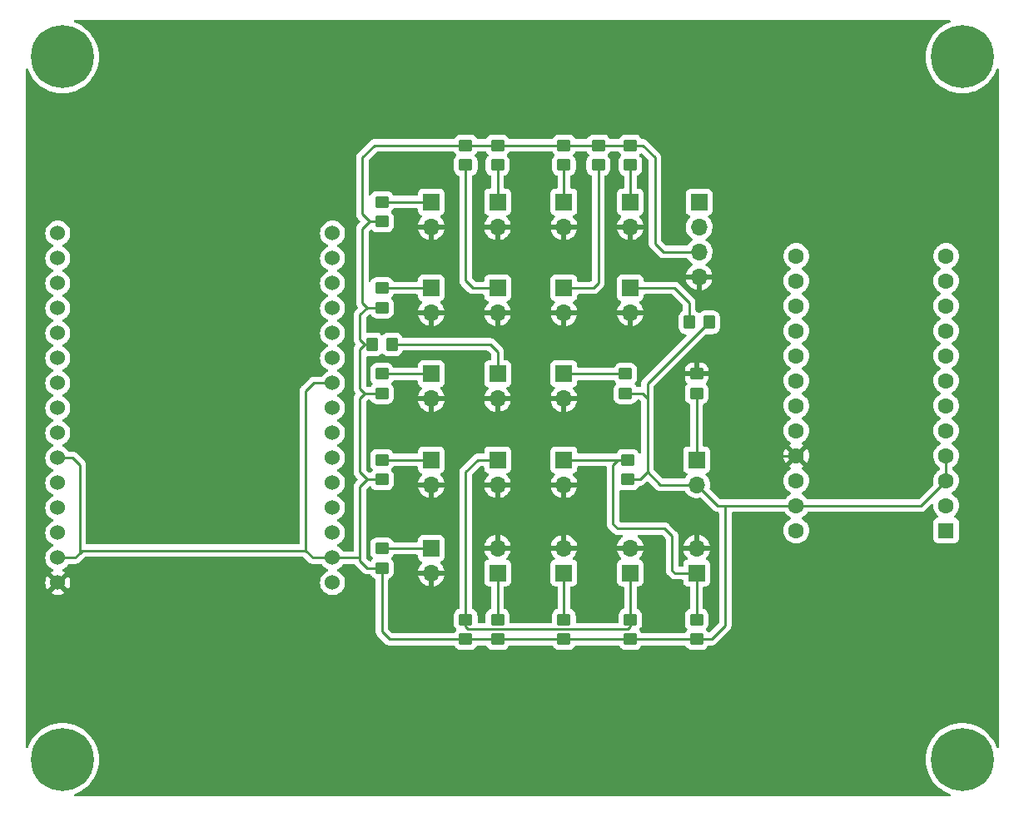
<source format=gbr>
%TF.GenerationSoftware,KiCad,Pcbnew,(6.0.1)*%
%TF.CreationDate,2023-02-06T14:24:32-05:00*%
%TF.ProjectId,Manette_JM,4d616e65-7474-4655-9f4a-4d2e6b696361,rev?*%
%TF.SameCoordinates,Original*%
%TF.FileFunction,Copper,L1,Top*%
%TF.FilePolarity,Positive*%
%FSLAX46Y46*%
G04 Gerber Fmt 4.6, Leading zero omitted, Abs format (unit mm)*
G04 Created by KiCad (PCBNEW (6.0.1)) date 2023-02-06 14:24:32*
%MOMM*%
%LPD*%
G01*
G04 APERTURE LIST*
G04 Aperture macros list*
%AMRoundRect*
0 Rectangle with rounded corners*
0 $1 Rounding radius*
0 $2 $3 $4 $5 $6 $7 $8 $9 X,Y pos of 4 corners*
0 Add a 4 corners polygon primitive as box body*
4,1,4,$2,$3,$4,$5,$6,$7,$8,$9,$2,$3,0*
0 Add four circle primitives for the rounded corners*
1,1,$1+$1,$2,$3*
1,1,$1+$1,$4,$5*
1,1,$1+$1,$6,$7*
1,1,$1+$1,$8,$9*
0 Add four rect primitives between the rounded corners*
20,1,$1+$1,$2,$3,$4,$5,0*
20,1,$1+$1,$4,$5,$6,$7,0*
20,1,$1+$1,$6,$7,$8,$9,0*
20,1,$1+$1,$8,$9,$2,$3,0*%
G04 Aperture macros list end*
%TA.AperFunction,ComponentPad*%
%ADD10C,0.800000*%
%TD*%
%TA.AperFunction,ComponentPad*%
%ADD11C,6.400000*%
%TD*%
%TA.AperFunction,ComponentPad*%
%ADD12R,1.700000X1.700000*%
%TD*%
%TA.AperFunction,ComponentPad*%
%ADD13O,1.700000X1.700000*%
%TD*%
%TA.AperFunction,SMDPad,CuDef*%
%ADD14RoundRect,0.250000X-0.450000X0.350000X-0.450000X-0.350000X0.450000X-0.350000X0.450000X0.350000X0*%
%TD*%
%TA.AperFunction,ComponentPad*%
%ADD15R,1.600000X1.600000*%
%TD*%
%TA.AperFunction,ComponentPad*%
%ADD16C,1.600000*%
%TD*%
%TA.AperFunction,SMDPad,CuDef*%
%ADD17RoundRect,0.250000X0.350000X0.450000X-0.350000X0.450000X-0.350000X-0.450000X0.350000X-0.450000X0*%
%TD*%
%TA.AperFunction,SMDPad,CuDef*%
%ADD18RoundRect,0.250000X0.450000X-0.350000X0.450000X0.350000X-0.450000X0.350000X-0.450000X-0.350000X0*%
%TD*%
%TA.AperFunction,ComponentPad*%
%ADD19C,1.524000*%
%TD*%
%TA.AperFunction,SMDPad,CuDef*%
%ADD20RoundRect,0.250000X-0.350000X-0.450000X0.350000X-0.450000X0.350000X0.450000X-0.350000X0.450000X0*%
%TD*%
%TA.AperFunction,Conductor*%
%ADD21C,0.250000*%
%TD*%
G04 APERTURE END LIST*
D10*
%TO.P,H4,1,1*%
%TO.N,unconnected-(H4-Pad1)*%
X197250000Y-37350000D03*
X198947056Y-41447056D03*
X198947056Y-38052944D03*
X199650000Y-39750000D03*
D11*
X197250000Y-39750000D03*
D10*
X197250000Y-42150000D03*
X195552944Y-38052944D03*
X195552944Y-41447056D03*
X194850000Y-39750000D03*
%TD*%
%TO.P,H3,1,1*%
%TO.N,unconnected-(H3-Pad1)*%
X197250000Y-108850000D03*
X198947056Y-112947056D03*
X198947056Y-109552944D03*
X199650000Y-111250000D03*
D11*
X197250000Y-111250000D03*
D10*
X197250000Y-113650000D03*
X195552944Y-109552944D03*
X195552944Y-112947056D03*
X194850000Y-111250000D03*
%TD*%
%TO.P,H2,1,1*%
%TO.N,unconnected-(H2-Pad1)*%
X105750000Y-108850000D03*
X107447056Y-112947056D03*
X107447056Y-109552944D03*
X108150000Y-111250000D03*
D11*
X105750000Y-111250000D03*
D10*
X105750000Y-113650000D03*
X104052944Y-109552944D03*
X104052944Y-112947056D03*
X103350000Y-111250000D03*
%TD*%
%TO.P,H1,1,1*%
%TO.N,unconnected-(H1-Pad1)*%
X105750000Y-37350000D03*
X107447056Y-41447056D03*
X107447056Y-38052944D03*
X108150000Y-39750000D03*
D11*
X105750000Y-39750000D03*
D10*
X105750000Y-42150000D03*
X104052944Y-38052944D03*
X104052944Y-41447056D03*
X103350000Y-39750000D03*
%TD*%
D12*
%TO.P,J20,1,Pin_1*%
%TO.N,Net-(J20-Pad1)*%
X170250000Y-80750000D03*
D13*
%TO.P,J20,2,Pin_2*%
%TO.N,GND*%
X170250000Y-83290000D03*
%TD*%
D12*
%TO.P,J2,1,Pin_1*%
%TO.N,D3*%
X150000000Y-54500000D03*
D13*
%TO.P,J2,2,Pin_2*%
%TO.N,VCC*%
X150000000Y-57040000D03*
%TD*%
D14*
%TO.P,R16,1*%
%TO.N,D14*%
X150000000Y-97000000D03*
%TO.P,R16,2*%
%TO.N,GND*%
X150000000Y-99000000D03*
%TD*%
D12*
%TO.P,J10,1,Pin_1*%
%TO.N,D16*%
X150000000Y-72000000D03*
D13*
%TO.P,J10,2,Pin_2*%
%TO.N,VCC*%
X150000000Y-74540000D03*
%TD*%
D15*
%TO.P,U2,1,TX*%
%TO.N,Net-(U1-Pad19)*%
X195620000Y-87949999D03*
D16*
%TO.P,U2,2,RX*%
%TO.N,Net-(U1-Pad18)*%
X195620000Y-85409999D03*
%TO.P,U2,3,GND*%
%TO.N,GND*%
X195620000Y-82869999D03*
%TO.P,U2,4,GND*%
X195620000Y-80329999D03*
%TO.P,U2,5,SDA*%
%TO.N,D2*%
X195620000Y-77789999D03*
%TO.P,U2,6,SCL*%
%TO.N,D3*%
X195620000Y-75249999D03*
%TO.P,U2,7,D4*%
%TO.N,D4*%
X195620000Y-72709999D03*
%TO.P,U2,8,C6*%
%TO.N,D5*%
X195620000Y-70169999D03*
%TO.P,U2,9,D7*%
%TO.N,D6*%
X195620000Y-67629999D03*
%TO.P,U2,10,E6*%
%TO.N,D7*%
X195620000Y-65089999D03*
%TO.P,U2,11,B4*%
%TO.N,D8*%
X195620000Y-62549999D03*
%TO.P,U2,12,B5*%
%TO.N,D9*%
X195620000Y-60009999D03*
%TO.P,U2,13,B6*%
%TO.N,D10*%
X180380000Y-60009999D03*
%TO.P,U2,14,B2*%
%TO.N,D16*%
X180380000Y-62549999D03*
%TO.P,U2,15,B3*%
%TO.N,D14*%
X180380000Y-65089999D03*
%TO.P,U2,16,B1*%
%TO.N,D15*%
X180380000Y-67629999D03*
%TO.P,U2,17,F7*%
%TO.N,A0*%
X180380000Y-70169999D03*
%TO.P,U2,18,F6*%
%TO.N,A1*%
X180380000Y-72709999D03*
%TO.P,U2,19,F5*%
%TO.N,D20*%
X180380000Y-75249999D03*
%TO.P,U2,20,F4*%
%TO.N,D21*%
X180380000Y-77789999D03*
%TO.P,U2,21,VCC*%
%TO.N,VCC*%
X180380000Y-80329999D03*
%TO.P,U2,22,RST*%
%TO.N,unconnected-(U2-Pad22)*%
X180380000Y-82869999D03*
%TO.P,U2,23,GND*%
%TO.N,GND*%
X180380000Y-85409999D03*
%TO.P,U2,24,RAW*%
%TO.N,unconnected-(U2-Pad24)*%
X180380000Y-87949999D03*
%TD*%
D17*
%TO.P,R10,1*%
%TO.N,D16*%
X139250000Y-69000000D03*
%TO.P,R10,2*%
%TO.N,GND*%
X137250000Y-69000000D03*
%TD*%
D14*
%TO.P,R15,1*%
%TO.N,D16*%
X138250000Y-89750000D03*
%TO.P,R15,2*%
%TO.N,GND*%
X138250000Y-91750000D03*
%TD*%
D12*
%TO.P,J11,1,Pin_1*%
%TO.N,D14*%
X156750000Y-71985000D03*
D13*
%TO.P,J11,2,Pin_2*%
%TO.N,VCC*%
X156750000Y-74525000D03*
%TD*%
D12*
%TO.P,J3,1,Pin_1*%
%TO.N,D4*%
X156750000Y-54500000D03*
D13*
%TO.P,J3,2,Pin_2*%
%TO.N,VCC*%
X156750000Y-57040000D03*
%TD*%
D12*
%TO.P,J1,1,Pin_1*%
%TO.N,D2*%
X143250000Y-54500000D03*
D13*
%TO.P,J1,2,Pin_2*%
%TO.N,VCC*%
X143250000Y-57040000D03*
%TD*%
D12*
%TO.P,J16,1,Pin_1*%
%TO.N,D14*%
X150000000Y-92250000D03*
D13*
%TO.P,J16,2,Pin_2*%
%TO.N,VCC*%
X150000000Y-89710000D03*
%TD*%
D18*
%TO.P,R4,1*%
%TO.N,D5*%
X163500000Y-50750000D03*
%TO.P,R4,2*%
%TO.N,GND*%
X163500000Y-48750000D03*
%TD*%
D14*
%TO.P,R18,1*%
%TO.N,D20*%
X163500000Y-97000000D03*
%TO.P,R18,2*%
%TO.N,GND*%
X163500000Y-99000000D03*
%TD*%
%TO.P,R14,1*%
%TO.N,D21*%
X163250000Y-80750000D03*
%TO.P,R14,2*%
%TO.N,GND*%
X163250000Y-82750000D03*
%TD*%
D12*
%TO.P,J12,1,Pin_1*%
%TO.N,D15*%
X143250000Y-80750000D03*
D13*
%TO.P,J12,2,Pin_2*%
%TO.N,VCC*%
X143250000Y-83290000D03*
%TD*%
D19*
%TO.P,U1,1,A0(ADC0)*%
%TO.N,unconnected-(U1-Pad1)*%
X105280000Y-57680000D03*
%TO.P,U1,2,RSV*%
%TO.N,unconnected-(U1-Pad2)*%
X105280000Y-60220000D03*
%TO.P,U1,3,RSV*%
%TO.N,unconnected-(U1-Pad3)*%
X105280000Y-62760000D03*
%TO.P,U1,4,SD3(GPIO10)*%
%TO.N,unconnected-(U1-Pad4)*%
X105280000Y-65300000D03*
%TO.P,U1,5,SD2(GPIO9)*%
%TO.N,unconnected-(U1-Pad5)*%
X105280000Y-67840000D03*
%TO.P,U1,6,SD1(MOSI)*%
%TO.N,unconnected-(U1-Pad6)*%
X105280000Y-70380000D03*
%TO.P,U1,7,CMD(CS)*%
%TO.N,unconnected-(U1-Pad7)*%
X105280000Y-72920000D03*
%TO.P,U1,8,SDO(MISO)*%
%TO.N,unconnected-(U1-Pad8)*%
X105280000Y-75460000D03*
%TO.P,U1,9,CLK(SCLK)*%
%TO.N,unconnected-(U1-Pad9)*%
X105280000Y-78000000D03*
%TO.P,U1,10,GND*%
%TO.N,GND*%
X105280000Y-80540000D03*
%TO.P,U1,11,3.3V*%
%TO.N,unconnected-(U1-Pad11)*%
X105280000Y-83080000D03*
%TO.P,U1,12,EN*%
%TO.N,unconnected-(U1-Pad12)*%
X105280000Y-85620000D03*
%TO.P,U1,13,RST*%
%TO.N,unconnected-(U1-Pad13)*%
X105280000Y-88160000D03*
%TO.P,U1,14,GND*%
%TO.N,GND*%
X105280000Y-90700000D03*
%TO.P,U1,15,VIN*%
%TO.N,VCC*%
X105280000Y-93240000D03*
%TO.P,U1,16,3.3V*%
%TO.N,unconnected-(U1-Pad16)*%
X133220000Y-93240000D03*
%TO.P,U1,17,GND*%
%TO.N,GND*%
X133220000Y-90700000D03*
%TO.P,U1,18,TX(GPIO1)*%
%TO.N,Net-(U1-Pad18)*%
X133220000Y-88160000D03*
%TO.P,U1,19,RX(GPIO3)*%
%TO.N,Net-(U1-Pad19)*%
X133220000Y-85620000D03*
%TO.P,U1,20,D8(GPIO15)*%
%TO.N,unconnected-(U1-Pad20)*%
X133220000Y-83080000D03*
%TO.P,U1,21,D7(GPIO13)*%
%TO.N,unconnected-(U1-Pad21)*%
X133220000Y-80540000D03*
%TO.P,U1,22,D6(GPIO12)*%
%TO.N,unconnected-(U1-Pad22)*%
X133220000Y-78000000D03*
%TO.P,U1,23,D5(GPIO14)*%
%TO.N,unconnected-(U1-Pad23)*%
X133220000Y-75460000D03*
%TO.P,U1,24,GND*%
%TO.N,GND*%
X133220000Y-72920000D03*
%TO.P,U1,25,3.3V*%
%TO.N,unconnected-(U1-Pad25)*%
X133220000Y-70380000D03*
%TO.P,U1,26,D4(GPIO2)*%
%TO.N,unconnected-(U1-Pad26)*%
X133220000Y-67840000D03*
%TO.P,U1,27,D3(GPIO0)*%
%TO.N,unconnected-(U1-Pad27)*%
X133220000Y-65300000D03*
%TO.P,U1,28,D2(GPIO4)*%
%TO.N,unconnected-(U1-Pad28)*%
X133220000Y-62760000D03*
%TO.P,U1,29,D1(GPIO5)*%
%TO.N,unconnected-(U1-Pad29)*%
X133220000Y-60220000D03*
%TO.P,U1,30,D0(GPIO16)*%
%TO.N,unconnected-(U1-Pad30)*%
X133220000Y-57680000D03*
%TD*%
D20*
%TO.P,R8,1*%
%TO.N,D9*%
X169500000Y-66750000D03*
%TO.P,R8,2*%
%TO.N,GND*%
X171500000Y-66750000D03*
%TD*%
D14*
%TO.P,R1,1*%
%TO.N,D2*%
X138250000Y-54500000D03*
%TO.P,R1,2*%
%TO.N,GND*%
X138250000Y-56500000D03*
%TD*%
%TO.P,R11,1*%
%TO.N,D14*%
X163000000Y-72000000D03*
%TO.P,R11,2*%
%TO.N,GND*%
X163000000Y-74000000D03*
%TD*%
D12*
%TO.P,J15,1,Pin_1*%
%TO.N,D16*%
X143250000Y-89750000D03*
D13*
%TO.P,J15,2,Pin_2*%
%TO.N,VCC*%
X143250000Y-92290000D03*
%TD*%
D12*
%TO.P,J5,1,Pin_1*%
%TO.N,D6*%
X143250000Y-63250000D03*
D13*
%TO.P,J5,2,Pin_2*%
%TO.N,VCC*%
X143250000Y-65790000D03*
%TD*%
D12*
%TO.P,J21,1,Pin_1*%
%TO.N,A0*%
X170500000Y-54525000D03*
D13*
%TO.P,J21,2,Pin_2*%
%TO.N,A1*%
X170500000Y-57065000D03*
%TO.P,J21,3,Pin_3*%
%TO.N,GND*%
X170500000Y-59605000D03*
%TO.P,J21,4,Pin_4*%
%TO.N,VCC*%
X170500000Y-62145000D03*
%TD*%
D12*
%TO.P,J9,1,Pin_1*%
%TO.N,D10*%
X143250000Y-72000000D03*
D13*
%TO.P,J9,2,Pin_2*%
%TO.N,VCC*%
X143250000Y-74540000D03*
%TD*%
D14*
%TO.P,R12,1*%
%TO.N,D15*%
X138250000Y-80750000D03*
%TO.P,R12,2*%
%TO.N,GND*%
X138250000Y-82750000D03*
%TD*%
%TO.P,R5,1*%
%TO.N,D6*%
X138250000Y-63250000D03*
%TO.P,R5,2*%
%TO.N,GND*%
X138250000Y-65250000D03*
%TD*%
D12*
%TO.P,J6,1,Pin_1*%
%TO.N,D7*%
X150000000Y-63250000D03*
D13*
%TO.P,J6,2,Pin_2*%
%TO.N,VCC*%
X150000000Y-65790000D03*
%TD*%
D14*
%TO.P,R19,1*%
%TO.N,D21*%
X170250000Y-97000000D03*
%TO.P,R19,2*%
%TO.N,GND*%
X170250000Y-99000000D03*
%TD*%
D12*
%TO.P,J4,1,Pin_1*%
%TO.N,D5*%
X163500000Y-54500000D03*
D13*
%TO.P,J4,2,Pin_2*%
%TO.N,VCC*%
X163500000Y-57040000D03*
%TD*%
D12*
%TO.P,J8,1,Pin_1*%
%TO.N,D9*%
X163500000Y-63250000D03*
D13*
%TO.P,J8,2,Pin_2*%
%TO.N,VCC*%
X163500000Y-65790000D03*
%TD*%
D14*
%TO.P,R17,1*%
%TO.N,D15*%
X156750000Y-97000000D03*
%TO.P,R17,2*%
%TO.N,GND*%
X156750000Y-99000000D03*
%TD*%
D12*
%TO.P,J19,1,Pin_1*%
%TO.N,D21*%
X170250000Y-92275000D03*
D13*
%TO.P,J19,2,Pin_2*%
%TO.N,VCC*%
X170250000Y-89735000D03*
%TD*%
D18*
%TO.P,R7,1*%
%TO.N,D8*%
X160250000Y-50750000D03*
%TO.P,R7,2*%
%TO.N,GND*%
X160250000Y-48750000D03*
%TD*%
D12*
%TO.P,J13,1,Pin_1*%
%TO.N,D20*%
X150000000Y-80750000D03*
D13*
%TO.P,J13,2,Pin_2*%
%TO.N,VCC*%
X150000000Y-83290000D03*
%TD*%
D14*
%TO.P,R20,1*%
%TO.N,VCC*%
X170250000Y-72000000D03*
%TO.P,R20,2*%
%TO.N,Net-(J20-Pad1)*%
X170250000Y-74000000D03*
%TD*%
D12*
%TO.P,J18,1,Pin_1*%
%TO.N,D20*%
X163500000Y-92250000D03*
D13*
%TO.P,J18,2,Pin_2*%
%TO.N,VCC*%
X163500000Y-89710000D03*
%TD*%
D14*
%TO.P,R9,1*%
%TO.N,D10*%
X138250000Y-72000000D03*
%TO.P,R9,2*%
%TO.N,GND*%
X138250000Y-74000000D03*
%TD*%
D18*
%TO.P,R2,1*%
%TO.N,D3*%
X150000000Y-50750000D03*
%TO.P,R2,2*%
%TO.N,GND*%
X150000000Y-48750000D03*
%TD*%
D12*
%TO.P,J7,1,Pin_1*%
%TO.N,D8*%
X156750000Y-63250000D03*
D13*
%TO.P,J7,2,Pin_2*%
%TO.N,VCC*%
X156750000Y-65790000D03*
%TD*%
D18*
%TO.P,R3,1*%
%TO.N,D4*%
X156750000Y-50750000D03*
%TO.P,R3,2*%
%TO.N,GND*%
X156750000Y-48750000D03*
%TD*%
D14*
%TO.P,R13,1*%
%TO.N,D20*%
X146750000Y-97000000D03*
%TO.P,R13,2*%
%TO.N,GND*%
X146750000Y-99000000D03*
%TD*%
D18*
%TO.P,R6,1*%
%TO.N,D7*%
X146750000Y-50750000D03*
%TO.P,R6,2*%
%TO.N,GND*%
X146750000Y-48750000D03*
%TD*%
D12*
%TO.P,J14,1,Pin_1*%
%TO.N,D21*%
X156750000Y-80750000D03*
D13*
%TO.P,J14,2,Pin_2*%
%TO.N,VCC*%
X156750000Y-83290000D03*
%TD*%
D12*
%TO.P,J17,1,Pin_1*%
%TO.N,D15*%
X156750000Y-92250000D03*
D13*
%TO.P,J17,2,Pin_2*%
%TO.N,VCC*%
X156750000Y-89710000D03*
%TD*%
D21*
%TO.N,D2*%
X138250000Y-54500000D02*
X143250000Y-54500000D01*
%TO.N,D3*%
X150000000Y-50750000D02*
X150000000Y-54500000D01*
%TO.N,D4*%
X156750000Y-50750000D02*
X156750000Y-54500000D01*
%TO.N,D5*%
X163500000Y-50750000D02*
X163500000Y-54500000D01*
%TO.N,D6*%
X138250000Y-63250000D02*
X143250000Y-63250000D01*
%TO.N,D7*%
X147500000Y-63250000D02*
X150000000Y-63250000D01*
X146750000Y-50750000D02*
X146750000Y-62500000D01*
X146750000Y-62500000D02*
X147500000Y-63250000D01*
%TO.N,D8*%
X160250000Y-50750000D02*
X160250000Y-62750000D01*
X159750000Y-63250000D02*
X156750000Y-63250000D01*
X160250000Y-62750000D02*
X159750000Y-63250000D01*
%TO.N,D9*%
X169500000Y-64750000D02*
X168000000Y-63250000D01*
X168000000Y-63250000D02*
X163500000Y-63250000D01*
X169500000Y-66750000D02*
X169500000Y-64750000D01*
%TO.N,D10*%
X138250000Y-72000000D02*
X143250000Y-72000000D01*
%TO.N,D16*%
X139250000Y-69000000D02*
X149250000Y-69000000D01*
X150000000Y-69750000D02*
X150000000Y-72000000D01*
X138250000Y-89750000D02*
X143250000Y-89750000D01*
X149250000Y-69000000D02*
X150000000Y-69750000D01*
%TO.N,D14*%
X150000000Y-97000000D02*
X150000000Y-92250000D01*
X163000000Y-72000000D02*
X162985000Y-71985000D01*
X162985000Y-71985000D02*
X156750000Y-71985000D01*
%TO.N,D15*%
X138250000Y-80750000D02*
X143250000Y-80750000D01*
X156750000Y-92250000D02*
X156750000Y-97000000D01*
%TO.N,D20*%
X148000000Y-80750000D02*
X150000000Y-80750000D01*
X146750000Y-97000000D02*
X146750000Y-97750000D01*
X163500000Y-97000000D02*
X163500000Y-92250000D01*
X163250000Y-98000000D02*
X163500000Y-97750000D01*
X146750000Y-97000000D02*
X146750000Y-82000000D01*
X146750000Y-82000000D02*
X148000000Y-80750000D01*
X163500000Y-97750000D02*
X163500000Y-97000000D01*
X146750000Y-97750000D02*
X147000000Y-98000000D01*
X147000000Y-98000000D02*
X163250000Y-98000000D01*
%TO.N,D21*%
X167000000Y-87750000D02*
X167750000Y-88500000D01*
X161750000Y-87274520D02*
X162225480Y-87750000D01*
X162250000Y-80750000D02*
X161750000Y-81250000D01*
X167750000Y-88500000D02*
X167750000Y-92000000D01*
X163250000Y-80750000D02*
X162250000Y-80750000D01*
X168025000Y-92275000D02*
X170250000Y-92275000D01*
X167750000Y-92000000D02*
X168025000Y-92275000D01*
X163250000Y-80750000D02*
X156750000Y-80750000D01*
X170250000Y-97000000D02*
X170250000Y-92275000D01*
X161750000Y-81250000D02*
X161750000Y-87274520D01*
X162225480Y-87750000D02*
X167000000Y-87750000D01*
%TO.N,GND*%
X156750000Y-48750000D02*
X160250000Y-48750000D01*
X136250000Y-57250000D02*
X137000000Y-56500000D01*
X164500000Y-82750000D02*
X163250000Y-82750000D01*
X130500000Y-90000000D02*
X131200000Y-90700000D01*
X139000000Y-99000000D02*
X146750000Y-99000000D01*
X193080000Y-85409999D02*
X195620000Y-82869999D01*
X136750000Y-82750000D02*
X138250000Y-82750000D01*
X138250000Y-98250000D02*
X139000000Y-99000000D01*
X136500000Y-69000000D02*
X136000000Y-69500000D01*
X173159999Y-85409999D02*
X172369999Y-85409999D01*
X165250000Y-74500000D02*
X165250000Y-82000000D01*
X171750000Y-99000000D02*
X170250000Y-99000000D01*
X172369999Y-85409999D02*
X170250000Y-83290000D01*
X136750000Y-65250000D02*
X136250000Y-64750000D01*
X163500000Y-99000000D02*
X156750000Y-99000000D01*
X137500000Y-48750000D02*
X136250000Y-50000000D01*
X166000000Y-58750000D02*
X166855000Y-59605000D01*
X195620000Y-80329999D02*
X195620000Y-82869999D01*
X131330000Y-72920000D02*
X130500000Y-73750000D01*
X136250000Y-50000000D02*
X136250000Y-55750000D01*
X136000000Y-91000000D02*
X136750000Y-91750000D01*
X163000000Y-74000000D02*
X164750000Y-74000000D01*
X163500000Y-48750000D02*
X164750000Y-48750000D01*
X107500000Y-90250000D02*
X107500000Y-81250000D01*
X136500000Y-74000000D02*
X136000000Y-74500000D01*
X136750000Y-91750000D02*
X138250000Y-91750000D01*
X106790000Y-80540000D02*
X105280000Y-80540000D01*
X166540000Y-83290000D02*
X165250000Y-82000000D01*
X131200000Y-90700000D02*
X133220000Y-90700000D01*
X138250000Y-91750000D02*
X138250000Y-98250000D01*
X107500000Y-81250000D02*
X106790000Y-80540000D01*
X171500000Y-66750000D02*
X165250000Y-73000000D01*
X133220000Y-90700000D02*
X135950000Y-90700000D01*
X136000000Y-69500000D02*
X136000000Y-73500000D01*
X136750000Y-65250000D02*
X136000000Y-66000000D01*
X137000000Y-56500000D02*
X138250000Y-56500000D01*
X105280000Y-90700000D02*
X107050000Y-90700000D01*
X166855000Y-59605000D02*
X170500000Y-59605000D01*
X165250000Y-73000000D02*
X165250000Y-74500000D01*
X107050000Y-90700000D02*
X107500000Y-90250000D01*
X170250000Y-99000000D02*
X163500000Y-99000000D01*
X164750000Y-74000000D02*
X165250000Y-74500000D01*
X133220000Y-72920000D02*
X131330000Y-72920000D01*
X136750000Y-82750000D02*
X136000000Y-83500000D01*
X171750000Y-99000000D02*
X173159999Y-97590001D01*
X180380000Y-85409999D02*
X193080000Y-85409999D01*
X146750000Y-48750000D02*
X150000000Y-48750000D01*
X136000000Y-66000000D02*
X136000000Y-68500000D01*
X164750000Y-48750000D02*
X166000000Y-50000000D01*
X146750000Y-48750000D02*
X137500000Y-48750000D01*
X136000000Y-68500000D02*
X136500000Y-69000000D01*
X130500000Y-73750000D02*
X130500000Y-90000000D01*
X150000000Y-48750000D02*
X156750000Y-48750000D01*
X156750000Y-99000000D02*
X150000000Y-99000000D01*
X136000000Y-82000000D02*
X136750000Y-82750000D01*
X166000000Y-50000000D02*
X166000000Y-58750000D01*
X130500000Y-90000000D02*
X107750000Y-90000000D01*
X136250000Y-55750000D02*
X137000000Y-56500000D01*
X136000000Y-74500000D02*
X136000000Y-82000000D01*
X136000000Y-73500000D02*
X136500000Y-74000000D01*
X136500000Y-69000000D02*
X137250000Y-69000000D01*
X180380000Y-85409999D02*
X173159999Y-85409999D01*
X165250000Y-82000000D02*
X164500000Y-82750000D01*
X170250000Y-83290000D02*
X166540000Y-83290000D01*
X136000000Y-83500000D02*
X136000000Y-90750000D01*
X107750000Y-90000000D02*
X107500000Y-90250000D01*
X163500000Y-48750000D02*
X160250000Y-48750000D01*
X173159999Y-97590001D02*
X173159999Y-85409999D01*
X138250000Y-65250000D02*
X136750000Y-65250000D01*
X135950000Y-90700000D02*
X136000000Y-90750000D01*
X136000000Y-90750000D02*
X136000000Y-91000000D01*
X146750000Y-99000000D02*
X150000000Y-99000000D01*
X136500000Y-74000000D02*
X138250000Y-74000000D01*
X136250000Y-64750000D02*
X136250000Y-57250000D01*
%TO.N,Net-(J20-Pad1)*%
X170250000Y-74000000D02*
X170250000Y-80750000D01*
%TO.N,VCC*%
X180380000Y-80329999D02*
X173579999Y-80329999D01*
X172750000Y-71250000D02*
X172750000Y-63000000D01*
X172000000Y-78750000D02*
X172000000Y-72000000D01*
X172000000Y-72000000D02*
X172750000Y-71250000D01*
X173579999Y-80329999D02*
X172000000Y-78750000D01*
X170250000Y-72000000D02*
X172000000Y-72000000D01*
X171895000Y-62145000D02*
X170500000Y-62145000D01*
X172750000Y-63000000D02*
X171895000Y-62145000D01*
%TD*%
%TA.AperFunction,Conductor*%
%TO.N,VCC*%
G36*
X196038228Y-36028002D02*
G01*
X196084721Y-36081658D01*
X196094825Y-36151932D01*
X196065331Y-36216512D01*
X196015260Y-36251631D01*
X195739547Y-36357468D01*
X195736607Y-36358966D01*
X195396147Y-36532439D01*
X195396140Y-36532443D01*
X195393206Y-36533938D01*
X195067207Y-36745643D01*
X194765124Y-36990266D01*
X194490266Y-37265124D01*
X194245643Y-37567207D01*
X194033938Y-37893206D01*
X193857468Y-38239547D01*
X193718167Y-38602438D01*
X193617562Y-38977901D01*
X193556754Y-39361824D01*
X193536411Y-39750000D01*
X193556754Y-40138176D01*
X193617562Y-40522099D01*
X193718167Y-40897562D01*
X193857468Y-41260453D01*
X194033938Y-41606794D01*
X194245643Y-41932793D01*
X194490266Y-42234876D01*
X194765124Y-42509734D01*
X195067207Y-42754357D01*
X195393205Y-42966062D01*
X195396139Y-42967557D01*
X195396146Y-42967561D01*
X195736607Y-43141034D01*
X195739547Y-43142532D01*
X196102438Y-43281833D01*
X196477901Y-43382438D01*
X196681793Y-43414732D01*
X196858576Y-43442732D01*
X196858584Y-43442733D01*
X196861824Y-43443246D01*
X197250000Y-43463589D01*
X197638176Y-43443246D01*
X197641416Y-43442733D01*
X197641424Y-43442732D01*
X197818207Y-43414732D01*
X198022099Y-43382438D01*
X198397562Y-43281833D01*
X198760453Y-43142532D01*
X198763393Y-43141034D01*
X199103854Y-42967561D01*
X199103861Y-42967557D01*
X199106795Y-42966062D01*
X199432793Y-42754357D01*
X199734876Y-42509734D01*
X200009734Y-42234876D01*
X200254357Y-41932793D01*
X200466062Y-41606794D01*
X200642532Y-41260453D01*
X200748369Y-40984739D01*
X200791455Y-40928310D01*
X200858208Y-40904134D01*
X200927436Y-40919885D01*
X200977157Y-40970563D01*
X200992000Y-41029893D01*
X200992000Y-109970107D01*
X200971998Y-110038228D01*
X200918342Y-110084721D01*
X200848068Y-110094825D01*
X200783488Y-110065331D01*
X200748369Y-110015261D01*
X200643716Y-109742632D01*
X200642532Y-109739547D01*
X200466062Y-109393206D01*
X200254357Y-109067207D01*
X200009734Y-108765124D01*
X199734876Y-108490266D01*
X199432793Y-108245643D01*
X199106795Y-108033938D01*
X199103861Y-108032443D01*
X199103854Y-108032439D01*
X198763393Y-107858966D01*
X198760453Y-107857468D01*
X198397562Y-107718167D01*
X198022099Y-107617562D01*
X197818207Y-107585268D01*
X197641424Y-107557268D01*
X197641416Y-107557267D01*
X197638176Y-107556754D01*
X197250000Y-107536411D01*
X196861824Y-107556754D01*
X196858584Y-107557267D01*
X196858576Y-107557268D01*
X196681793Y-107585268D01*
X196477901Y-107617562D01*
X196102438Y-107718167D01*
X195739547Y-107857468D01*
X195736607Y-107858966D01*
X195396147Y-108032439D01*
X195396140Y-108032443D01*
X195393206Y-108033938D01*
X195067207Y-108245643D01*
X194765124Y-108490266D01*
X194490266Y-108765124D01*
X194245643Y-109067207D01*
X194033938Y-109393206D01*
X193857468Y-109739547D01*
X193718167Y-110102438D01*
X193617562Y-110477901D01*
X193556754Y-110861824D01*
X193536411Y-111250000D01*
X193556754Y-111638176D01*
X193617562Y-112022099D01*
X193718167Y-112397562D01*
X193857468Y-112760453D01*
X194033938Y-113106794D01*
X194245643Y-113432793D01*
X194490266Y-113734876D01*
X194765124Y-114009734D01*
X195067207Y-114254357D01*
X195393205Y-114466062D01*
X195396139Y-114467557D01*
X195396146Y-114467561D01*
X195736607Y-114641034D01*
X195739547Y-114642532D01*
X195900238Y-114704216D01*
X196015261Y-114748369D01*
X196071690Y-114791455D01*
X196095866Y-114858208D01*
X196080115Y-114927436D01*
X196029437Y-114977157D01*
X195970107Y-114992000D01*
X107029893Y-114992000D01*
X106961772Y-114971998D01*
X106915279Y-114918342D01*
X106905175Y-114848068D01*
X106934669Y-114783488D01*
X106984739Y-114748369D01*
X107099762Y-114704216D01*
X107260453Y-114642532D01*
X107263393Y-114641034D01*
X107603854Y-114467561D01*
X107603861Y-114467557D01*
X107606795Y-114466062D01*
X107932793Y-114254357D01*
X108234876Y-114009734D01*
X108509734Y-113734876D01*
X108754357Y-113432793D01*
X108966062Y-113106794D01*
X109142532Y-112760453D01*
X109281833Y-112397562D01*
X109382438Y-112022099D01*
X109443246Y-111638176D01*
X109463589Y-111250000D01*
X109443246Y-110861824D01*
X109382438Y-110477901D01*
X109281833Y-110102438D01*
X109142532Y-109739547D01*
X108966062Y-109393206D01*
X108754357Y-109067207D01*
X108509734Y-108765124D01*
X108234876Y-108490266D01*
X107932793Y-108245643D01*
X107606795Y-108033938D01*
X107603861Y-108032443D01*
X107603854Y-108032439D01*
X107263393Y-107858966D01*
X107260453Y-107857468D01*
X106897562Y-107718167D01*
X106522099Y-107617562D01*
X106318207Y-107585268D01*
X106141424Y-107557268D01*
X106141416Y-107557267D01*
X106138176Y-107556754D01*
X105750000Y-107536411D01*
X105361824Y-107556754D01*
X105358584Y-107557267D01*
X105358576Y-107557268D01*
X105181793Y-107585268D01*
X104977901Y-107617562D01*
X104602438Y-107718167D01*
X104239547Y-107857468D01*
X104236607Y-107858966D01*
X103896147Y-108032439D01*
X103896140Y-108032443D01*
X103893206Y-108033938D01*
X103567207Y-108245643D01*
X103265124Y-108490266D01*
X102990266Y-108765124D01*
X102745643Y-109067207D01*
X102533938Y-109393206D01*
X102357468Y-109739547D01*
X102356284Y-109742632D01*
X102251631Y-110015261D01*
X102208545Y-110071690D01*
X102141792Y-110095866D01*
X102072564Y-110080115D01*
X102022843Y-110029437D01*
X102008000Y-109970107D01*
X102008000Y-94298777D01*
X104585777Y-94298777D01*
X104595074Y-94310793D01*
X104638069Y-94340898D01*
X104647555Y-94346376D01*
X104838993Y-94435645D01*
X104849285Y-94439391D01*
X105053309Y-94494059D01*
X105064104Y-94495962D01*
X105274525Y-94514372D01*
X105285475Y-94514372D01*
X105495896Y-94495962D01*
X105506691Y-94494059D01*
X105710715Y-94439391D01*
X105721007Y-94435645D01*
X105912445Y-94346376D01*
X105921931Y-94340898D01*
X105965764Y-94310207D01*
X105974139Y-94299729D01*
X105967071Y-94286281D01*
X105292812Y-93612022D01*
X105278868Y-93604408D01*
X105277035Y-93604539D01*
X105270420Y-93608790D01*
X104592207Y-94287003D01*
X104585777Y-94298777D01*
X102008000Y-94298777D01*
X102008000Y-93245475D01*
X104005628Y-93245475D01*
X104024038Y-93455896D01*
X104025941Y-93466691D01*
X104080609Y-93670715D01*
X104084355Y-93681007D01*
X104173623Y-93872441D01*
X104179103Y-93881932D01*
X104209794Y-93925765D01*
X104220271Y-93934140D01*
X104233718Y-93927072D01*
X104907978Y-93252812D01*
X104914356Y-93241132D01*
X105644408Y-93241132D01*
X105644539Y-93242965D01*
X105648790Y-93249580D01*
X106327003Y-93927793D01*
X106338777Y-93934223D01*
X106350793Y-93924926D01*
X106380897Y-93881932D01*
X106386377Y-93872441D01*
X106475645Y-93681007D01*
X106479391Y-93670715D01*
X106534059Y-93466691D01*
X106535962Y-93455896D01*
X106554372Y-93245475D01*
X106554372Y-93234525D01*
X106535962Y-93024104D01*
X106534059Y-93013309D01*
X106479391Y-92809285D01*
X106475645Y-92798993D01*
X106386377Y-92607559D01*
X106380897Y-92598068D01*
X106350206Y-92554235D01*
X106339729Y-92545860D01*
X106326282Y-92552928D01*
X105652022Y-93227188D01*
X105644408Y-93241132D01*
X104914356Y-93241132D01*
X104915592Y-93238868D01*
X104915461Y-93237035D01*
X104911210Y-93230420D01*
X104232997Y-92552207D01*
X104221223Y-92545777D01*
X104209207Y-92555074D01*
X104179103Y-92598068D01*
X104173623Y-92607559D01*
X104084355Y-92798993D01*
X104080609Y-92809285D01*
X104025941Y-93013309D01*
X104024038Y-93024104D01*
X104005628Y-93234525D01*
X104005628Y-93245475D01*
X102008000Y-93245475D01*
X102008000Y-90700000D01*
X104004647Y-90700000D01*
X104024022Y-90921463D01*
X104081560Y-91136196D01*
X104083882Y-91141177D01*
X104083883Y-91141178D01*
X104173186Y-91332689D01*
X104173189Y-91332694D01*
X104175512Y-91337676D01*
X104178668Y-91342183D01*
X104178669Y-91342185D01*
X104267520Y-91469077D01*
X104303023Y-91519781D01*
X104460219Y-91676977D01*
X104464727Y-91680134D01*
X104464730Y-91680136D01*
X104540495Y-91733187D01*
X104642323Y-91804488D01*
X104647305Y-91806811D01*
X104647310Y-91806814D01*
X104752965Y-91856081D01*
X104806250Y-91902998D01*
X104825711Y-91971275D01*
X104805169Y-92039235D01*
X104752965Y-92084471D01*
X104647559Y-92133623D01*
X104638068Y-92139103D01*
X104594235Y-92169794D01*
X104585860Y-92180271D01*
X104592928Y-92193718D01*
X105267188Y-92867978D01*
X105281132Y-92875592D01*
X105282965Y-92875461D01*
X105289580Y-92871210D01*
X105967793Y-92192997D01*
X105974223Y-92181223D01*
X105964926Y-92169207D01*
X105921931Y-92139102D01*
X105912445Y-92133624D01*
X105807035Y-92084471D01*
X105753750Y-92037554D01*
X105734289Y-91969277D01*
X105754831Y-91901317D01*
X105807035Y-91856081D01*
X105912690Y-91806814D01*
X105912695Y-91806811D01*
X105917677Y-91804488D01*
X106019505Y-91733187D01*
X106095270Y-91680136D01*
X106095273Y-91680134D01*
X106099781Y-91676977D01*
X106256977Y-91519781D01*
X106292481Y-91469077D01*
X106349791Y-91387229D01*
X106405248Y-91342901D01*
X106453004Y-91333500D01*
X106971233Y-91333500D01*
X106982416Y-91334027D01*
X106989909Y-91335702D01*
X106997835Y-91335453D01*
X106997836Y-91335453D01*
X107057986Y-91333562D01*
X107061945Y-91333500D01*
X107089856Y-91333500D01*
X107093791Y-91333003D01*
X107093856Y-91332995D01*
X107105693Y-91332062D01*
X107137951Y-91331048D01*
X107141970Y-91330922D01*
X107149889Y-91330673D01*
X107169343Y-91325021D01*
X107188700Y-91321013D01*
X107200930Y-91319468D01*
X107200931Y-91319468D01*
X107208797Y-91318474D01*
X107216168Y-91315555D01*
X107216170Y-91315555D01*
X107249912Y-91302196D01*
X107261142Y-91298351D01*
X107295983Y-91288229D01*
X107295984Y-91288229D01*
X107303593Y-91286018D01*
X107310412Y-91281985D01*
X107310417Y-91281983D01*
X107321028Y-91275707D01*
X107338776Y-91267012D01*
X107357617Y-91259552D01*
X107377987Y-91244753D01*
X107393387Y-91233564D01*
X107403307Y-91227048D01*
X107434535Y-91208580D01*
X107434538Y-91208578D01*
X107441362Y-91204542D01*
X107455683Y-91190221D01*
X107470717Y-91177380D01*
X107480693Y-91170132D01*
X107487107Y-91165472D01*
X107515288Y-91131407D01*
X107523278Y-91122626D01*
X107892259Y-90753646D01*
X107900537Y-90746113D01*
X107907018Y-90742000D01*
X107925297Y-90722535D01*
X107953627Y-90692365D01*
X107956385Y-90689519D01*
X107975503Y-90670402D01*
X108037816Y-90636379D01*
X108064596Y-90633500D01*
X130185406Y-90633500D01*
X130253527Y-90653502D01*
X130274501Y-90670405D01*
X130696343Y-91092247D01*
X130703887Y-91100537D01*
X130708000Y-91107018D01*
X130713777Y-91112443D01*
X130757667Y-91153658D01*
X130760509Y-91156413D01*
X130780230Y-91176134D01*
X130783425Y-91178612D01*
X130792447Y-91186318D01*
X130824679Y-91216586D01*
X130831628Y-91220406D01*
X130842432Y-91226346D01*
X130858956Y-91237199D01*
X130874959Y-91249613D01*
X130915543Y-91267176D01*
X130926173Y-91272383D01*
X130964940Y-91293695D01*
X130972617Y-91295666D01*
X130972622Y-91295668D01*
X130984558Y-91298732D01*
X131003266Y-91305137D01*
X131021855Y-91313181D01*
X131029680Y-91314420D01*
X131029682Y-91314421D01*
X131065519Y-91320097D01*
X131077140Y-91322504D01*
X131108959Y-91330673D01*
X131119970Y-91333500D01*
X131140231Y-91333500D01*
X131159940Y-91335051D01*
X131179943Y-91338219D01*
X131187835Y-91337473D01*
X131193062Y-91336979D01*
X131223954Y-91334059D01*
X131235811Y-91333500D01*
X132046996Y-91333500D01*
X132115117Y-91353502D01*
X132150209Y-91387229D01*
X132207520Y-91469077D01*
X132243023Y-91519781D01*
X132400219Y-91676977D01*
X132404727Y-91680134D01*
X132404730Y-91680136D01*
X132480495Y-91733187D01*
X132582323Y-91804488D01*
X132587305Y-91806811D01*
X132587310Y-91806814D01*
X132692373Y-91855805D01*
X132745658Y-91902722D01*
X132765119Y-91970999D01*
X132744577Y-92038959D01*
X132692373Y-92084195D01*
X132587311Y-92133186D01*
X132587306Y-92133189D01*
X132582324Y-92135512D01*
X132577817Y-92138668D01*
X132577815Y-92138669D01*
X132404730Y-92259864D01*
X132404727Y-92259866D01*
X132400219Y-92263023D01*
X132243023Y-92420219D01*
X132239866Y-92424727D01*
X132239864Y-92424730D01*
X132131479Y-92579521D01*
X132115512Y-92602324D01*
X132113189Y-92607306D01*
X132113186Y-92607311D01*
X132023883Y-92798822D01*
X132021560Y-92803804D01*
X132020138Y-92809112D01*
X132020137Y-92809114D01*
X132006214Y-92861076D01*
X131964022Y-93018537D01*
X131944647Y-93240000D01*
X131964022Y-93461463D01*
X131988755Y-93553767D01*
X132018930Y-93666379D01*
X132021560Y-93676196D01*
X132023882Y-93681177D01*
X132023883Y-93681178D01*
X132113186Y-93872689D01*
X132113189Y-93872694D01*
X132115512Y-93877676D01*
X132118668Y-93882183D01*
X132118669Y-93882185D01*
X132155107Y-93934223D01*
X132243023Y-94059781D01*
X132400219Y-94216977D01*
X132404727Y-94220134D01*
X132404730Y-94220136D01*
X132480495Y-94273187D01*
X132582323Y-94344488D01*
X132587305Y-94346811D01*
X132587310Y-94346814D01*
X132777810Y-94435645D01*
X132783804Y-94438440D01*
X132789112Y-94439862D01*
X132789114Y-94439863D01*
X132854949Y-94457503D01*
X132998537Y-94495978D01*
X133220000Y-94515353D01*
X133441463Y-94495978D01*
X133585051Y-94457503D01*
X133650886Y-94439863D01*
X133650888Y-94439862D01*
X133656196Y-94438440D01*
X133662190Y-94435645D01*
X133852690Y-94346814D01*
X133852695Y-94346811D01*
X133857677Y-94344488D01*
X133959505Y-94273187D01*
X134035270Y-94220136D01*
X134035273Y-94220134D01*
X134039781Y-94216977D01*
X134196977Y-94059781D01*
X134284894Y-93934223D01*
X134321331Y-93882185D01*
X134321332Y-93882183D01*
X134324488Y-93877676D01*
X134326811Y-93872694D01*
X134326814Y-93872689D01*
X134416117Y-93681178D01*
X134416118Y-93681177D01*
X134418440Y-93676196D01*
X134421071Y-93666379D01*
X134451245Y-93553767D01*
X134475978Y-93461463D01*
X134495353Y-93240000D01*
X134475978Y-93018537D01*
X134433786Y-92861076D01*
X134419863Y-92809114D01*
X134419862Y-92809112D01*
X134418440Y-92803804D01*
X134416117Y-92798822D01*
X134326814Y-92607311D01*
X134326811Y-92607306D01*
X134324488Y-92602324D01*
X134308521Y-92579521D01*
X134200136Y-92424730D01*
X134200134Y-92424727D01*
X134196977Y-92420219D01*
X134039781Y-92263023D01*
X134035273Y-92259866D01*
X134035270Y-92259864D01*
X133949649Y-92199912D01*
X133857677Y-92135512D01*
X133852695Y-92133189D01*
X133852690Y-92133186D01*
X133747627Y-92084195D01*
X133694342Y-92037278D01*
X133674881Y-91969001D01*
X133695423Y-91901041D01*
X133747627Y-91855805D01*
X133852690Y-91806814D01*
X133852695Y-91806811D01*
X133857677Y-91804488D01*
X133959505Y-91733187D01*
X134035270Y-91680136D01*
X134035273Y-91680134D01*
X134039781Y-91676977D01*
X134196977Y-91519781D01*
X134232481Y-91469077D01*
X134289791Y-91387229D01*
X134345248Y-91342901D01*
X134393004Y-91333500D01*
X135390106Y-91333500D01*
X135458227Y-91353502D01*
X135489663Y-91382270D01*
X135491422Y-91384537D01*
X135495458Y-91391362D01*
X135509779Y-91405683D01*
X135522619Y-91420716D01*
X135534528Y-91437107D01*
X135540634Y-91442158D01*
X135568605Y-91465298D01*
X135577384Y-91473288D01*
X136246343Y-92142247D01*
X136253887Y-92150537D01*
X136258000Y-92157018D01*
X136263777Y-92162443D01*
X136307667Y-92203658D01*
X136310509Y-92206413D01*
X136330230Y-92226134D01*
X136333425Y-92228612D01*
X136342447Y-92236318D01*
X136374679Y-92266586D01*
X136381628Y-92270406D01*
X136392432Y-92276346D01*
X136408956Y-92287199D01*
X136424959Y-92299613D01*
X136465543Y-92317176D01*
X136476173Y-92322383D01*
X136514940Y-92343695D01*
X136522617Y-92345666D01*
X136522622Y-92345668D01*
X136534558Y-92348732D01*
X136553266Y-92355137D01*
X136571855Y-92363181D01*
X136579683Y-92364421D01*
X136579690Y-92364423D01*
X136615524Y-92370099D01*
X136627144Y-92372505D01*
X136662289Y-92381528D01*
X136669970Y-92383500D01*
X136690224Y-92383500D01*
X136709934Y-92385051D01*
X136729943Y-92388220D01*
X136737835Y-92387474D01*
X136773961Y-92384059D01*
X136785819Y-92383500D01*
X137013219Y-92383500D01*
X137081340Y-92403502D01*
X137120363Y-92443197D01*
X137201522Y-92574348D01*
X137206704Y-92579521D01*
X137234791Y-92607559D01*
X137326697Y-92699305D01*
X137332927Y-92703145D01*
X137332928Y-92703146D01*
X137468432Y-92786672D01*
X137477262Y-92792115D01*
X137519489Y-92806121D01*
X137530168Y-92809663D01*
X137588527Y-92850094D01*
X137615764Y-92915658D01*
X137616500Y-92929256D01*
X137616500Y-98171233D01*
X137615973Y-98182416D01*
X137614298Y-98189909D01*
X137614547Y-98197835D01*
X137614547Y-98197836D01*
X137616438Y-98257986D01*
X137616500Y-98261945D01*
X137616500Y-98289856D01*
X137616997Y-98293790D01*
X137616997Y-98293791D01*
X137617005Y-98293856D01*
X137617938Y-98305693D01*
X137619327Y-98349889D01*
X137624153Y-98366500D01*
X137624978Y-98369339D01*
X137628987Y-98388700D01*
X137631526Y-98408797D01*
X137634445Y-98416168D01*
X137634445Y-98416170D01*
X137647804Y-98449912D01*
X137651649Y-98461142D01*
X137663982Y-98503593D01*
X137668015Y-98510412D01*
X137668017Y-98510417D01*
X137674293Y-98521028D01*
X137682988Y-98538776D01*
X137690448Y-98557617D01*
X137695110Y-98564033D01*
X137695110Y-98564034D01*
X137716436Y-98593387D01*
X137722952Y-98603307D01*
X137745458Y-98641362D01*
X137759779Y-98655683D01*
X137772619Y-98670716D01*
X137784528Y-98687107D01*
X137790634Y-98692158D01*
X137818605Y-98715298D01*
X137827384Y-98723288D01*
X138496343Y-99392247D01*
X138503887Y-99400537D01*
X138508000Y-99407018D01*
X138513777Y-99412443D01*
X138557667Y-99453658D01*
X138560509Y-99456413D01*
X138580230Y-99476134D01*
X138583425Y-99478612D01*
X138592447Y-99486318D01*
X138624679Y-99516586D01*
X138631628Y-99520406D01*
X138642432Y-99526346D01*
X138658956Y-99537199D01*
X138674959Y-99549613D01*
X138715543Y-99567176D01*
X138726173Y-99572383D01*
X138764940Y-99593695D01*
X138772617Y-99595666D01*
X138772622Y-99595668D01*
X138784558Y-99598732D01*
X138803266Y-99605137D01*
X138821855Y-99613181D01*
X138829683Y-99614421D01*
X138829690Y-99614423D01*
X138865524Y-99620099D01*
X138877144Y-99622505D01*
X138908959Y-99630673D01*
X138919970Y-99633500D01*
X138940224Y-99633500D01*
X138959934Y-99635051D01*
X138979943Y-99638220D01*
X138987835Y-99637474D01*
X139006580Y-99635702D01*
X139023962Y-99634059D01*
X139035819Y-99633500D01*
X145513219Y-99633500D01*
X145581340Y-99653502D01*
X145620363Y-99693197D01*
X145701522Y-99824348D01*
X145826697Y-99949305D01*
X145832927Y-99953145D01*
X145832928Y-99953146D01*
X145970090Y-100037694D01*
X145977262Y-100042115D01*
X146057005Y-100068564D01*
X146138611Y-100095632D01*
X146138613Y-100095632D01*
X146145139Y-100097797D01*
X146151975Y-100098497D01*
X146151978Y-100098498D01*
X146195031Y-100102909D01*
X146249600Y-100108500D01*
X147250400Y-100108500D01*
X147253646Y-100108163D01*
X147253650Y-100108163D01*
X147349308Y-100098238D01*
X147349312Y-100098237D01*
X147356166Y-100097526D01*
X147362702Y-100095345D01*
X147362704Y-100095345D01*
X147494806Y-100051272D01*
X147523946Y-100041550D01*
X147674348Y-99948478D01*
X147799305Y-99823303D01*
X147879389Y-99693384D01*
X147932162Y-99645890D01*
X147986649Y-99633500D01*
X148763219Y-99633500D01*
X148831340Y-99653502D01*
X148870363Y-99693197D01*
X148951522Y-99824348D01*
X149076697Y-99949305D01*
X149082927Y-99953145D01*
X149082928Y-99953146D01*
X149220090Y-100037694D01*
X149227262Y-100042115D01*
X149307005Y-100068564D01*
X149388611Y-100095632D01*
X149388613Y-100095632D01*
X149395139Y-100097797D01*
X149401975Y-100098497D01*
X149401978Y-100098498D01*
X149445031Y-100102909D01*
X149499600Y-100108500D01*
X150500400Y-100108500D01*
X150503646Y-100108163D01*
X150503650Y-100108163D01*
X150599308Y-100098238D01*
X150599312Y-100098237D01*
X150606166Y-100097526D01*
X150612702Y-100095345D01*
X150612704Y-100095345D01*
X150744806Y-100051272D01*
X150773946Y-100041550D01*
X150924348Y-99948478D01*
X151049305Y-99823303D01*
X151129389Y-99693384D01*
X151182162Y-99645890D01*
X151236649Y-99633500D01*
X155513219Y-99633500D01*
X155581340Y-99653502D01*
X155620363Y-99693197D01*
X155701522Y-99824348D01*
X155826697Y-99949305D01*
X155832927Y-99953145D01*
X155832928Y-99953146D01*
X155970090Y-100037694D01*
X155977262Y-100042115D01*
X156057005Y-100068564D01*
X156138611Y-100095632D01*
X156138613Y-100095632D01*
X156145139Y-100097797D01*
X156151975Y-100098497D01*
X156151978Y-100098498D01*
X156195031Y-100102909D01*
X156249600Y-100108500D01*
X157250400Y-100108500D01*
X157253646Y-100108163D01*
X157253650Y-100108163D01*
X157349308Y-100098238D01*
X157349312Y-100098237D01*
X157356166Y-100097526D01*
X157362702Y-100095345D01*
X157362704Y-100095345D01*
X157494806Y-100051272D01*
X157523946Y-100041550D01*
X157674348Y-99948478D01*
X157799305Y-99823303D01*
X157879389Y-99693384D01*
X157932162Y-99645890D01*
X157986649Y-99633500D01*
X162263219Y-99633500D01*
X162331340Y-99653502D01*
X162370363Y-99693197D01*
X162451522Y-99824348D01*
X162576697Y-99949305D01*
X162582927Y-99953145D01*
X162582928Y-99953146D01*
X162720090Y-100037694D01*
X162727262Y-100042115D01*
X162807005Y-100068564D01*
X162888611Y-100095632D01*
X162888613Y-100095632D01*
X162895139Y-100097797D01*
X162901975Y-100098497D01*
X162901978Y-100098498D01*
X162945031Y-100102909D01*
X162999600Y-100108500D01*
X164000400Y-100108500D01*
X164003646Y-100108163D01*
X164003650Y-100108163D01*
X164099308Y-100098238D01*
X164099312Y-100098237D01*
X164106166Y-100097526D01*
X164112702Y-100095345D01*
X164112704Y-100095345D01*
X164244806Y-100051272D01*
X164273946Y-100041550D01*
X164424348Y-99948478D01*
X164549305Y-99823303D01*
X164629389Y-99693384D01*
X164682162Y-99645890D01*
X164736649Y-99633500D01*
X169013219Y-99633500D01*
X169081340Y-99653502D01*
X169120363Y-99693197D01*
X169201522Y-99824348D01*
X169326697Y-99949305D01*
X169332927Y-99953145D01*
X169332928Y-99953146D01*
X169470090Y-100037694D01*
X169477262Y-100042115D01*
X169557005Y-100068564D01*
X169638611Y-100095632D01*
X169638613Y-100095632D01*
X169645139Y-100097797D01*
X169651975Y-100098497D01*
X169651978Y-100098498D01*
X169695031Y-100102909D01*
X169749600Y-100108500D01*
X170750400Y-100108500D01*
X170753646Y-100108163D01*
X170753650Y-100108163D01*
X170849308Y-100098238D01*
X170849312Y-100098237D01*
X170856166Y-100097526D01*
X170862702Y-100095345D01*
X170862704Y-100095345D01*
X170994806Y-100051272D01*
X171023946Y-100041550D01*
X171174348Y-99948478D01*
X171299305Y-99823303D01*
X171379389Y-99693384D01*
X171432162Y-99645890D01*
X171486649Y-99633500D01*
X171671233Y-99633500D01*
X171682416Y-99634027D01*
X171689909Y-99635702D01*
X171697835Y-99635453D01*
X171697836Y-99635453D01*
X171757986Y-99633562D01*
X171761945Y-99633500D01*
X171789856Y-99633500D01*
X171793791Y-99633003D01*
X171793856Y-99632995D01*
X171805693Y-99632062D01*
X171837951Y-99631048D01*
X171841970Y-99630922D01*
X171849889Y-99630673D01*
X171869343Y-99625021D01*
X171888700Y-99621013D01*
X171900930Y-99619468D01*
X171900931Y-99619468D01*
X171908797Y-99618474D01*
X171916168Y-99615555D01*
X171916170Y-99615555D01*
X171949912Y-99602196D01*
X171961142Y-99598351D01*
X171995983Y-99588229D01*
X171995984Y-99588229D01*
X172003593Y-99586018D01*
X172010412Y-99581985D01*
X172010417Y-99581983D01*
X172021028Y-99575707D01*
X172038776Y-99567012D01*
X172057617Y-99559552D01*
X172077987Y-99544753D01*
X172093387Y-99533564D01*
X172103307Y-99527048D01*
X172134535Y-99508580D01*
X172134538Y-99508578D01*
X172141362Y-99504542D01*
X172155683Y-99490221D01*
X172170717Y-99477380D01*
X172172432Y-99476134D01*
X172187107Y-99465472D01*
X172215298Y-99431395D01*
X172223288Y-99422616D01*
X173552246Y-98093658D01*
X173560536Y-98086114D01*
X173567017Y-98082001D01*
X173613658Y-98032333D01*
X173616412Y-98029492D01*
X173636134Y-98009770D01*
X173638618Y-98006568D01*
X173646316Y-97997556D01*
X173671160Y-97971099D01*
X173676585Y-97965322D01*
X173686346Y-97947567D01*
X173697197Y-97931048D01*
X173709613Y-97915042D01*
X173727173Y-97874464D01*
X173732390Y-97863814D01*
X173753694Y-97825061D01*
X173758732Y-97805438D01*
X173765136Y-97786735D01*
X173770032Y-97775421D01*
X173770032Y-97775420D01*
X173773180Y-97768146D01*
X173774419Y-97760323D01*
X173774422Y-97760313D01*
X173780098Y-97724477D01*
X173782504Y-97712857D01*
X173791527Y-97677712D01*
X173791527Y-97677711D01*
X173793499Y-97670031D01*
X173793499Y-97649777D01*
X173795050Y-97630066D01*
X173796979Y-97617887D01*
X173798219Y-97610058D01*
X173794058Y-97566039D01*
X173793499Y-97554182D01*
X173793499Y-86169499D01*
X173813501Y-86101378D01*
X173867157Y-86054885D01*
X173919499Y-86043499D01*
X179160606Y-86043499D01*
X179228727Y-86063501D01*
X179263819Y-86097228D01*
X179370643Y-86249788D01*
X179373802Y-86254299D01*
X179535700Y-86416197D01*
X179540208Y-86419354D01*
X179540211Y-86419356D01*
X179554711Y-86429509D01*
X179723251Y-86547522D01*
X179728233Y-86549845D01*
X179728238Y-86549848D01*
X179762457Y-86565804D01*
X179815742Y-86612721D01*
X179835203Y-86680998D01*
X179814661Y-86748958D01*
X179762457Y-86794194D01*
X179728238Y-86810150D01*
X179728233Y-86810153D01*
X179723251Y-86812476D01*
X179632561Y-86875978D01*
X179540211Y-86940642D01*
X179540208Y-86940644D01*
X179535700Y-86943801D01*
X179373802Y-87105699D01*
X179370645Y-87110207D01*
X179370643Y-87110210D01*
X179341895Y-87151267D01*
X179242477Y-87293250D01*
X179240154Y-87298232D01*
X179240151Y-87298237D01*
X179177163Y-87433317D01*
X179145716Y-87500756D01*
X179144294Y-87506064D01*
X179144293Y-87506066D01*
X179090931Y-87705214D01*
X179086457Y-87721912D01*
X179066502Y-87949999D01*
X179086457Y-88178086D01*
X179087881Y-88183399D01*
X179087881Y-88183401D01*
X179143681Y-88391646D01*
X179145716Y-88399242D01*
X179148039Y-88404223D01*
X179148039Y-88404224D01*
X179240151Y-88601761D01*
X179240154Y-88601766D01*
X179242477Y-88606748D01*
X179311681Y-88705581D01*
X179370571Y-88789684D01*
X179373802Y-88794299D01*
X179535700Y-88956197D01*
X179540208Y-88959354D01*
X179540211Y-88959356D01*
X179593550Y-88996704D01*
X179723251Y-89087522D01*
X179728233Y-89089845D01*
X179728238Y-89089848D01*
X179925775Y-89181960D01*
X179930757Y-89184283D01*
X179936065Y-89185705D01*
X179936067Y-89185706D01*
X180146598Y-89242118D01*
X180146600Y-89242118D01*
X180151913Y-89243542D01*
X180380000Y-89263497D01*
X180608087Y-89243542D01*
X180613400Y-89242118D01*
X180613402Y-89242118D01*
X180823933Y-89185706D01*
X180823935Y-89185705D01*
X180829243Y-89184283D01*
X180834225Y-89181960D01*
X181031762Y-89089848D01*
X181031767Y-89089845D01*
X181036749Y-89087522D01*
X181166450Y-88996704D01*
X181219789Y-88959356D01*
X181219792Y-88959354D01*
X181224300Y-88956197D01*
X181386198Y-88794299D01*
X181389430Y-88789684D01*
X181448319Y-88705581D01*
X181517523Y-88606748D01*
X181519846Y-88601766D01*
X181519849Y-88601761D01*
X181611961Y-88404224D01*
X181611961Y-88404223D01*
X181614284Y-88399242D01*
X181616320Y-88391646D01*
X181672119Y-88183401D01*
X181672119Y-88183399D01*
X181673543Y-88178086D01*
X181693498Y-87949999D01*
X181673543Y-87721912D01*
X181669069Y-87705214D01*
X181615707Y-87506066D01*
X181615706Y-87506064D01*
X181614284Y-87500756D01*
X181582837Y-87433317D01*
X181519849Y-87298237D01*
X181519846Y-87298232D01*
X181517523Y-87293250D01*
X181418105Y-87151267D01*
X181389357Y-87110210D01*
X181389355Y-87110207D01*
X181386198Y-87105699D01*
X181224300Y-86943801D01*
X181219792Y-86940644D01*
X181219789Y-86940642D01*
X181127439Y-86875978D01*
X181036749Y-86812476D01*
X181031767Y-86810153D01*
X181031762Y-86810150D01*
X180997543Y-86794194D01*
X180944258Y-86747277D01*
X180924797Y-86679000D01*
X180945339Y-86611040D01*
X180997543Y-86565804D01*
X181031762Y-86549848D01*
X181031767Y-86549845D01*
X181036749Y-86547522D01*
X181205289Y-86429509D01*
X181219789Y-86419356D01*
X181219792Y-86419354D01*
X181224300Y-86416197D01*
X181386198Y-86254299D01*
X181389357Y-86249788D01*
X181496181Y-86097228D01*
X181551638Y-86052900D01*
X181599394Y-86043499D01*
X193001233Y-86043499D01*
X193012416Y-86044026D01*
X193019909Y-86045701D01*
X193027835Y-86045452D01*
X193027836Y-86045452D01*
X193087986Y-86043561D01*
X193091945Y-86043499D01*
X193119856Y-86043499D01*
X193123791Y-86043002D01*
X193123856Y-86042994D01*
X193135693Y-86042061D01*
X193167951Y-86041047D01*
X193171970Y-86040921D01*
X193179889Y-86040672D01*
X193199343Y-86035020D01*
X193218700Y-86031012D01*
X193230930Y-86029467D01*
X193230931Y-86029467D01*
X193238797Y-86028473D01*
X193246168Y-86025554D01*
X193246170Y-86025554D01*
X193279912Y-86012195D01*
X193291142Y-86008350D01*
X193325983Y-85998228D01*
X193325984Y-85998228D01*
X193333593Y-85996017D01*
X193340412Y-85991984D01*
X193340417Y-85991982D01*
X193351028Y-85985706D01*
X193368776Y-85977011D01*
X193387617Y-85969551D01*
X193407987Y-85954752D01*
X193423387Y-85943563D01*
X193433307Y-85937047D01*
X193464535Y-85918579D01*
X193464538Y-85918577D01*
X193471362Y-85914541D01*
X193485683Y-85900220D01*
X193500717Y-85887379D01*
X193502432Y-85886133D01*
X193517107Y-85875471D01*
X193545298Y-85841394D01*
X193553288Y-85832615D01*
X194093411Y-85292492D01*
X194155723Y-85258466D01*
X194226538Y-85263531D01*
X194283374Y-85306078D01*
X194308185Y-85372598D01*
X194308026Y-85392569D01*
X194306981Y-85404513D01*
X194306981Y-85404524D01*
X194306502Y-85409999D01*
X194326457Y-85638086D01*
X194327881Y-85643399D01*
X194327881Y-85643401D01*
X194380934Y-85841394D01*
X194385716Y-85859242D01*
X194388039Y-85864223D01*
X194388039Y-85864224D01*
X194480151Y-86061761D01*
X194480154Y-86061766D01*
X194482477Y-86066748D01*
X194613802Y-86254299D01*
X194775700Y-86416197D01*
X194780211Y-86419356D01*
X194784424Y-86422891D01*
X194783473Y-86424025D01*
X194823471Y-86474070D01*
X194830776Y-86544689D01*
X194798742Y-86608048D01*
X194737538Y-86644029D01*
X194720483Y-86647081D01*
X194709684Y-86648254D01*
X194573295Y-86699384D01*
X194456739Y-86786738D01*
X194369385Y-86903294D01*
X194318255Y-87039683D01*
X194311500Y-87101865D01*
X194311500Y-88798133D01*
X194318255Y-88860315D01*
X194369385Y-88996704D01*
X194456739Y-89113260D01*
X194573295Y-89200614D01*
X194709684Y-89251744D01*
X194771866Y-89258499D01*
X196468134Y-89258499D01*
X196530316Y-89251744D01*
X196666705Y-89200614D01*
X196783261Y-89113260D01*
X196870615Y-88996704D01*
X196921745Y-88860315D01*
X196928500Y-88798133D01*
X196928500Y-87101865D01*
X196921745Y-87039683D01*
X196870615Y-86903294D01*
X196783261Y-86786738D01*
X196666705Y-86699384D01*
X196530316Y-86648254D01*
X196519526Y-86647082D01*
X196517394Y-86646196D01*
X196514778Y-86645574D01*
X196514879Y-86645151D01*
X196453965Y-86619844D01*
X196413537Y-86561482D01*
X196411078Y-86490528D01*
X196447371Y-86429509D01*
X196456031Y-86422510D01*
X196459793Y-86419353D01*
X196464300Y-86416197D01*
X196626198Y-86254299D01*
X196757523Y-86066748D01*
X196759846Y-86061766D01*
X196759849Y-86061761D01*
X196851961Y-85864224D01*
X196851961Y-85864223D01*
X196854284Y-85859242D01*
X196859067Y-85841394D01*
X196912119Y-85643401D01*
X196912119Y-85643399D01*
X196913543Y-85638086D01*
X196933498Y-85409999D01*
X196913543Y-85181912D01*
X196868717Y-85014620D01*
X196855707Y-84966066D01*
X196855706Y-84966064D01*
X196854284Y-84960756D01*
X196851961Y-84955774D01*
X196759849Y-84758237D01*
X196759846Y-84758232D01*
X196757523Y-84753250D01*
X196667296Y-84624393D01*
X196629357Y-84570210D01*
X196629355Y-84570207D01*
X196626198Y-84565699D01*
X196464300Y-84403801D01*
X196459792Y-84400644D01*
X196459789Y-84400642D01*
X196364317Y-84333792D01*
X196276749Y-84272476D01*
X196271767Y-84270153D01*
X196271762Y-84270150D01*
X196237543Y-84254194D01*
X196184258Y-84207277D01*
X196164797Y-84139000D01*
X196185339Y-84071040D01*
X196237543Y-84025804D01*
X196271762Y-84009848D01*
X196271767Y-84009845D01*
X196276749Y-84007522D01*
X196390005Y-83928219D01*
X196459789Y-83879356D01*
X196459792Y-83879354D01*
X196464300Y-83876197D01*
X196626198Y-83714299D01*
X196634008Y-83703146D01*
X196720571Y-83579521D01*
X196757523Y-83526748D01*
X196759846Y-83521766D01*
X196759849Y-83521761D01*
X196851961Y-83324224D01*
X196851961Y-83324223D01*
X196854284Y-83319242D01*
X196856881Y-83309552D01*
X196912119Y-83103401D01*
X196912120Y-83103397D01*
X196913543Y-83098086D01*
X196933498Y-82869999D01*
X196913543Y-82641912D01*
X196866219Y-82465298D01*
X196855707Y-82426066D01*
X196855706Y-82426064D01*
X196854284Y-82420756D01*
X196850526Y-82412697D01*
X196759849Y-82218237D01*
X196759846Y-82218232D01*
X196757523Y-82213250D01*
X196674398Y-82094535D01*
X196629357Y-82030210D01*
X196629355Y-82030207D01*
X196626198Y-82025699D01*
X196464300Y-81863801D01*
X196459792Y-81860644D01*
X196459789Y-81860642D01*
X196307229Y-81753818D01*
X196262901Y-81698361D01*
X196253500Y-81650605D01*
X196253500Y-81549393D01*
X196273502Y-81481272D01*
X196307229Y-81446180D01*
X196459789Y-81339356D01*
X196459792Y-81339354D01*
X196464300Y-81336197D01*
X196626198Y-81174299D01*
X196642933Y-81150400D01*
X196745431Y-81004017D01*
X196757523Y-80986748D01*
X196759846Y-80981766D01*
X196759849Y-80981761D01*
X196851961Y-80784224D01*
X196851961Y-80784223D01*
X196854284Y-80779242D01*
X196874976Y-80702021D01*
X196912119Y-80563401D01*
X196912119Y-80563399D01*
X196913543Y-80558086D01*
X196933498Y-80329999D01*
X196913543Y-80101912D01*
X196909016Y-80085016D01*
X196855707Y-79886066D01*
X196855706Y-79886064D01*
X196854284Y-79880756D01*
X196842406Y-79855283D01*
X196759849Y-79678237D01*
X196759846Y-79678232D01*
X196757523Y-79673250D01*
X196626198Y-79485699D01*
X196464300Y-79323801D01*
X196459792Y-79320644D01*
X196459789Y-79320642D01*
X196333920Y-79232508D01*
X196276749Y-79192476D01*
X196271767Y-79190153D01*
X196271762Y-79190150D01*
X196237543Y-79174194D01*
X196184258Y-79127277D01*
X196164797Y-79059000D01*
X196185339Y-78991040D01*
X196237543Y-78945804D01*
X196271762Y-78929848D01*
X196271767Y-78929845D01*
X196276749Y-78927522D01*
X196437061Y-78815270D01*
X196459789Y-78799356D01*
X196459792Y-78799354D01*
X196464300Y-78796197D01*
X196626198Y-78634299D01*
X196757523Y-78446748D01*
X196759846Y-78441766D01*
X196759849Y-78441761D01*
X196851961Y-78244224D01*
X196851961Y-78244223D01*
X196854284Y-78239242D01*
X196913543Y-78018086D01*
X196933498Y-77789999D01*
X196913543Y-77561912D01*
X196912119Y-77556597D01*
X196855707Y-77346066D01*
X196855706Y-77346064D01*
X196854284Y-77340756D01*
X196851961Y-77335774D01*
X196759849Y-77138237D01*
X196759846Y-77138232D01*
X196757523Y-77133250D01*
X196626198Y-76945699D01*
X196464300Y-76783801D01*
X196459792Y-76780644D01*
X196459789Y-76780642D01*
X196367439Y-76715978D01*
X196276749Y-76652476D01*
X196271767Y-76650153D01*
X196271762Y-76650150D01*
X196237543Y-76634194D01*
X196184258Y-76587277D01*
X196164797Y-76519000D01*
X196185339Y-76451040D01*
X196237543Y-76405804D01*
X196271762Y-76389848D01*
X196271767Y-76389845D01*
X196276749Y-76387522D01*
X196437061Y-76275270D01*
X196459789Y-76259356D01*
X196459792Y-76259354D01*
X196464300Y-76256197D01*
X196626198Y-76094299D01*
X196757523Y-75906748D01*
X196759846Y-75901766D01*
X196759849Y-75901761D01*
X196851961Y-75704224D01*
X196851961Y-75704223D01*
X196854284Y-75699242D01*
X196869132Y-75643831D01*
X196912119Y-75483401D01*
X196912119Y-75483399D01*
X196913543Y-75478086D01*
X196933498Y-75249999D01*
X196913543Y-75021912D01*
X196892250Y-74942446D01*
X196855707Y-74806066D01*
X196855706Y-74806064D01*
X196854284Y-74800756D01*
X196851134Y-74794000D01*
X196759849Y-74598237D01*
X196759846Y-74598232D01*
X196757523Y-74593250D01*
X196664175Y-74459935D01*
X196629357Y-74410210D01*
X196629355Y-74410207D01*
X196626198Y-74405699D01*
X196464300Y-74243801D01*
X196459792Y-74240644D01*
X196459789Y-74240642D01*
X196365984Y-74174959D01*
X196276749Y-74112476D01*
X196271767Y-74110153D01*
X196271762Y-74110150D01*
X196237543Y-74094194D01*
X196184258Y-74047277D01*
X196164797Y-73979000D01*
X196185339Y-73911040D01*
X196237543Y-73865804D01*
X196271762Y-73849848D01*
X196271767Y-73849845D01*
X196276749Y-73847522D01*
X196385993Y-73771028D01*
X196459789Y-73719356D01*
X196459792Y-73719354D01*
X196464300Y-73716197D01*
X196626198Y-73554299D01*
X196629377Y-73549760D01*
X196706981Y-73438929D01*
X196757523Y-73366748D01*
X196759846Y-73361766D01*
X196759849Y-73361761D01*
X196851961Y-73164224D01*
X196851961Y-73164223D01*
X196854284Y-73159242D01*
X196869116Y-73103891D01*
X196912119Y-72943401D01*
X196912119Y-72943399D01*
X196913543Y-72938086D01*
X196933498Y-72709999D01*
X196913543Y-72481912D01*
X196912119Y-72476597D01*
X196855707Y-72266066D01*
X196855706Y-72266064D01*
X196854284Y-72260756D01*
X196851134Y-72254000D01*
X196759849Y-72058237D01*
X196759846Y-72058232D01*
X196757523Y-72053250D01*
X196626198Y-71865699D01*
X196464300Y-71703801D01*
X196459792Y-71700644D01*
X196459789Y-71700642D01*
X196320150Y-71602866D01*
X196276749Y-71572476D01*
X196271767Y-71570153D01*
X196271762Y-71570150D01*
X196237543Y-71554194D01*
X196184258Y-71507277D01*
X196164797Y-71439000D01*
X196185339Y-71371040D01*
X196237543Y-71325804D01*
X196271762Y-71309848D01*
X196271767Y-71309845D01*
X196276749Y-71307522D01*
X196454242Y-71183240D01*
X196459789Y-71179356D01*
X196459792Y-71179354D01*
X196464300Y-71176197D01*
X196626198Y-71014299D01*
X196662286Y-70962761D01*
X196704997Y-70901762D01*
X196757523Y-70826748D01*
X196759846Y-70821766D01*
X196759849Y-70821761D01*
X196851961Y-70624224D01*
X196851961Y-70624223D01*
X196854284Y-70619242D01*
X196913543Y-70398086D01*
X196933498Y-70169999D01*
X196913543Y-69941912D01*
X196912119Y-69936597D01*
X196855707Y-69726066D01*
X196855706Y-69726064D01*
X196854284Y-69720756D01*
X196847501Y-69706209D01*
X196759849Y-69518237D01*
X196759846Y-69518232D01*
X196757523Y-69513250D01*
X196678129Y-69399864D01*
X196629357Y-69330210D01*
X196629355Y-69330207D01*
X196626198Y-69325699D01*
X196464300Y-69163801D01*
X196459792Y-69160644D01*
X196459789Y-69160642D01*
X196362399Y-69092449D01*
X196276749Y-69032476D01*
X196271767Y-69030153D01*
X196271762Y-69030150D01*
X196237543Y-69014194D01*
X196184258Y-68967277D01*
X196164797Y-68899000D01*
X196185339Y-68831040D01*
X196237543Y-68785804D01*
X196271762Y-68769848D01*
X196271767Y-68769845D01*
X196276749Y-68767522D01*
X196381611Y-68694097D01*
X196459789Y-68639356D01*
X196459792Y-68639354D01*
X196464300Y-68636197D01*
X196626198Y-68474299D01*
X196645147Y-68447238D01*
X196702766Y-68364949D01*
X196757523Y-68286748D01*
X196759846Y-68281766D01*
X196759849Y-68281761D01*
X196851961Y-68084224D01*
X196851961Y-68084223D01*
X196854284Y-68079242D01*
X196889540Y-67947668D01*
X196912119Y-67863401D01*
X196912119Y-67863399D01*
X196913543Y-67858086D01*
X196933498Y-67629999D01*
X196913543Y-67401912D01*
X196872070Y-67247134D01*
X196855707Y-67186066D01*
X196855706Y-67186064D01*
X196854284Y-67180756D01*
X196827053Y-67122359D01*
X196759849Y-66978237D01*
X196759846Y-66978232D01*
X196757523Y-66973250D01*
X196626198Y-66785699D01*
X196464300Y-66623801D01*
X196459792Y-66620644D01*
X196459789Y-66620642D01*
X196367439Y-66555978D01*
X196276749Y-66492476D01*
X196271767Y-66490153D01*
X196271762Y-66490150D01*
X196237543Y-66474194D01*
X196184258Y-66427277D01*
X196164797Y-66359000D01*
X196185339Y-66291040D01*
X196237543Y-66245804D01*
X196271762Y-66229848D01*
X196271767Y-66229845D01*
X196276749Y-66227522D01*
X196437061Y-66115270D01*
X196459789Y-66099356D01*
X196459792Y-66099354D01*
X196464300Y-66096197D01*
X196626198Y-65934299D01*
X196630680Y-65927899D01*
X196710026Y-65814580D01*
X196757523Y-65746748D01*
X196759846Y-65741766D01*
X196759849Y-65741761D01*
X196851961Y-65544224D01*
X196851961Y-65544223D01*
X196854284Y-65539242D01*
X196861108Y-65513777D01*
X196912119Y-65323401D01*
X196912119Y-65323399D01*
X196913543Y-65318086D01*
X196933498Y-65089999D01*
X196913543Y-64861912D01*
X196911119Y-64852866D01*
X196855707Y-64646066D01*
X196855706Y-64646064D01*
X196854284Y-64640756D01*
X196842973Y-64616500D01*
X196759849Y-64438237D01*
X196759846Y-64438232D01*
X196757523Y-64433250D01*
X196626198Y-64245699D01*
X196464300Y-64083801D01*
X196459792Y-64080644D01*
X196459789Y-64080642D01*
X196349604Y-64003490D01*
X196276749Y-63952476D01*
X196271767Y-63950153D01*
X196271762Y-63950150D01*
X196237543Y-63934194D01*
X196184258Y-63887277D01*
X196164797Y-63819000D01*
X196185339Y-63751040D01*
X196237543Y-63705804D01*
X196271762Y-63689848D01*
X196271767Y-63689845D01*
X196276749Y-63687522D01*
X196437061Y-63575270D01*
X196459789Y-63559356D01*
X196459792Y-63559354D01*
X196464300Y-63556197D01*
X196626198Y-63394299D01*
X196757523Y-63206748D01*
X196759846Y-63201766D01*
X196759849Y-63201761D01*
X196851961Y-63004224D01*
X196851961Y-63004223D01*
X196854284Y-62999242D01*
X196861239Y-62973288D01*
X196912119Y-62783401D01*
X196912119Y-62783399D01*
X196913543Y-62778086D01*
X196933498Y-62549999D01*
X196913543Y-62321912D01*
X196909468Y-62306704D01*
X196855707Y-62106066D01*
X196855706Y-62106064D01*
X196854284Y-62100756D01*
X196824433Y-62036739D01*
X196759849Y-61898237D01*
X196759846Y-61898232D01*
X196757523Y-61893250D01*
X196678129Y-61779864D01*
X196629357Y-61710210D01*
X196629355Y-61710207D01*
X196626198Y-61705699D01*
X196464300Y-61543801D01*
X196459792Y-61540644D01*
X196459789Y-61540642D01*
X196355544Y-61467649D01*
X196276749Y-61412476D01*
X196271767Y-61410153D01*
X196271762Y-61410150D01*
X196237543Y-61394194D01*
X196184258Y-61347277D01*
X196164797Y-61279000D01*
X196185339Y-61211040D01*
X196237543Y-61165804D01*
X196271762Y-61149848D01*
X196271767Y-61149845D01*
X196276749Y-61147522D01*
X196437061Y-61035270D01*
X196459789Y-61019356D01*
X196459792Y-61019354D01*
X196464300Y-61016197D01*
X196626198Y-60854299D01*
X196757523Y-60666748D01*
X196759846Y-60661766D01*
X196759849Y-60661761D01*
X196851961Y-60464224D01*
X196851961Y-60464223D01*
X196854284Y-60459242D01*
X196866410Y-60413990D01*
X196912119Y-60243401D01*
X196912119Y-60243399D01*
X196913543Y-60238086D01*
X196933498Y-60009999D01*
X196913543Y-59781912D01*
X196883982Y-59671590D01*
X196855707Y-59566066D01*
X196855706Y-59566064D01*
X196854284Y-59560756D01*
X196851961Y-59555774D01*
X196759849Y-59358237D01*
X196759846Y-59358232D01*
X196757523Y-59353250D01*
X196626198Y-59165699D01*
X196464300Y-59003801D01*
X196459792Y-59000644D01*
X196459789Y-59000642D01*
X196339150Y-58916170D01*
X196276749Y-58872476D01*
X196271767Y-58870153D01*
X196271762Y-58870150D01*
X196074225Y-58778038D01*
X196074224Y-58778038D01*
X196069243Y-58775715D01*
X196063935Y-58774293D01*
X196063933Y-58774292D01*
X195853402Y-58717880D01*
X195853400Y-58717880D01*
X195848087Y-58716456D01*
X195620000Y-58696501D01*
X195391913Y-58716456D01*
X195386600Y-58717880D01*
X195386598Y-58717880D01*
X195176067Y-58774292D01*
X195176065Y-58774293D01*
X195170757Y-58775715D01*
X195165776Y-58778038D01*
X195165775Y-58778038D01*
X194968238Y-58870150D01*
X194968233Y-58870153D01*
X194963251Y-58872476D01*
X194900850Y-58916170D01*
X194780211Y-59000642D01*
X194780208Y-59000644D01*
X194775700Y-59003801D01*
X194613802Y-59165699D01*
X194482477Y-59353250D01*
X194480154Y-59358232D01*
X194480151Y-59358237D01*
X194388039Y-59555774D01*
X194385716Y-59560756D01*
X194384294Y-59566064D01*
X194384293Y-59566066D01*
X194356018Y-59671590D01*
X194326457Y-59781912D01*
X194306502Y-60009999D01*
X194326457Y-60238086D01*
X194327881Y-60243399D01*
X194327881Y-60243401D01*
X194373591Y-60413990D01*
X194385716Y-60459242D01*
X194388039Y-60464223D01*
X194388039Y-60464224D01*
X194480151Y-60661761D01*
X194480154Y-60661766D01*
X194482477Y-60666748D01*
X194613802Y-60854299D01*
X194775700Y-61016197D01*
X194780208Y-61019354D01*
X194780211Y-61019356D01*
X194802939Y-61035270D01*
X194963251Y-61147522D01*
X194968233Y-61149845D01*
X194968238Y-61149848D01*
X195002457Y-61165804D01*
X195055742Y-61212721D01*
X195075203Y-61280998D01*
X195054661Y-61348958D01*
X195002457Y-61394194D01*
X194968238Y-61410150D01*
X194968233Y-61410153D01*
X194963251Y-61412476D01*
X194884456Y-61467649D01*
X194780211Y-61540642D01*
X194780208Y-61540644D01*
X194775700Y-61543801D01*
X194613802Y-61705699D01*
X194610645Y-61710207D01*
X194610643Y-61710210D01*
X194561871Y-61779864D01*
X194482477Y-61893250D01*
X194480154Y-61898232D01*
X194480151Y-61898237D01*
X194415567Y-62036739D01*
X194385716Y-62100756D01*
X194384294Y-62106064D01*
X194384293Y-62106066D01*
X194330532Y-62306704D01*
X194326457Y-62321912D01*
X194306502Y-62549999D01*
X194326457Y-62778086D01*
X194327881Y-62783399D01*
X194327881Y-62783401D01*
X194378762Y-62973288D01*
X194385716Y-62999242D01*
X194388039Y-63004223D01*
X194388039Y-63004224D01*
X194480151Y-63201761D01*
X194480154Y-63201766D01*
X194482477Y-63206748D01*
X194613802Y-63394299D01*
X194775700Y-63556197D01*
X194780208Y-63559354D01*
X194780211Y-63559356D01*
X194802939Y-63575270D01*
X194963251Y-63687522D01*
X194968233Y-63689845D01*
X194968238Y-63689848D01*
X195002457Y-63705804D01*
X195055742Y-63752721D01*
X195075203Y-63820998D01*
X195054661Y-63888958D01*
X195002457Y-63934194D01*
X194968238Y-63950150D01*
X194968233Y-63950153D01*
X194963251Y-63952476D01*
X194890396Y-64003490D01*
X194780211Y-64080642D01*
X194780208Y-64080644D01*
X194775700Y-64083801D01*
X194613802Y-64245699D01*
X194482477Y-64433250D01*
X194480154Y-64438232D01*
X194480151Y-64438237D01*
X194397027Y-64616500D01*
X194385716Y-64640756D01*
X194384294Y-64646064D01*
X194384293Y-64646066D01*
X194328881Y-64852866D01*
X194326457Y-64861912D01*
X194306502Y-65089999D01*
X194326457Y-65318086D01*
X194327881Y-65323399D01*
X194327881Y-65323401D01*
X194378893Y-65513777D01*
X194385716Y-65539242D01*
X194388039Y-65544223D01*
X194388039Y-65544224D01*
X194480151Y-65741761D01*
X194480154Y-65741766D01*
X194482477Y-65746748D01*
X194529974Y-65814580D01*
X194609321Y-65927899D01*
X194613802Y-65934299D01*
X194775700Y-66096197D01*
X194780208Y-66099354D01*
X194780211Y-66099356D01*
X194802939Y-66115270D01*
X194963251Y-66227522D01*
X194968233Y-66229845D01*
X194968238Y-66229848D01*
X195002457Y-66245804D01*
X195055742Y-66292721D01*
X195075203Y-66360998D01*
X195054661Y-66428958D01*
X195002457Y-66474194D01*
X194968238Y-66490150D01*
X194968233Y-66490153D01*
X194963251Y-66492476D01*
X194872561Y-66555978D01*
X194780211Y-66620642D01*
X194780208Y-66620644D01*
X194775700Y-66623801D01*
X194613802Y-66785699D01*
X194482477Y-66973250D01*
X194480154Y-66978232D01*
X194480151Y-66978237D01*
X194412947Y-67122359D01*
X194385716Y-67180756D01*
X194384294Y-67186064D01*
X194384293Y-67186066D01*
X194367930Y-67247134D01*
X194326457Y-67401912D01*
X194306502Y-67629999D01*
X194326457Y-67858086D01*
X194327881Y-67863399D01*
X194327881Y-67863401D01*
X194350461Y-67947668D01*
X194385716Y-68079242D01*
X194388039Y-68084223D01*
X194388039Y-68084224D01*
X194480151Y-68281761D01*
X194480154Y-68281766D01*
X194482477Y-68286748D01*
X194537234Y-68364949D01*
X194594854Y-68447238D01*
X194613802Y-68474299D01*
X194775700Y-68636197D01*
X194780208Y-68639354D01*
X194780211Y-68639356D01*
X194858389Y-68694097D01*
X194963251Y-68767522D01*
X194968233Y-68769845D01*
X194968238Y-68769848D01*
X195002457Y-68785804D01*
X195055742Y-68832721D01*
X195075203Y-68900998D01*
X195054661Y-68968958D01*
X195002457Y-69014194D01*
X194968238Y-69030150D01*
X194968233Y-69030153D01*
X194963251Y-69032476D01*
X194877601Y-69092449D01*
X194780211Y-69160642D01*
X194780208Y-69160644D01*
X194775700Y-69163801D01*
X194613802Y-69325699D01*
X194610645Y-69330207D01*
X194610643Y-69330210D01*
X194561871Y-69399864D01*
X194482477Y-69513250D01*
X194480154Y-69518232D01*
X194480151Y-69518237D01*
X194392499Y-69706209D01*
X194385716Y-69720756D01*
X194384294Y-69726064D01*
X194384293Y-69726066D01*
X194327881Y-69936597D01*
X194326457Y-69941912D01*
X194306502Y-70169999D01*
X194326457Y-70398086D01*
X194385716Y-70619242D01*
X194388039Y-70624223D01*
X194388039Y-70624224D01*
X194480151Y-70821761D01*
X194480154Y-70821766D01*
X194482477Y-70826748D01*
X194535003Y-70901762D01*
X194577715Y-70962761D01*
X194613802Y-71014299D01*
X194775700Y-71176197D01*
X194780208Y-71179354D01*
X194780211Y-71179356D01*
X194785758Y-71183240D01*
X194963251Y-71307522D01*
X194968233Y-71309845D01*
X194968238Y-71309848D01*
X195002457Y-71325804D01*
X195055742Y-71372721D01*
X195075203Y-71440998D01*
X195054661Y-71508958D01*
X195002457Y-71554194D01*
X194968238Y-71570150D01*
X194968233Y-71570153D01*
X194963251Y-71572476D01*
X194919850Y-71602866D01*
X194780211Y-71700642D01*
X194780208Y-71700644D01*
X194775700Y-71703801D01*
X194613802Y-71865699D01*
X194482477Y-72053250D01*
X194480154Y-72058232D01*
X194480151Y-72058237D01*
X194388866Y-72254000D01*
X194385716Y-72260756D01*
X194384294Y-72266064D01*
X194384293Y-72266066D01*
X194327881Y-72476597D01*
X194326457Y-72481912D01*
X194306502Y-72709999D01*
X194326457Y-72938086D01*
X194327881Y-72943399D01*
X194327881Y-72943401D01*
X194370885Y-73103891D01*
X194385716Y-73159242D01*
X194388039Y-73164223D01*
X194388039Y-73164224D01*
X194480151Y-73361761D01*
X194480154Y-73361766D01*
X194482477Y-73366748D01*
X194533019Y-73438929D01*
X194610624Y-73549760D01*
X194613802Y-73554299D01*
X194775700Y-73716197D01*
X194780208Y-73719354D01*
X194780211Y-73719356D01*
X194854007Y-73771028D01*
X194963251Y-73847522D01*
X194968233Y-73849845D01*
X194968238Y-73849848D01*
X195002457Y-73865804D01*
X195055742Y-73912721D01*
X195075203Y-73980998D01*
X195054661Y-74048958D01*
X195002457Y-74094194D01*
X194968238Y-74110150D01*
X194968233Y-74110153D01*
X194963251Y-74112476D01*
X194874016Y-74174959D01*
X194780211Y-74240642D01*
X194780208Y-74240644D01*
X194775700Y-74243801D01*
X194613802Y-74405699D01*
X194610645Y-74410207D01*
X194610643Y-74410210D01*
X194575825Y-74459935D01*
X194482477Y-74593250D01*
X194480154Y-74598232D01*
X194480151Y-74598237D01*
X194388866Y-74794000D01*
X194385716Y-74800756D01*
X194384294Y-74806064D01*
X194384293Y-74806066D01*
X194347750Y-74942446D01*
X194326457Y-75021912D01*
X194306502Y-75249999D01*
X194326457Y-75478086D01*
X194327881Y-75483399D01*
X194327881Y-75483401D01*
X194370869Y-75643831D01*
X194385716Y-75699242D01*
X194388039Y-75704223D01*
X194388039Y-75704224D01*
X194480151Y-75901761D01*
X194480154Y-75901766D01*
X194482477Y-75906748D01*
X194613802Y-76094299D01*
X194775700Y-76256197D01*
X194780208Y-76259354D01*
X194780211Y-76259356D01*
X194802939Y-76275270D01*
X194963251Y-76387522D01*
X194968233Y-76389845D01*
X194968238Y-76389848D01*
X195002457Y-76405804D01*
X195055742Y-76452721D01*
X195075203Y-76520998D01*
X195054661Y-76588958D01*
X195002457Y-76634194D01*
X194968238Y-76650150D01*
X194968233Y-76650153D01*
X194963251Y-76652476D01*
X194872561Y-76715978D01*
X194780211Y-76780642D01*
X194780208Y-76780644D01*
X194775700Y-76783801D01*
X194613802Y-76945699D01*
X194482477Y-77133250D01*
X194480154Y-77138232D01*
X194480151Y-77138237D01*
X194388039Y-77335774D01*
X194385716Y-77340756D01*
X194384294Y-77346064D01*
X194384293Y-77346066D01*
X194327881Y-77556597D01*
X194326457Y-77561912D01*
X194306502Y-77789999D01*
X194326457Y-78018086D01*
X194385716Y-78239242D01*
X194388039Y-78244223D01*
X194388039Y-78244224D01*
X194480151Y-78441761D01*
X194480154Y-78441766D01*
X194482477Y-78446748D01*
X194613802Y-78634299D01*
X194775700Y-78796197D01*
X194780208Y-78799354D01*
X194780211Y-78799356D01*
X194802939Y-78815270D01*
X194963251Y-78927522D01*
X194968233Y-78929845D01*
X194968238Y-78929848D01*
X195002457Y-78945804D01*
X195055742Y-78992721D01*
X195075203Y-79060998D01*
X195054661Y-79128958D01*
X195002457Y-79174194D01*
X194968238Y-79190150D01*
X194968233Y-79190153D01*
X194963251Y-79192476D01*
X194906080Y-79232508D01*
X194780211Y-79320642D01*
X194780208Y-79320644D01*
X194775700Y-79323801D01*
X194613802Y-79485699D01*
X194482477Y-79673250D01*
X194480154Y-79678232D01*
X194480151Y-79678237D01*
X194397594Y-79855283D01*
X194385716Y-79880756D01*
X194384294Y-79886064D01*
X194384293Y-79886066D01*
X194330984Y-80085016D01*
X194326457Y-80101912D01*
X194306502Y-80329999D01*
X194326457Y-80558086D01*
X194327881Y-80563399D01*
X194327881Y-80563401D01*
X194365025Y-80702021D01*
X194385716Y-80779242D01*
X194388039Y-80784223D01*
X194388039Y-80784224D01*
X194480151Y-80981761D01*
X194480154Y-80981766D01*
X194482477Y-80986748D01*
X194494569Y-81004017D01*
X194597068Y-81150400D01*
X194613802Y-81174299D01*
X194775700Y-81336197D01*
X194780208Y-81339354D01*
X194780211Y-81339356D01*
X194932771Y-81446180D01*
X194977099Y-81501637D01*
X194986500Y-81549393D01*
X194986500Y-81650605D01*
X194966498Y-81718726D01*
X194932771Y-81753818D01*
X194780211Y-81860642D01*
X194780208Y-81860644D01*
X194775700Y-81863801D01*
X194613802Y-82025699D01*
X194610645Y-82030207D01*
X194610643Y-82030210D01*
X194565602Y-82094535D01*
X194482477Y-82213250D01*
X194480154Y-82218232D01*
X194480151Y-82218237D01*
X194389474Y-82412697D01*
X194385716Y-82420756D01*
X194384294Y-82426064D01*
X194384293Y-82426066D01*
X194373781Y-82465298D01*
X194326457Y-82641912D01*
X194306502Y-82869999D01*
X194326457Y-83098086D01*
X194339613Y-83147183D01*
X194343460Y-83161540D01*
X194341770Y-83232517D01*
X194310848Y-83283246D01*
X192854500Y-84739594D01*
X192792188Y-84773620D01*
X192765405Y-84776499D01*
X181599394Y-84776499D01*
X181531273Y-84756497D01*
X181496181Y-84722770D01*
X181389357Y-84570210D01*
X181389355Y-84570207D01*
X181386198Y-84565699D01*
X181224300Y-84403801D01*
X181219792Y-84400644D01*
X181219789Y-84400642D01*
X181124317Y-84333792D01*
X181036749Y-84272476D01*
X181031767Y-84270153D01*
X181031762Y-84270150D01*
X180997543Y-84254194D01*
X180944258Y-84207277D01*
X180924797Y-84139000D01*
X180945339Y-84071040D01*
X180997543Y-84025804D01*
X181031762Y-84009848D01*
X181031767Y-84009845D01*
X181036749Y-84007522D01*
X181150005Y-83928219D01*
X181219789Y-83879356D01*
X181219792Y-83879354D01*
X181224300Y-83876197D01*
X181386198Y-83714299D01*
X181394008Y-83703146D01*
X181480571Y-83579521D01*
X181517523Y-83526748D01*
X181519846Y-83521766D01*
X181519849Y-83521761D01*
X181611961Y-83324224D01*
X181611961Y-83324223D01*
X181614284Y-83319242D01*
X181616881Y-83309552D01*
X181672119Y-83103401D01*
X181672120Y-83103397D01*
X181673543Y-83098086D01*
X181693498Y-82869999D01*
X181673543Y-82641912D01*
X181626219Y-82465298D01*
X181615707Y-82426066D01*
X181615706Y-82426064D01*
X181614284Y-82420756D01*
X181610526Y-82412697D01*
X181519849Y-82218237D01*
X181519846Y-82218232D01*
X181517523Y-82213250D01*
X181434398Y-82094535D01*
X181389357Y-82030210D01*
X181389355Y-82030207D01*
X181386198Y-82025699D01*
X181224300Y-81863801D01*
X181219792Y-81860644D01*
X181219789Y-81860642D01*
X181096765Y-81774500D01*
X181036749Y-81732476D01*
X181031767Y-81730153D01*
X181031762Y-81730150D01*
X180996951Y-81713918D01*
X180943666Y-81667001D01*
X180924205Y-81598724D01*
X180944747Y-81530764D01*
X180996951Y-81485528D01*
X181031511Y-81469413D01*
X181041006Y-81463930D01*
X181093048Y-81427490D01*
X181101424Y-81417011D01*
X181094356Y-81403565D01*
X180392812Y-80702021D01*
X180378868Y-80694407D01*
X180377035Y-80694538D01*
X180370420Y-80698789D01*
X179664923Y-81404286D01*
X179658493Y-81416061D01*
X179667789Y-81428076D01*
X179718994Y-81463930D01*
X179728489Y-81469413D01*
X179763049Y-81485528D01*
X179816334Y-81532445D01*
X179835795Y-81600722D01*
X179815253Y-81668682D01*
X179763049Y-81713918D01*
X179728238Y-81730150D01*
X179728233Y-81730153D01*
X179723251Y-81732476D01*
X179663235Y-81774500D01*
X179540211Y-81860642D01*
X179540208Y-81860644D01*
X179535700Y-81863801D01*
X179373802Y-82025699D01*
X179370645Y-82030207D01*
X179370643Y-82030210D01*
X179325602Y-82094535D01*
X179242477Y-82213250D01*
X179240154Y-82218232D01*
X179240151Y-82218237D01*
X179149474Y-82412697D01*
X179145716Y-82420756D01*
X179144294Y-82426064D01*
X179144293Y-82426066D01*
X179133781Y-82465298D01*
X179086457Y-82641912D01*
X179066502Y-82869999D01*
X179086457Y-83098086D01*
X179087880Y-83103397D01*
X179087881Y-83103401D01*
X179143120Y-83309552D01*
X179145716Y-83319242D01*
X179148039Y-83324223D01*
X179148039Y-83324224D01*
X179240151Y-83521761D01*
X179240154Y-83521766D01*
X179242477Y-83526748D01*
X179279429Y-83579521D01*
X179365993Y-83703146D01*
X179373802Y-83714299D01*
X179535700Y-83876197D01*
X179540208Y-83879354D01*
X179540211Y-83879356D01*
X179609995Y-83928219D01*
X179723251Y-84007522D01*
X179728233Y-84009845D01*
X179728238Y-84009848D01*
X179762457Y-84025804D01*
X179815742Y-84072721D01*
X179835203Y-84140998D01*
X179814661Y-84208958D01*
X179762457Y-84254194D01*
X179728238Y-84270150D01*
X179728233Y-84270153D01*
X179723251Y-84272476D01*
X179635683Y-84333792D01*
X179540211Y-84400642D01*
X179540208Y-84400644D01*
X179535700Y-84403801D01*
X179373802Y-84565699D01*
X179370645Y-84570207D01*
X179370643Y-84570210D01*
X179263819Y-84722770D01*
X179208362Y-84767098D01*
X179160606Y-84776499D01*
X173231792Y-84776499D01*
X173208183Y-84774267D01*
X173207880Y-84774209D01*
X173207876Y-84774209D01*
X173200093Y-84772724D01*
X173144048Y-84776250D01*
X173136137Y-84776499D01*
X172684594Y-84776499D01*
X172616473Y-84756497D01*
X172595499Y-84739594D01*
X171601218Y-83745313D01*
X171567192Y-83683001D01*
X171569755Y-83619589D01*
X171580865Y-83583022D01*
X171582370Y-83578069D01*
X171611529Y-83356590D01*
X171611611Y-83353240D01*
X171613074Y-83293365D01*
X171613074Y-83293361D01*
X171613156Y-83290000D01*
X171594852Y-83067361D01*
X171540431Y-82850702D01*
X171451354Y-82645840D01*
X171330014Y-82458277D01*
X171310405Y-82436727D01*
X171182798Y-82296488D01*
X171151746Y-82232642D01*
X171160141Y-82162143D01*
X171205317Y-82107375D01*
X171231761Y-82093706D01*
X171338297Y-82053767D01*
X171346705Y-82050615D01*
X171463261Y-81963261D01*
X171550615Y-81846705D01*
X171601745Y-81710316D01*
X171608500Y-81648134D01*
X171608500Y-80335474D01*
X179067483Y-80335474D01*
X179086472Y-80552518D01*
X179088375Y-80563311D01*
X179144764Y-80773760D01*
X179148510Y-80784052D01*
X179240586Y-80981510D01*
X179246069Y-80991005D01*
X179282509Y-81043047D01*
X179292988Y-81051423D01*
X179306434Y-81044355D01*
X180007978Y-80342811D01*
X180014356Y-80331131D01*
X180744408Y-80331131D01*
X180744539Y-80332964D01*
X180748790Y-80339579D01*
X181454287Y-81045076D01*
X181466062Y-81051506D01*
X181478077Y-81042210D01*
X181513931Y-80991005D01*
X181519414Y-80981510D01*
X181611490Y-80784052D01*
X181615236Y-80773760D01*
X181671625Y-80563311D01*
X181673528Y-80552518D01*
X181692517Y-80335474D01*
X181692517Y-80324524D01*
X181673528Y-80107480D01*
X181671625Y-80096687D01*
X181615236Y-79886238D01*
X181611490Y-79875946D01*
X181519414Y-79678488D01*
X181513931Y-79668993D01*
X181477491Y-79616951D01*
X181467012Y-79608575D01*
X181453566Y-79615643D01*
X180752022Y-80317187D01*
X180744408Y-80331131D01*
X180014356Y-80331131D01*
X180015592Y-80328867D01*
X180015461Y-80327034D01*
X180011210Y-80320419D01*
X179305713Y-79614922D01*
X179293938Y-79608492D01*
X179281923Y-79617788D01*
X179246069Y-79668993D01*
X179240586Y-79678488D01*
X179148510Y-79875946D01*
X179144764Y-79886238D01*
X179088375Y-80096687D01*
X179086472Y-80107480D01*
X179067483Y-80324524D01*
X179067483Y-80335474D01*
X171608500Y-80335474D01*
X171608500Y-79851866D01*
X171601745Y-79789684D01*
X171550615Y-79653295D01*
X171463261Y-79536739D01*
X171346705Y-79449385D01*
X171210316Y-79398255D01*
X171148134Y-79391500D01*
X171009500Y-79391500D01*
X170941379Y-79371498D01*
X170894886Y-79317842D01*
X170883500Y-79265500D01*
X170883500Y-77789999D01*
X179066502Y-77789999D01*
X179086457Y-78018086D01*
X179145716Y-78239242D01*
X179148039Y-78244223D01*
X179148039Y-78244224D01*
X179240151Y-78441761D01*
X179240154Y-78441766D01*
X179242477Y-78446748D01*
X179373802Y-78634299D01*
X179535700Y-78796197D01*
X179540208Y-78799354D01*
X179540211Y-78799356D01*
X179562939Y-78815270D01*
X179723251Y-78927522D01*
X179728233Y-78929845D01*
X179728238Y-78929848D01*
X179763049Y-78946080D01*
X179816334Y-78992997D01*
X179835795Y-79061274D01*
X179815253Y-79129234D01*
X179763049Y-79174470D01*
X179728489Y-79190585D01*
X179718994Y-79196068D01*
X179666952Y-79232508D01*
X179658576Y-79242987D01*
X179665644Y-79256433D01*
X180367188Y-79957977D01*
X180381132Y-79965591D01*
X180382965Y-79965460D01*
X180389580Y-79961209D01*
X181095077Y-79255712D01*
X181101507Y-79243937D01*
X181092211Y-79231922D01*
X181041006Y-79196068D01*
X181031511Y-79190585D01*
X180996951Y-79174470D01*
X180943666Y-79127553D01*
X180924205Y-79059276D01*
X180944747Y-78991316D01*
X180996951Y-78946080D01*
X181031762Y-78929848D01*
X181031767Y-78929845D01*
X181036749Y-78927522D01*
X181197061Y-78815270D01*
X181219789Y-78799356D01*
X181219792Y-78799354D01*
X181224300Y-78796197D01*
X181386198Y-78634299D01*
X181517523Y-78446748D01*
X181519846Y-78441766D01*
X181519849Y-78441761D01*
X181611961Y-78244224D01*
X181611961Y-78244223D01*
X181614284Y-78239242D01*
X181673543Y-78018086D01*
X181693498Y-77789999D01*
X181673543Y-77561912D01*
X181672119Y-77556597D01*
X181615707Y-77346066D01*
X181615706Y-77346064D01*
X181614284Y-77340756D01*
X181611961Y-77335774D01*
X181519849Y-77138237D01*
X181519846Y-77138232D01*
X181517523Y-77133250D01*
X181386198Y-76945699D01*
X181224300Y-76783801D01*
X181219792Y-76780644D01*
X181219789Y-76780642D01*
X181127439Y-76715978D01*
X181036749Y-76652476D01*
X181031767Y-76650153D01*
X181031762Y-76650150D01*
X180997543Y-76634194D01*
X180944258Y-76587277D01*
X180924797Y-76519000D01*
X180945339Y-76451040D01*
X180997543Y-76405804D01*
X181031762Y-76389848D01*
X181031767Y-76389845D01*
X181036749Y-76387522D01*
X181197061Y-76275270D01*
X181219789Y-76259356D01*
X181219792Y-76259354D01*
X181224300Y-76256197D01*
X181386198Y-76094299D01*
X181517523Y-75906748D01*
X181519846Y-75901766D01*
X181519849Y-75901761D01*
X181611961Y-75704224D01*
X181611961Y-75704223D01*
X181614284Y-75699242D01*
X181629132Y-75643831D01*
X181672119Y-75483401D01*
X181672119Y-75483399D01*
X181673543Y-75478086D01*
X181693498Y-75249999D01*
X181673543Y-75021912D01*
X181652250Y-74942446D01*
X181615707Y-74806066D01*
X181615706Y-74806064D01*
X181614284Y-74800756D01*
X181611134Y-74794000D01*
X181519849Y-74598237D01*
X181519846Y-74598232D01*
X181517523Y-74593250D01*
X181424175Y-74459935D01*
X181389357Y-74410210D01*
X181389355Y-74410207D01*
X181386198Y-74405699D01*
X181224300Y-74243801D01*
X181219792Y-74240644D01*
X181219789Y-74240642D01*
X181125984Y-74174959D01*
X181036749Y-74112476D01*
X181031767Y-74110153D01*
X181031762Y-74110150D01*
X180997543Y-74094194D01*
X180944258Y-74047277D01*
X180924797Y-73979000D01*
X180945339Y-73911040D01*
X180997543Y-73865804D01*
X181031762Y-73849848D01*
X181031767Y-73849845D01*
X181036749Y-73847522D01*
X181145993Y-73771028D01*
X181219789Y-73719356D01*
X181219792Y-73719354D01*
X181224300Y-73716197D01*
X181386198Y-73554299D01*
X181389377Y-73549760D01*
X181466981Y-73438929D01*
X181517523Y-73366748D01*
X181519846Y-73361766D01*
X181519849Y-73361761D01*
X181611961Y-73164224D01*
X181611961Y-73164223D01*
X181614284Y-73159242D01*
X181629116Y-73103891D01*
X181672119Y-72943401D01*
X181672119Y-72943399D01*
X181673543Y-72938086D01*
X181693498Y-72709999D01*
X181673543Y-72481912D01*
X181672119Y-72476597D01*
X181615707Y-72266066D01*
X181615706Y-72266064D01*
X181614284Y-72260756D01*
X181611134Y-72254000D01*
X181519849Y-72058237D01*
X181519846Y-72058232D01*
X181517523Y-72053250D01*
X181386198Y-71865699D01*
X181224300Y-71703801D01*
X181219792Y-71700644D01*
X181219789Y-71700642D01*
X181080150Y-71602866D01*
X181036749Y-71572476D01*
X181031767Y-71570153D01*
X181031762Y-71570150D01*
X180997543Y-71554194D01*
X180944258Y-71507277D01*
X180924797Y-71439000D01*
X180945339Y-71371040D01*
X180997543Y-71325804D01*
X181031762Y-71309848D01*
X181031767Y-71309845D01*
X181036749Y-71307522D01*
X181214242Y-71183240D01*
X181219789Y-71179356D01*
X181219792Y-71179354D01*
X181224300Y-71176197D01*
X181386198Y-71014299D01*
X181422286Y-70962761D01*
X181464997Y-70901762D01*
X181517523Y-70826748D01*
X181519846Y-70821766D01*
X181519849Y-70821761D01*
X181611961Y-70624224D01*
X181611961Y-70624223D01*
X181614284Y-70619242D01*
X181673543Y-70398086D01*
X181693498Y-70169999D01*
X181673543Y-69941912D01*
X181672119Y-69936597D01*
X181615707Y-69726066D01*
X181615706Y-69726064D01*
X181614284Y-69720756D01*
X181607501Y-69706209D01*
X181519849Y-69518237D01*
X181519846Y-69518232D01*
X181517523Y-69513250D01*
X181438129Y-69399864D01*
X181389357Y-69330210D01*
X181389355Y-69330207D01*
X181386198Y-69325699D01*
X181224300Y-69163801D01*
X181219792Y-69160644D01*
X181219789Y-69160642D01*
X181122399Y-69092449D01*
X181036749Y-69032476D01*
X181031767Y-69030153D01*
X181031762Y-69030150D01*
X180997543Y-69014194D01*
X180944258Y-68967277D01*
X180924797Y-68899000D01*
X180945339Y-68831040D01*
X180997543Y-68785804D01*
X181031762Y-68769848D01*
X181031767Y-68769845D01*
X181036749Y-68767522D01*
X181141611Y-68694097D01*
X181219789Y-68639356D01*
X181219792Y-68639354D01*
X181224300Y-68636197D01*
X181386198Y-68474299D01*
X181405147Y-68447238D01*
X181462766Y-68364949D01*
X181517523Y-68286748D01*
X181519846Y-68281766D01*
X181519849Y-68281761D01*
X181611961Y-68084224D01*
X181611961Y-68084223D01*
X181614284Y-68079242D01*
X181649540Y-67947668D01*
X181672119Y-67863401D01*
X181672119Y-67863399D01*
X181673543Y-67858086D01*
X181693498Y-67629999D01*
X181673543Y-67401912D01*
X181632070Y-67247134D01*
X181615707Y-67186066D01*
X181615706Y-67186064D01*
X181614284Y-67180756D01*
X181587053Y-67122359D01*
X181519849Y-66978237D01*
X181519846Y-66978232D01*
X181517523Y-66973250D01*
X181386198Y-66785699D01*
X181224300Y-66623801D01*
X181219792Y-66620644D01*
X181219789Y-66620642D01*
X181127439Y-66555978D01*
X181036749Y-66492476D01*
X181031767Y-66490153D01*
X181031762Y-66490150D01*
X180997543Y-66474194D01*
X180944258Y-66427277D01*
X180924797Y-66359000D01*
X180945339Y-66291040D01*
X180997543Y-66245804D01*
X181031762Y-66229848D01*
X181031767Y-66229845D01*
X181036749Y-66227522D01*
X181197061Y-66115270D01*
X181219789Y-66099356D01*
X181219792Y-66099354D01*
X181224300Y-66096197D01*
X181386198Y-65934299D01*
X181390680Y-65927899D01*
X181470026Y-65814580D01*
X181517523Y-65746748D01*
X181519846Y-65741766D01*
X181519849Y-65741761D01*
X181611961Y-65544224D01*
X181611961Y-65544223D01*
X181614284Y-65539242D01*
X181621108Y-65513777D01*
X181672119Y-65323401D01*
X181672119Y-65323399D01*
X181673543Y-65318086D01*
X181693498Y-65089999D01*
X181673543Y-64861912D01*
X181671119Y-64852866D01*
X181615707Y-64646066D01*
X181615706Y-64646064D01*
X181614284Y-64640756D01*
X181602973Y-64616500D01*
X181519849Y-64438237D01*
X181519846Y-64438232D01*
X181517523Y-64433250D01*
X181386198Y-64245699D01*
X181224300Y-64083801D01*
X181219792Y-64080644D01*
X181219789Y-64080642D01*
X181109604Y-64003490D01*
X181036749Y-63952476D01*
X181031767Y-63950153D01*
X181031762Y-63950150D01*
X180997543Y-63934194D01*
X180944258Y-63887277D01*
X180924797Y-63819000D01*
X180945339Y-63751040D01*
X180997543Y-63705804D01*
X181031762Y-63689848D01*
X181031767Y-63689845D01*
X181036749Y-63687522D01*
X181197061Y-63575270D01*
X181219789Y-63559356D01*
X181219792Y-63559354D01*
X181224300Y-63556197D01*
X181386198Y-63394299D01*
X181517523Y-63206748D01*
X181519846Y-63201766D01*
X181519849Y-63201761D01*
X181611961Y-63004224D01*
X181611961Y-63004223D01*
X181614284Y-62999242D01*
X181621239Y-62973288D01*
X181672119Y-62783401D01*
X181672119Y-62783399D01*
X181673543Y-62778086D01*
X181693498Y-62549999D01*
X181673543Y-62321912D01*
X181669468Y-62306704D01*
X181615707Y-62106066D01*
X181615706Y-62106064D01*
X181614284Y-62100756D01*
X181584433Y-62036739D01*
X181519849Y-61898237D01*
X181519846Y-61898232D01*
X181517523Y-61893250D01*
X181438129Y-61779864D01*
X181389357Y-61710210D01*
X181389355Y-61710207D01*
X181386198Y-61705699D01*
X181224300Y-61543801D01*
X181219792Y-61540644D01*
X181219789Y-61540642D01*
X181115544Y-61467649D01*
X181036749Y-61412476D01*
X181031767Y-61410153D01*
X181031762Y-61410150D01*
X180997543Y-61394194D01*
X180944258Y-61347277D01*
X180924797Y-61279000D01*
X180945339Y-61211040D01*
X180997543Y-61165804D01*
X181031762Y-61149848D01*
X181031767Y-61149845D01*
X181036749Y-61147522D01*
X181197061Y-61035270D01*
X181219789Y-61019356D01*
X181219792Y-61019354D01*
X181224300Y-61016197D01*
X181386198Y-60854299D01*
X181517523Y-60666748D01*
X181519846Y-60661766D01*
X181519849Y-60661761D01*
X181611961Y-60464224D01*
X181611961Y-60464223D01*
X181614284Y-60459242D01*
X181626410Y-60413990D01*
X181672119Y-60243401D01*
X181672119Y-60243399D01*
X181673543Y-60238086D01*
X181693498Y-60009999D01*
X181673543Y-59781912D01*
X181643982Y-59671590D01*
X181615707Y-59566066D01*
X181615706Y-59566064D01*
X181614284Y-59560756D01*
X181611961Y-59555774D01*
X181519849Y-59358237D01*
X181519846Y-59358232D01*
X181517523Y-59353250D01*
X181386198Y-59165699D01*
X181224300Y-59003801D01*
X181219792Y-59000644D01*
X181219789Y-59000642D01*
X181099150Y-58916170D01*
X181036749Y-58872476D01*
X181031767Y-58870153D01*
X181031762Y-58870150D01*
X180834225Y-58778038D01*
X180834224Y-58778038D01*
X180829243Y-58775715D01*
X180823935Y-58774293D01*
X180823933Y-58774292D01*
X180613402Y-58717880D01*
X180613400Y-58717880D01*
X180608087Y-58716456D01*
X180380000Y-58696501D01*
X180151913Y-58716456D01*
X180146600Y-58717880D01*
X180146598Y-58717880D01*
X179936067Y-58774292D01*
X179936065Y-58774293D01*
X179930757Y-58775715D01*
X179925776Y-58778038D01*
X179925775Y-58778038D01*
X179728238Y-58870150D01*
X179728233Y-58870153D01*
X179723251Y-58872476D01*
X179660850Y-58916170D01*
X179540211Y-59000642D01*
X179540208Y-59000644D01*
X179535700Y-59003801D01*
X179373802Y-59165699D01*
X179242477Y-59353250D01*
X179240154Y-59358232D01*
X179240151Y-59358237D01*
X179148039Y-59555774D01*
X179145716Y-59560756D01*
X179144294Y-59566064D01*
X179144293Y-59566066D01*
X179116018Y-59671590D01*
X179086457Y-59781912D01*
X179066502Y-60009999D01*
X179086457Y-60238086D01*
X179087881Y-60243399D01*
X179087881Y-60243401D01*
X179133591Y-60413990D01*
X179145716Y-60459242D01*
X179148039Y-60464223D01*
X179148039Y-60464224D01*
X179240151Y-60661761D01*
X179240154Y-60661766D01*
X179242477Y-60666748D01*
X179373802Y-60854299D01*
X179535700Y-61016197D01*
X179540208Y-61019354D01*
X179540211Y-61019356D01*
X179562939Y-61035270D01*
X179723251Y-61147522D01*
X179728233Y-61149845D01*
X179728238Y-61149848D01*
X179762457Y-61165804D01*
X179815742Y-61212721D01*
X179835203Y-61280998D01*
X179814661Y-61348958D01*
X179762457Y-61394194D01*
X179728238Y-61410150D01*
X179728233Y-61410153D01*
X179723251Y-61412476D01*
X179644456Y-61467649D01*
X179540211Y-61540642D01*
X179540208Y-61540644D01*
X179535700Y-61543801D01*
X179373802Y-61705699D01*
X179370645Y-61710207D01*
X179370643Y-61710210D01*
X179321871Y-61779864D01*
X179242477Y-61893250D01*
X179240154Y-61898232D01*
X179240151Y-61898237D01*
X179175567Y-62036739D01*
X179145716Y-62100756D01*
X179144294Y-62106064D01*
X179144293Y-62106066D01*
X179090532Y-62306704D01*
X179086457Y-62321912D01*
X179066502Y-62549999D01*
X179086457Y-62778086D01*
X179087881Y-62783399D01*
X179087881Y-62783401D01*
X179138762Y-62973288D01*
X179145716Y-62999242D01*
X179148039Y-63004223D01*
X179148039Y-63004224D01*
X179240151Y-63201761D01*
X179240154Y-63201766D01*
X179242477Y-63206748D01*
X179373802Y-63394299D01*
X179535700Y-63556197D01*
X179540208Y-63559354D01*
X179540211Y-63559356D01*
X179562939Y-63575270D01*
X179723251Y-63687522D01*
X179728233Y-63689845D01*
X179728238Y-63689848D01*
X179762457Y-63705804D01*
X179815742Y-63752721D01*
X179835203Y-63820998D01*
X179814661Y-63888958D01*
X179762457Y-63934194D01*
X179728238Y-63950150D01*
X179728233Y-63950153D01*
X179723251Y-63952476D01*
X179650396Y-64003490D01*
X179540211Y-64080642D01*
X179540208Y-64080644D01*
X179535700Y-64083801D01*
X179373802Y-64245699D01*
X179242477Y-64433250D01*
X179240154Y-64438232D01*
X179240151Y-64438237D01*
X179157027Y-64616500D01*
X179145716Y-64640756D01*
X179144294Y-64646064D01*
X179144293Y-64646066D01*
X179088881Y-64852866D01*
X179086457Y-64861912D01*
X179066502Y-65089999D01*
X179086457Y-65318086D01*
X179087881Y-65323399D01*
X179087881Y-65323401D01*
X179138893Y-65513777D01*
X179145716Y-65539242D01*
X179148039Y-65544223D01*
X179148039Y-65544224D01*
X179240151Y-65741761D01*
X179240154Y-65741766D01*
X179242477Y-65746748D01*
X179289974Y-65814580D01*
X179369321Y-65927899D01*
X179373802Y-65934299D01*
X179535700Y-66096197D01*
X179540208Y-66099354D01*
X179540211Y-66099356D01*
X179562939Y-66115270D01*
X179723251Y-66227522D01*
X179728233Y-66229845D01*
X179728238Y-66229848D01*
X179762457Y-66245804D01*
X179815742Y-66292721D01*
X179835203Y-66360998D01*
X179814661Y-66428958D01*
X179762457Y-66474194D01*
X179728238Y-66490150D01*
X179728233Y-66490153D01*
X179723251Y-66492476D01*
X179632561Y-66555978D01*
X179540211Y-66620642D01*
X179540208Y-66620644D01*
X179535700Y-66623801D01*
X179373802Y-66785699D01*
X179242477Y-66973250D01*
X179240154Y-66978232D01*
X179240151Y-66978237D01*
X179172947Y-67122359D01*
X179145716Y-67180756D01*
X179144294Y-67186064D01*
X179144293Y-67186066D01*
X179127930Y-67247134D01*
X179086457Y-67401912D01*
X179066502Y-67629999D01*
X179086457Y-67858086D01*
X179087881Y-67863399D01*
X179087881Y-67863401D01*
X179110461Y-67947668D01*
X179145716Y-68079242D01*
X179148039Y-68084223D01*
X179148039Y-68084224D01*
X179240151Y-68281761D01*
X179240154Y-68281766D01*
X179242477Y-68286748D01*
X179297234Y-68364949D01*
X179354854Y-68447238D01*
X179373802Y-68474299D01*
X179535700Y-68636197D01*
X179540208Y-68639354D01*
X179540211Y-68639356D01*
X179618389Y-68694097D01*
X179723251Y-68767522D01*
X179728233Y-68769845D01*
X179728238Y-68769848D01*
X179762457Y-68785804D01*
X179815742Y-68832721D01*
X179835203Y-68900998D01*
X179814661Y-68968958D01*
X179762457Y-69014194D01*
X179728238Y-69030150D01*
X179728233Y-69030153D01*
X179723251Y-69032476D01*
X179637601Y-69092449D01*
X179540211Y-69160642D01*
X179540208Y-69160644D01*
X179535700Y-69163801D01*
X179373802Y-69325699D01*
X179370645Y-69330207D01*
X179370643Y-69330210D01*
X179321871Y-69399864D01*
X179242477Y-69513250D01*
X179240154Y-69518232D01*
X179240151Y-69518237D01*
X179152499Y-69706209D01*
X179145716Y-69720756D01*
X179144294Y-69726064D01*
X179144293Y-69726066D01*
X179087881Y-69936597D01*
X179086457Y-69941912D01*
X179066502Y-70169999D01*
X179086457Y-70398086D01*
X179145716Y-70619242D01*
X179148039Y-70624223D01*
X179148039Y-70624224D01*
X179240151Y-70821761D01*
X179240154Y-70821766D01*
X179242477Y-70826748D01*
X179295003Y-70901762D01*
X179337715Y-70962761D01*
X179373802Y-71014299D01*
X179535700Y-71176197D01*
X179540208Y-71179354D01*
X179540211Y-71179356D01*
X179545758Y-71183240D01*
X179723251Y-71307522D01*
X179728233Y-71309845D01*
X179728238Y-71309848D01*
X179762457Y-71325804D01*
X179815742Y-71372721D01*
X179835203Y-71440998D01*
X179814661Y-71508958D01*
X179762457Y-71554194D01*
X179728238Y-71570150D01*
X179728233Y-71570153D01*
X179723251Y-71572476D01*
X179679850Y-71602866D01*
X179540211Y-71700642D01*
X179540208Y-71700644D01*
X179535700Y-71703801D01*
X179373802Y-71865699D01*
X179242477Y-72053250D01*
X179240154Y-72058232D01*
X179240151Y-72058237D01*
X179148866Y-72254000D01*
X179145716Y-72260756D01*
X179144294Y-72266064D01*
X179144293Y-72266066D01*
X179087881Y-72476597D01*
X179086457Y-72481912D01*
X179066502Y-72709999D01*
X179086457Y-72938086D01*
X179087881Y-72943399D01*
X179087881Y-72943401D01*
X179130885Y-73103891D01*
X179145716Y-73159242D01*
X179148039Y-73164223D01*
X179148039Y-73164224D01*
X179240151Y-73361761D01*
X179240154Y-73361766D01*
X179242477Y-73366748D01*
X179293019Y-73438929D01*
X179370624Y-73549760D01*
X179373802Y-73554299D01*
X179535700Y-73716197D01*
X179540208Y-73719354D01*
X179540211Y-73719356D01*
X179614007Y-73771028D01*
X179723251Y-73847522D01*
X179728233Y-73849845D01*
X179728238Y-73849848D01*
X179762457Y-73865804D01*
X179815742Y-73912721D01*
X179835203Y-73980998D01*
X179814661Y-74048958D01*
X179762457Y-74094194D01*
X179728238Y-74110150D01*
X179728233Y-74110153D01*
X179723251Y-74112476D01*
X179634016Y-74174959D01*
X179540211Y-74240642D01*
X179540208Y-74240644D01*
X179535700Y-74243801D01*
X179373802Y-74405699D01*
X179370645Y-74410207D01*
X179370643Y-74410210D01*
X179335825Y-74459935D01*
X179242477Y-74593250D01*
X179240154Y-74598232D01*
X179240151Y-74598237D01*
X179148866Y-74794000D01*
X179145716Y-74800756D01*
X179144294Y-74806064D01*
X179144293Y-74806066D01*
X179107750Y-74942446D01*
X179086457Y-75021912D01*
X179066502Y-75249999D01*
X179086457Y-75478086D01*
X179087881Y-75483399D01*
X179087881Y-75483401D01*
X179130869Y-75643831D01*
X179145716Y-75699242D01*
X179148039Y-75704223D01*
X179148039Y-75704224D01*
X179240151Y-75901761D01*
X179240154Y-75901766D01*
X179242477Y-75906748D01*
X179373802Y-76094299D01*
X179535700Y-76256197D01*
X179540208Y-76259354D01*
X179540211Y-76259356D01*
X179562939Y-76275270D01*
X179723251Y-76387522D01*
X179728233Y-76389845D01*
X179728238Y-76389848D01*
X179762457Y-76405804D01*
X179815742Y-76452721D01*
X179835203Y-76520998D01*
X179814661Y-76588958D01*
X179762457Y-76634194D01*
X179728238Y-76650150D01*
X179728233Y-76650153D01*
X179723251Y-76652476D01*
X179632561Y-76715978D01*
X179540211Y-76780642D01*
X179540208Y-76780644D01*
X179535700Y-76783801D01*
X179373802Y-76945699D01*
X179242477Y-77133250D01*
X179240154Y-77138232D01*
X179240151Y-77138237D01*
X179148039Y-77335774D01*
X179145716Y-77340756D01*
X179144294Y-77346064D01*
X179144293Y-77346066D01*
X179087881Y-77556597D01*
X179086457Y-77561912D01*
X179066502Y-77789999D01*
X170883500Y-77789999D01*
X170883500Y-75179197D01*
X170903502Y-75111076D01*
X170957158Y-75064583D01*
X170969623Y-75059674D01*
X171017002Y-75043867D01*
X171017004Y-75043866D01*
X171023946Y-75041550D01*
X171056069Y-75021672D01*
X171168120Y-74952332D01*
X171174348Y-74948478D01*
X171180370Y-74942446D01*
X171294134Y-74828483D01*
X171299305Y-74823303D01*
X171304673Y-74814595D01*
X171388275Y-74678968D01*
X171388276Y-74678966D01*
X171392115Y-74672738D01*
X171447797Y-74504861D01*
X171449542Y-74487835D01*
X171458172Y-74403598D01*
X171458500Y-74400400D01*
X171458500Y-73599600D01*
X171458163Y-73596350D01*
X171448238Y-73500692D01*
X171448237Y-73500688D01*
X171447526Y-73493834D01*
X171439905Y-73470989D01*
X171393868Y-73333002D01*
X171391550Y-73326054D01*
X171298478Y-73175652D01*
X171269552Y-73146776D01*
X171211537Y-73088862D01*
X171177458Y-73026579D01*
X171182461Y-72955759D01*
X171211382Y-72910671D01*
X171293739Y-72828171D01*
X171302751Y-72816760D01*
X171387816Y-72678757D01*
X171393963Y-72665576D01*
X171445138Y-72511290D01*
X171448005Y-72497914D01*
X171457672Y-72403562D01*
X171458000Y-72397146D01*
X171458000Y-72272115D01*
X171453525Y-72256876D01*
X171452135Y-72255671D01*
X171444452Y-72254000D01*
X169060116Y-72254000D01*
X169044877Y-72258475D01*
X169043672Y-72259865D01*
X169042001Y-72267548D01*
X169042001Y-72397095D01*
X169042338Y-72403614D01*
X169052257Y-72499206D01*
X169055149Y-72512600D01*
X169106588Y-72666784D01*
X169112761Y-72679962D01*
X169198063Y-72817807D01*
X169207099Y-72829208D01*
X169288462Y-72910430D01*
X169322541Y-72972713D01*
X169317538Y-73043533D01*
X169288617Y-73088620D01*
X169205870Y-73171512D01*
X169205866Y-73171517D01*
X169200695Y-73176697D01*
X169196855Y-73182927D01*
X169196854Y-73182928D01*
X169115694Y-73314594D01*
X169107885Y-73327262D01*
X169092158Y-73374679D01*
X169061261Y-73467831D01*
X169052203Y-73495139D01*
X169051503Y-73501975D01*
X169051502Y-73501978D01*
X169048027Y-73535892D01*
X169041500Y-73599600D01*
X169041500Y-74400400D01*
X169041837Y-74403646D01*
X169041837Y-74403650D01*
X169050800Y-74490029D01*
X169052474Y-74506166D01*
X169054655Y-74512702D01*
X169054655Y-74512704D01*
X169070465Y-74560092D01*
X169108450Y-74673946D01*
X169201522Y-74824348D01*
X169326697Y-74949305D01*
X169332927Y-74953145D01*
X169332928Y-74953146D01*
X169470090Y-75037694D01*
X169477262Y-75042115D01*
X169530168Y-75059663D01*
X169588527Y-75100094D01*
X169615764Y-75165658D01*
X169616500Y-75179256D01*
X169616500Y-79265500D01*
X169596498Y-79333621D01*
X169542842Y-79380114D01*
X169490500Y-79391500D01*
X169351866Y-79391500D01*
X169289684Y-79398255D01*
X169153295Y-79449385D01*
X169036739Y-79536739D01*
X168949385Y-79653295D01*
X168898255Y-79789684D01*
X168891500Y-79851866D01*
X168891500Y-81648134D01*
X168898255Y-81710316D01*
X168949385Y-81846705D01*
X169036739Y-81963261D01*
X169153295Y-82050615D01*
X169161704Y-82053767D01*
X169161705Y-82053768D01*
X169270451Y-82094535D01*
X169327216Y-82137176D01*
X169351916Y-82203738D01*
X169336709Y-82273087D01*
X169317316Y-82299568D01*
X169196432Y-82426066D01*
X169190629Y-82432138D01*
X169187715Y-82436410D01*
X169187714Y-82436411D01*
X169075095Y-82601504D01*
X169020184Y-82646507D01*
X168971007Y-82656500D01*
X166854595Y-82656500D01*
X166786474Y-82636498D01*
X166765500Y-82619595D01*
X165920405Y-81774500D01*
X165886379Y-81712188D01*
X165883500Y-81685405D01*
X165883500Y-74578768D01*
X165884027Y-74567585D01*
X165885702Y-74560092D01*
X165884567Y-74523961D01*
X165883562Y-74492002D01*
X165883500Y-74488044D01*
X165883500Y-73314594D01*
X165903502Y-73246473D01*
X165920405Y-73225499D01*
X167418019Y-71727885D01*
X169042000Y-71727885D01*
X169046475Y-71743124D01*
X169047865Y-71744329D01*
X169055548Y-71746000D01*
X169977885Y-71746000D01*
X169993124Y-71741525D01*
X169994329Y-71740135D01*
X169996000Y-71732452D01*
X169996000Y-71727885D01*
X170504000Y-71727885D01*
X170508475Y-71743124D01*
X170509865Y-71744329D01*
X170517548Y-71746000D01*
X171439884Y-71746000D01*
X171455123Y-71741525D01*
X171456328Y-71740135D01*
X171457999Y-71732452D01*
X171457999Y-71602905D01*
X171457662Y-71596386D01*
X171447743Y-71500794D01*
X171444851Y-71487400D01*
X171393412Y-71333216D01*
X171387239Y-71320038D01*
X171301937Y-71182193D01*
X171292901Y-71170792D01*
X171178171Y-71056261D01*
X171166760Y-71047249D01*
X171028757Y-70962184D01*
X171015576Y-70956037D01*
X170861290Y-70904862D01*
X170847914Y-70901995D01*
X170753562Y-70892328D01*
X170747145Y-70892000D01*
X170522115Y-70892000D01*
X170506876Y-70896475D01*
X170505671Y-70897865D01*
X170504000Y-70905548D01*
X170504000Y-71727885D01*
X169996000Y-71727885D01*
X169996000Y-70910116D01*
X169991525Y-70894877D01*
X169990135Y-70893672D01*
X169982452Y-70892001D01*
X169752905Y-70892001D01*
X169746386Y-70892338D01*
X169650794Y-70902257D01*
X169637400Y-70905149D01*
X169483216Y-70956588D01*
X169470038Y-70962761D01*
X169332193Y-71048063D01*
X169320792Y-71057099D01*
X169206261Y-71171829D01*
X169197249Y-71183240D01*
X169112184Y-71321243D01*
X169106037Y-71334424D01*
X169054862Y-71488710D01*
X169051995Y-71502086D01*
X169042328Y-71596438D01*
X169042000Y-71602855D01*
X169042000Y-71727885D01*
X167418019Y-71727885D01*
X171150500Y-67995405D01*
X171212812Y-67961379D01*
X171239595Y-67958500D01*
X171900400Y-67958500D01*
X171903646Y-67958163D01*
X171903650Y-67958163D01*
X171999308Y-67948238D01*
X171999312Y-67948237D01*
X172006166Y-67947526D01*
X172012702Y-67945345D01*
X172012704Y-67945345D01*
X172144806Y-67901272D01*
X172173946Y-67891550D01*
X172324348Y-67798478D01*
X172449305Y-67673303D01*
X172479686Y-67624016D01*
X172538275Y-67528968D01*
X172538276Y-67528966D01*
X172542115Y-67522738D01*
X172580373Y-67407392D01*
X172595632Y-67361389D01*
X172595632Y-67361387D01*
X172597797Y-67354861D01*
X172608500Y-67250400D01*
X172608500Y-66249600D01*
X172606451Y-66229848D01*
X172598238Y-66150692D01*
X172598237Y-66150688D01*
X172597526Y-66143834D01*
X172590802Y-66123678D01*
X172543868Y-65983002D01*
X172541550Y-65976054D01*
X172448478Y-65825652D01*
X172323303Y-65700695D01*
X172271396Y-65668699D01*
X172178968Y-65611725D01*
X172178966Y-65611724D01*
X172172738Y-65607885D01*
X172089360Y-65580230D01*
X172011389Y-65554368D01*
X172011387Y-65554368D01*
X172004861Y-65552203D01*
X171998025Y-65551503D01*
X171998022Y-65551502D01*
X171954969Y-65547091D01*
X171900400Y-65541500D01*
X171099600Y-65541500D01*
X171096354Y-65541837D01*
X171096350Y-65541837D01*
X171000692Y-65551762D01*
X171000688Y-65551763D01*
X170993834Y-65552474D01*
X170987298Y-65554655D01*
X170987296Y-65554655D01*
X170901081Y-65583419D01*
X170826054Y-65608450D01*
X170675652Y-65701522D01*
X170612345Y-65764940D01*
X170589216Y-65788109D01*
X170526934Y-65822188D01*
X170456114Y-65817185D01*
X170411025Y-65788264D01*
X170328483Y-65705866D01*
X170323303Y-65700695D01*
X170281552Y-65674959D01*
X170193384Y-65620611D01*
X170145890Y-65567838D01*
X170133500Y-65513351D01*
X170133500Y-64828763D01*
X170134027Y-64817579D01*
X170135701Y-64810091D01*
X170133562Y-64742032D01*
X170133500Y-64738075D01*
X170133500Y-64710144D01*
X170132994Y-64706138D01*
X170132061Y-64694292D01*
X170130922Y-64658037D01*
X170130673Y-64650110D01*
X170125022Y-64630658D01*
X170121014Y-64611306D01*
X170119467Y-64599063D01*
X170118474Y-64591203D01*
X170115557Y-64583836D01*
X170115556Y-64583831D01*
X170102200Y-64550097D01*
X170098355Y-64538870D01*
X170094179Y-64524498D01*
X170086018Y-64496407D01*
X170081984Y-64489585D01*
X170081981Y-64489579D01*
X170075706Y-64478968D01*
X170067010Y-64461218D01*
X170062472Y-64449756D01*
X170062469Y-64449751D01*
X170059552Y-64442383D01*
X170033573Y-64406625D01*
X170027057Y-64396707D01*
X170008575Y-64365457D01*
X170004542Y-64358637D01*
X169990218Y-64344313D01*
X169977376Y-64329278D01*
X169975663Y-64326920D01*
X169965472Y-64312893D01*
X169931406Y-64284711D01*
X169922627Y-64276722D01*
X168503652Y-62857747D01*
X168496112Y-62849461D01*
X168492000Y-62842982D01*
X168442348Y-62796356D01*
X168439507Y-62793602D01*
X168419770Y-62773865D01*
X168416573Y-62771385D01*
X168407551Y-62763680D01*
X168397802Y-62754525D01*
X168375321Y-62733414D01*
X168368375Y-62729595D01*
X168368372Y-62729593D01*
X168357566Y-62723652D01*
X168341047Y-62712801D01*
X168331545Y-62705431D01*
X168325041Y-62700386D01*
X168317772Y-62697241D01*
X168317768Y-62697238D01*
X168284463Y-62682826D01*
X168273813Y-62677609D01*
X168235060Y-62656305D01*
X168215437Y-62651267D01*
X168196734Y-62644863D01*
X168185420Y-62639967D01*
X168185419Y-62639967D01*
X168178145Y-62636819D01*
X168170322Y-62635580D01*
X168170312Y-62635577D01*
X168134476Y-62629901D01*
X168122856Y-62627495D01*
X168087711Y-62618472D01*
X168087710Y-62618472D01*
X168080030Y-62616500D01*
X168059776Y-62616500D01*
X168040065Y-62614949D01*
X168031681Y-62613621D01*
X168020057Y-62611780D01*
X168012165Y-62612526D01*
X167976039Y-62615941D01*
X167964181Y-62616500D01*
X164984500Y-62616500D01*
X164916379Y-62596498D01*
X164869886Y-62542842D01*
X164858500Y-62490500D01*
X164858500Y-62412966D01*
X169168257Y-62412966D01*
X169198565Y-62547446D01*
X169201645Y-62557275D01*
X169281770Y-62754603D01*
X169286413Y-62763794D01*
X169397694Y-62945388D01*
X169403777Y-62953699D01*
X169543213Y-63114667D01*
X169550580Y-63121883D01*
X169714434Y-63257916D01*
X169722881Y-63263831D01*
X169906756Y-63371279D01*
X169916042Y-63375729D01*
X170115001Y-63451703D01*
X170124899Y-63454579D01*
X170228250Y-63475606D01*
X170242299Y-63474410D01*
X170246000Y-63464065D01*
X170246000Y-63463517D01*
X170754000Y-63463517D01*
X170758064Y-63477359D01*
X170771478Y-63479393D01*
X170778184Y-63478534D01*
X170788262Y-63476392D01*
X170992255Y-63415191D01*
X171001842Y-63411433D01*
X171193095Y-63317739D01*
X171201945Y-63312464D01*
X171375328Y-63188792D01*
X171383200Y-63182139D01*
X171534052Y-63031812D01*
X171540730Y-63023965D01*
X171665003Y-62851020D01*
X171670313Y-62842183D01*
X171764670Y-62651267D01*
X171768469Y-62641672D01*
X171830377Y-62437910D01*
X171832555Y-62427837D01*
X171833986Y-62416962D01*
X171831775Y-62402778D01*
X171818617Y-62399000D01*
X170772115Y-62399000D01*
X170756876Y-62403475D01*
X170755671Y-62404865D01*
X170754000Y-62412548D01*
X170754000Y-63463517D01*
X170246000Y-63463517D01*
X170246000Y-62417115D01*
X170241525Y-62401876D01*
X170240135Y-62400671D01*
X170232452Y-62399000D01*
X169183225Y-62399000D01*
X169169694Y-62402973D01*
X169168257Y-62412966D01*
X164858500Y-62412966D01*
X164858500Y-62351866D01*
X164851745Y-62289684D01*
X164800615Y-62153295D01*
X164713261Y-62036739D01*
X164596705Y-61949385D01*
X164460316Y-61898255D01*
X164398134Y-61891500D01*
X162601866Y-61891500D01*
X162539684Y-61898255D01*
X162403295Y-61949385D01*
X162286739Y-62036739D01*
X162199385Y-62153295D01*
X162148255Y-62289684D01*
X162141500Y-62351866D01*
X162141500Y-64148134D01*
X162148255Y-64210316D01*
X162199385Y-64346705D01*
X162286739Y-64463261D01*
X162403295Y-64550615D01*
X162411704Y-64553767D01*
X162411705Y-64553768D01*
X162520960Y-64594726D01*
X162577725Y-64637367D01*
X162602425Y-64703929D01*
X162587218Y-64773278D01*
X162567825Y-64799759D01*
X162444590Y-64928717D01*
X162438104Y-64936727D01*
X162318098Y-65112649D01*
X162313000Y-65121623D01*
X162223338Y-65314783D01*
X162219775Y-65324470D01*
X162164389Y-65524183D01*
X162165912Y-65532607D01*
X162178292Y-65536000D01*
X164818344Y-65536000D01*
X164831875Y-65532027D01*
X164833180Y-65522947D01*
X164791214Y-65355875D01*
X164787894Y-65346124D01*
X164702972Y-65150814D01*
X164698105Y-65141739D01*
X164582426Y-64962926D01*
X164576136Y-64954757D01*
X164432293Y-64796677D01*
X164401241Y-64732831D01*
X164409635Y-64662333D01*
X164454812Y-64607564D01*
X164481256Y-64593895D01*
X164588297Y-64553767D01*
X164596705Y-64550615D01*
X164713261Y-64463261D01*
X164800615Y-64346705D01*
X164851745Y-64210316D01*
X164858500Y-64148134D01*
X164858500Y-64009500D01*
X164878502Y-63941379D01*
X164932158Y-63894886D01*
X164984500Y-63883500D01*
X167685406Y-63883500D01*
X167753527Y-63903502D01*
X167774501Y-63920405D01*
X168829595Y-64975499D01*
X168863621Y-65037811D01*
X168866500Y-65064594D01*
X168866500Y-65513219D01*
X168846498Y-65581340D01*
X168806803Y-65620363D01*
X168675652Y-65701522D01*
X168550695Y-65826697D01*
X168546855Y-65832927D01*
X168546854Y-65832928D01*
X168468566Y-65959935D01*
X168457885Y-65977262D01*
X168455581Y-65984209D01*
X168428097Y-66067072D01*
X168402203Y-66145139D01*
X168391500Y-66249600D01*
X168391500Y-67250400D01*
X168402474Y-67356166D01*
X168458450Y-67523946D01*
X168551522Y-67674348D01*
X168676697Y-67799305D01*
X168682927Y-67803145D01*
X168682928Y-67803146D01*
X168820090Y-67887694D01*
X168827262Y-67892115D01*
X168907005Y-67918564D01*
X168988611Y-67945632D01*
X168988613Y-67945632D01*
X168995139Y-67947797D01*
X169001975Y-67948497D01*
X169001978Y-67948498D01*
X169073892Y-67955866D01*
X169099600Y-67958500D01*
X169099576Y-67958735D01*
X169165247Y-67981720D01*
X169208940Y-68037679D01*
X169215443Y-68108377D01*
X169180899Y-68173197D01*
X166979570Y-70374525D01*
X164857747Y-72496348D01*
X164849461Y-72503888D01*
X164842982Y-72508000D01*
X164837557Y-72513777D01*
X164796357Y-72557651D01*
X164793602Y-72560493D01*
X164773865Y-72580230D01*
X164771385Y-72583427D01*
X164763682Y-72592447D01*
X164733414Y-72624679D01*
X164729595Y-72631625D01*
X164729593Y-72631628D01*
X164723652Y-72642434D01*
X164712801Y-72658953D01*
X164700386Y-72674959D01*
X164697241Y-72682228D01*
X164697238Y-72682232D01*
X164682826Y-72715537D01*
X164677609Y-72726187D01*
X164656305Y-72764940D01*
X164654334Y-72772615D01*
X164654334Y-72772616D01*
X164651267Y-72784562D01*
X164644863Y-72803266D01*
X164636819Y-72821855D01*
X164635580Y-72829678D01*
X164635577Y-72829688D01*
X164629901Y-72865524D01*
X164627495Y-72877144D01*
X164620992Y-72902474D01*
X164616500Y-72919970D01*
X164616500Y-72940224D01*
X164614949Y-72959934D01*
X164611780Y-72979943D01*
X164612526Y-72987835D01*
X164615941Y-73023961D01*
X164616500Y-73035819D01*
X164616500Y-73240500D01*
X164596498Y-73308621D01*
X164542842Y-73355114D01*
X164490500Y-73366500D01*
X164236781Y-73366500D01*
X164168660Y-73346498D01*
X164129637Y-73306803D01*
X164113193Y-73280229D01*
X164048478Y-73175652D01*
X163961891Y-73089216D01*
X163927812Y-73026934D01*
X163932815Y-72956114D01*
X163961736Y-72911025D01*
X164044134Y-72828483D01*
X164049305Y-72823303D01*
X164061656Y-72803266D01*
X164138275Y-72678968D01*
X164138276Y-72678966D01*
X164142115Y-72672738D01*
X164179814Y-72559079D01*
X164195632Y-72511389D01*
X164195632Y-72511387D01*
X164197797Y-72504861D01*
X164198670Y-72496348D01*
X164204771Y-72436796D01*
X164208500Y-72400400D01*
X164208500Y-71599600D01*
X164206749Y-71582722D01*
X164198238Y-71500692D01*
X164198237Y-71500688D01*
X164197526Y-71493834D01*
X164179899Y-71440998D01*
X164148371Y-71346498D01*
X164141550Y-71326054D01*
X164048478Y-71175652D01*
X163923303Y-71050695D01*
X163905440Y-71039684D01*
X163778968Y-70961725D01*
X163778966Y-70961724D01*
X163772738Y-70957885D01*
X163633503Y-70911703D01*
X163611389Y-70904368D01*
X163611387Y-70904368D01*
X163604861Y-70902203D01*
X163598025Y-70901503D01*
X163598022Y-70901502D01*
X163551181Y-70896703D01*
X163500400Y-70891500D01*
X162499600Y-70891500D01*
X162496354Y-70891837D01*
X162496350Y-70891837D01*
X162400692Y-70901762D01*
X162400688Y-70901763D01*
X162393834Y-70902474D01*
X162387298Y-70904655D01*
X162387296Y-70904655D01*
X162370928Y-70910116D01*
X162226054Y-70958450D01*
X162075652Y-71051522D01*
X162070479Y-71056704D01*
X162028787Y-71098469D01*
X161950695Y-71176697D01*
X161946855Y-71182927D01*
X161946854Y-71182928D01*
X161879858Y-71291616D01*
X161827086Y-71339109D01*
X161772598Y-71351500D01*
X158234500Y-71351500D01*
X158166379Y-71331498D01*
X158119886Y-71277842D01*
X158108500Y-71225500D01*
X158108500Y-71086866D01*
X158101745Y-71024684D01*
X158050615Y-70888295D01*
X157963261Y-70771739D01*
X157846705Y-70684385D01*
X157710316Y-70633255D01*
X157648134Y-70626500D01*
X155851866Y-70626500D01*
X155789684Y-70633255D01*
X155653295Y-70684385D01*
X155536739Y-70771739D01*
X155449385Y-70888295D01*
X155398255Y-71024684D01*
X155391500Y-71086866D01*
X155391500Y-72883134D01*
X155398255Y-72945316D01*
X155449385Y-73081705D01*
X155536739Y-73198261D01*
X155653295Y-73285615D01*
X155661704Y-73288767D01*
X155661705Y-73288768D01*
X155770960Y-73329726D01*
X155827725Y-73372367D01*
X155852425Y-73438929D01*
X155837218Y-73508278D01*
X155817825Y-73534759D01*
X155694590Y-73663717D01*
X155688104Y-73671727D01*
X155568098Y-73847649D01*
X155563000Y-73856623D01*
X155473338Y-74049783D01*
X155469775Y-74059470D01*
X155414389Y-74259183D01*
X155415912Y-74267607D01*
X155428292Y-74271000D01*
X158068344Y-74271000D01*
X158081875Y-74267027D01*
X158083180Y-74257947D01*
X158041214Y-74090875D01*
X158037894Y-74081124D01*
X157952972Y-73885814D01*
X157948105Y-73876739D01*
X157832426Y-73697926D01*
X157826136Y-73689757D01*
X157682293Y-73531677D01*
X157651241Y-73467831D01*
X157659635Y-73397333D01*
X157704812Y-73342564D01*
X157731256Y-73328895D01*
X157838297Y-73288767D01*
X157846705Y-73285615D01*
X157963261Y-73198261D01*
X158050615Y-73081705D01*
X158101745Y-72945316D01*
X158108500Y-72883134D01*
X158108500Y-72744500D01*
X158128502Y-72676379D01*
X158182158Y-72629886D01*
X158234500Y-72618500D01*
X161753937Y-72618500D01*
X161822058Y-72638502D01*
X161861080Y-72678196D01*
X161951522Y-72824348D01*
X162013814Y-72886531D01*
X162038109Y-72910784D01*
X162072188Y-72973066D01*
X162067185Y-73043886D01*
X162038264Y-73088975D01*
X162023374Y-73103891D01*
X161950695Y-73176697D01*
X161946855Y-73182927D01*
X161946854Y-73182928D01*
X161865694Y-73314594D01*
X161857885Y-73327262D01*
X161842158Y-73374679D01*
X161811261Y-73467831D01*
X161802203Y-73495139D01*
X161801503Y-73501975D01*
X161801502Y-73501978D01*
X161798027Y-73535892D01*
X161791500Y-73599600D01*
X161791500Y-74400400D01*
X161791837Y-74403646D01*
X161791837Y-74403650D01*
X161800800Y-74490029D01*
X161802474Y-74506166D01*
X161804655Y-74512702D01*
X161804655Y-74512704D01*
X161820465Y-74560092D01*
X161858450Y-74673946D01*
X161951522Y-74824348D01*
X162076697Y-74949305D01*
X162082927Y-74953145D01*
X162082928Y-74953146D01*
X162220090Y-75037694D01*
X162227262Y-75042115D01*
X162280168Y-75059663D01*
X162388611Y-75095632D01*
X162388613Y-75095632D01*
X162395139Y-75097797D01*
X162401975Y-75098497D01*
X162401978Y-75098498D01*
X162445031Y-75102909D01*
X162499600Y-75108500D01*
X163500400Y-75108500D01*
X163503646Y-75108163D01*
X163503650Y-75108163D01*
X163599308Y-75098238D01*
X163599312Y-75098237D01*
X163606166Y-75097526D01*
X163612702Y-75095345D01*
X163612704Y-75095345D01*
X163759807Y-75046267D01*
X163773946Y-75041550D01*
X163924348Y-74948478D01*
X163930370Y-74942446D01*
X164044134Y-74828483D01*
X164049305Y-74823303D01*
X164054673Y-74814595D01*
X164129389Y-74693384D01*
X164182162Y-74645890D01*
X164236649Y-74633500D01*
X164435405Y-74633500D01*
X164503526Y-74653502D01*
X164524501Y-74670405D01*
X164579596Y-74725501D01*
X164613621Y-74787814D01*
X164616500Y-74814596D01*
X164616500Y-79996510D01*
X164596498Y-80064631D01*
X164542842Y-80111124D01*
X164472568Y-80121228D01*
X164407988Y-80091734D01*
X164383356Y-80062813D01*
X164362334Y-80028841D01*
X164298478Y-79925652D01*
X164173303Y-79800695D01*
X164050066Y-79724730D01*
X164028968Y-79711725D01*
X164028966Y-79711724D01*
X164022738Y-79707885D01*
X163862254Y-79654655D01*
X163861389Y-79654368D01*
X163861387Y-79654368D01*
X163854861Y-79652203D01*
X163848025Y-79651503D01*
X163848022Y-79651502D01*
X163804969Y-79647091D01*
X163750400Y-79641500D01*
X162749600Y-79641500D01*
X162746354Y-79641837D01*
X162746350Y-79641837D01*
X162650692Y-79651762D01*
X162650688Y-79651763D01*
X162643834Y-79652474D01*
X162637298Y-79654655D01*
X162637296Y-79654655D01*
X162505194Y-79698728D01*
X162476054Y-79708450D01*
X162325652Y-79801522D01*
X162200695Y-79926697D01*
X162196855Y-79932927D01*
X162196854Y-79932928D01*
X162120611Y-80056616D01*
X162067838Y-80104110D01*
X162013351Y-80116500D01*
X158234500Y-80116500D01*
X158166379Y-80096498D01*
X158119886Y-80042842D01*
X158108500Y-79990500D01*
X158108500Y-79851866D01*
X158101745Y-79789684D01*
X158050615Y-79653295D01*
X157963261Y-79536739D01*
X157846705Y-79449385D01*
X157710316Y-79398255D01*
X157648134Y-79391500D01*
X155851866Y-79391500D01*
X155789684Y-79398255D01*
X155653295Y-79449385D01*
X155536739Y-79536739D01*
X155449385Y-79653295D01*
X155398255Y-79789684D01*
X155391500Y-79851866D01*
X155391500Y-81648134D01*
X155398255Y-81710316D01*
X155449385Y-81846705D01*
X155536739Y-81963261D01*
X155653295Y-82050615D01*
X155661704Y-82053767D01*
X155661705Y-82053768D01*
X155770960Y-82094726D01*
X155827725Y-82137367D01*
X155852425Y-82203929D01*
X155837218Y-82273278D01*
X155817825Y-82299759D01*
X155694590Y-82428717D01*
X155688104Y-82436727D01*
X155568098Y-82612649D01*
X155563000Y-82621623D01*
X155473338Y-82814783D01*
X155469775Y-82824470D01*
X155414389Y-83024183D01*
X155415912Y-83032607D01*
X155428292Y-83036000D01*
X158068344Y-83036000D01*
X158081875Y-83032027D01*
X158083180Y-83022947D01*
X158041214Y-82855875D01*
X158037894Y-82846124D01*
X157952972Y-82650814D01*
X157948105Y-82641739D01*
X157832426Y-82462926D01*
X157826136Y-82454757D01*
X157682293Y-82296677D01*
X157651241Y-82232831D01*
X157659635Y-82162333D01*
X157704812Y-82107564D01*
X157731256Y-82093895D01*
X157838297Y-82053767D01*
X157846705Y-82050615D01*
X157963261Y-81963261D01*
X158050615Y-81846705D01*
X158101745Y-81710316D01*
X158108500Y-81648134D01*
X158108500Y-81509500D01*
X158128502Y-81441379D01*
X158182158Y-81394886D01*
X158234500Y-81383500D01*
X160990500Y-81383500D01*
X161058621Y-81403502D01*
X161105114Y-81457158D01*
X161116500Y-81509500D01*
X161116500Y-87195753D01*
X161115973Y-87206936D01*
X161114298Y-87214429D01*
X161114547Y-87222355D01*
X161114547Y-87222356D01*
X161116438Y-87282506D01*
X161116500Y-87286465D01*
X161116500Y-87314376D01*
X161116997Y-87318310D01*
X161116997Y-87318311D01*
X161117005Y-87318376D01*
X161117938Y-87330213D01*
X161119327Y-87374409D01*
X161124978Y-87393859D01*
X161128987Y-87413220D01*
X161131526Y-87433317D01*
X161134445Y-87440688D01*
X161134445Y-87440690D01*
X161147804Y-87474432D01*
X161151649Y-87485662D01*
X161163982Y-87528113D01*
X161168015Y-87534932D01*
X161168017Y-87534937D01*
X161174293Y-87545548D01*
X161182988Y-87563296D01*
X161190448Y-87582137D01*
X161195110Y-87588553D01*
X161195110Y-87588554D01*
X161216436Y-87617907D01*
X161222952Y-87627827D01*
X161245458Y-87665882D01*
X161259779Y-87680203D01*
X161272619Y-87695236D01*
X161284528Y-87711627D01*
X161303585Y-87727392D01*
X161318605Y-87739818D01*
X161327384Y-87747808D01*
X161721823Y-88142247D01*
X161729367Y-88150537D01*
X161733480Y-88157018D01*
X161739257Y-88162443D01*
X161783147Y-88203658D01*
X161785989Y-88206413D01*
X161805710Y-88226134D01*
X161808905Y-88228612D01*
X161817927Y-88236318D01*
X161850159Y-88266586D01*
X161857108Y-88270406D01*
X161867912Y-88276346D01*
X161884436Y-88287199D01*
X161900439Y-88299613D01*
X161941023Y-88317176D01*
X161951653Y-88322383D01*
X161990420Y-88343695D01*
X161998097Y-88345666D01*
X161998102Y-88345668D01*
X162010038Y-88348732D01*
X162028746Y-88355137D01*
X162047335Y-88363181D01*
X162055163Y-88364421D01*
X162055170Y-88364423D01*
X162091004Y-88370099D01*
X162102624Y-88372505D01*
X162137516Y-88381463D01*
X162145450Y-88383500D01*
X162165704Y-88383500D01*
X162185414Y-88385051D01*
X162205423Y-88388220D01*
X162213315Y-88387474D01*
X162249441Y-88384059D01*
X162261299Y-88383500D01*
X162627194Y-88383500D01*
X162695315Y-88403502D01*
X162741808Y-88457158D01*
X162751912Y-88527432D01*
X162722418Y-88592012D01*
X162702847Y-88610260D01*
X162599433Y-88687905D01*
X162591726Y-88694748D01*
X162444590Y-88848717D01*
X162438104Y-88856727D01*
X162318098Y-89032649D01*
X162313000Y-89041623D01*
X162223338Y-89234783D01*
X162219775Y-89244470D01*
X162164389Y-89444183D01*
X162165912Y-89452607D01*
X162178292Y-89456000D01*
X164818344Y-89456000D01*
X164831875Y-89452027D01*
X164833180Y-89442947D01*
X164791214Y-89275875D01*
X164787894Y-89266124D01*
X164702972Y-89070814D01*
X164698105Y-89061739D01*
X164582426Y-88882926D01*
X164576136Y-88874757D01*
X164432806Y-88717240D01*
X164425273Y-88710215D01*
X164296329Y-88608382D01*
X164255266Y-88550465D01*
X164252034Y-88479542D01*
X164287659Y-88418130D01*
X164350830Y-88385728D01*
X164374421Y-88383500D01*
X166685406Y-88383500D01*
X166753527Y-88403502D01*
X166774501Y-88420405D01*
X167079595Y-88725499D01*
X167113621Y-88787811D01*
X167116500Y-88814594D01*
X167116500Y-91921233D01*
X167115973Y-91932416D01*
X167114298Y-91939909D01*
X167114547Y-91947835D01*
X167114547Y-91947836D01*
X167116438Y-92007986D01*
X167116500Y-92011945D01*
X167116500Y-92039856D01*
X167116997Y-92043790D01*
X167116997Y-92043791D01*
X167117005Y-92043856D01*
X167117938Y-92055693D01*
X167119327Y-92099889D01*
X167124978Y-92119339D01*
X167128987Y-92138700D01*
X167131526Y-92158797D01*
X167134445Y-92166168D01*
X167134445Y-92166170D01*
X167147804Y-92199912D01*
X167151649Y-92211142D01*
X167156708Y-92228556D01*
X167163982Y-92253593D01*
X167168015Y-92260412D01*
X167168017Y-92260417D01*
X167174293Y-92271028D01*
X167182988Y-92288776D01*
X167190448Y-92307617D01*
X167195110Y-92314033D01*
X167195110Y-92314034D01*
X167216436Y-92343387D01*
X167222952Y-92353307D01*
X167241139Y-92384059D01*
X167245458Y-92391362D01*
X167259782Y-92405686D01*
X167272617Y-92420713D01*
X167284528Y-92437107D01*
X167290636Y-92442160D01*
X167318594Y-92465289D01*
X167327372Y-92473278D01*
X167521352Y-92667258D01*
X167528887Y-92675538D01*
X167533000Y-92682018D01*
X167582652Y-92728644D01*
X167585494Y-92731399D01*
X167605230Y-92751135D01*
X167608427Y-92753615D01*
X167617447Y-92761318D01*
X167649679Y-92791586D01*
X167656625Y-92795405D01*
X167656628Y-92795407D01*
X167667434Y-92801348D01*
X167683953Y-92812199D01*
X167699959Y-92824614D01*
X167707228Y-92827759D01*
X167707232Y-92827762D01*
X167740537Y-92842174D01*
X167751187Y-92847391D01*
X167789940Y-92868695D01*
X167797615Y-92870666D01*
X167797616Y-92870666D01*
X167809562Y-92873733D01*
X167828267Y-92880137D01*
X167846855Y-92888181D01*
X167854678Y-92889420D01*
X167854688Y-92889423D01*
X167890524Y-92895099D01*
X167902144Y-92897505D01*
X167937289Y-92906528D01*
X167944970Y-92908500D01*
X167965224Y-92908500D01*
X167984934Y-92910051D01*
X168004943Y-92913220D01*
X168012835Y-92912474D01*
X168048961Y-92909059D01*
X168060819Y-92908500D01*
X168765500Y-92908500D01*
X168833621Y-92928502D01*
X168880114Y-92982158D01*
X168891500Y-93034500D01*
X168891500Y-93173134D01*
X168898255Y-93235316D01*
X168949385Y-93371705D01*
X169036739Y-93488261D01*
X169153295Y-93575615D01*
X169289684Y-93626745D01*
X169351866Y-93633500D01*
X169490500Y-93633500D01*
X169558621Y-93653502D01*
X169605114Y-93707158D01*
X169616500Y-93759500D01*
X169616500Y-95820803D01*
X169596498Y-95888924D01*
X169542842Y-95935417D01*
X169530377Y-95940326D01*
X169482998Y-95956133D01*
X169482996Y-95956134D01*
X169476054Y-95958450D01*
X169325652Y-96051522D01*
X169200695Y-96176697D01*
X169107885Y-96327262D01*
X169052203Y-96495139D01*
X169041500Y-96599600D01*
X169041500Y-97400400D01*
X169052474Y-97506166D01*
X169054655Y-97512702D01*
X169054655Y-97512704D01*
X169084502Y-97602166D01*
X169108450Y-97673946D01*
X169201522Y-97824348D01*
X169251726Y-97874464D01*
X169288109Y-97910784D01*
X169322188Y-97973066D01*
X169317185Y-98043886D01*
X169288264Y-98088975D01*
X169283589Y-98093658D01*
X169200695Y-98176697D01*
X169196855Y-98182927D01*
X169196854Y-98182928D01*
X169120611Y-98306616D01*
X169067838Y-98354110D01*
X169013351Y-98366500D01*
X164736781Y-98366500D01*
X164668660Y-98346498D01*
X164629637Y-98306803D01*
X164552332Y-98181880D01*
X164552330Y-98181877D01*
X164548478Y-98175652D01*
X164461891Y-98089216D01*
X164427812Y-98026934D01*
X164432815Y-97956114D01*
X164461736Y-97911025D01*
X164544134Y-97828483D01*
X164549305Y-97823303D01*
X164578820Y-97775421D01*
X164638275Y-97678968D01*
X164638276Y-97678966D01*
X164642115Y-97672738D01*
X164697797Y-97504861D01*
X164708500Y-97400400D01*
X164708500Y-96599600D01*
X164697526Y-96493834D01*
X164641550Y-96326054D01*
X164548478Y-96175652D01*
X164423303Y-96050695D01*
X164272738Y-95957885D01*
X164219832Y-95940337D01*
X164161473Y-95899906D01*
X164134236Y-95834342D01*
X164133500Y-95820744D01*
X164133500Y-93734500D01*
X164153502Y-93666379D01*
X164207158Y-93619886D01*
X164259500Y-93608500D01*
X164398134Y-93608500D01*
X164460316Y-93601745D01*
X164596705Y-93550615D01*
X164713261Y-93463261D01*
X164800615Y-93346705D01*
X164851745Y-93210316D01*
X164858500Y-93148134D01*
X164858500Y-91351866D01*
X164851745Y-91289684D01*
X164800615Y-91153295D01*
X164713261Y-91036739D01*
X164596705Y-90949385D01*
X164522223Y-90921463D01*
X164477687Y-90904767D01*
X164420923Y-90862125D01*
X164396223Y-90795564D01*
X164411430Y-90726215D01*
X164432977Y-90697535D01*
X164534052Y-90596812D01*
X164540730Y-90588965D01*
X164665003Y-90416020D01*
X164670313Y-90407183D01*
X164764670Y-90216267D01*
X164768469Y-90206672D01*
X164830377Y-90002910D01*
X164832555Y-89992837D01*
X164833986Y-89981962D01*
X164831775Y-89967778D01*
X164818617Y-89964000D01*
X162183225Y-89964000D01*
X162169694Y-89967973D01*
X162168257Y-89977966D01*
X162198565Y-90112446D01*
X162201645Y-90122275D01*
X162281770Y-90319603D01*
X162286413Y-90328794D01*
X162397694Y-90510388D01*
X162403777Y-90518699D01*
X162543213Y-90679667D01*
X162550577Y-90686879D01*
X162555522Y-90690985D01*
X162595156Y-90749889D01*
X162596653Y-90820870D01*
X162559537Y-90881392D01*
X162519264Y-90905910D01*
X162411705Y-90946232D01*
X162411704Y-90946233D01*
X162403295Y-90949385D01*
X162286739Y-91036739D01*
X162199385Y-91153295D01*
X162148255Y-91289684D01*
X162141500Y-91351866D01*
X162141500Y-93148134D01*
X162148255Y-93210316D01*
X162199385Y-93346705D01*
X162286739Y-93463261D01*
X162403295Y-93550615D01*
X162539684Y-93601745D01*
X162601866Y-93608500D01*
X162740500Y-93608500D01*
X162808621Y-93628502D01*
X162855114Y-93682158D01*
X162866500Y-93734500D01*
X162866500Y-95820803D01*
X162846498Y-95888924D01*
X162792842Y-95935417D01*
X162780377Y-95940326D01*
X162732998Y-95956133D01*
X162732996Y-95956134D01*
X162726054Y-95958450D01*
X162575652Y-96051522D01*
X162450695Y-96176697D01*
X162357885Y-96327262D01*
X162302203Y-96495139D01*
X162291500Y-96599600D01*
X162291500Y-97240500D01*
X162271498Y-97308621D01*
X162217842Y-97355114D01*
X162165500Y-97366500D01*
X158084500Y-97366500D01*
X158016379Y-97346498D01*
X157969886Y-97292842D01*
X157958500Y-97240500D01*
X157958500Y-96599600D01*
X157947526Y-96493834D01*
X157891550Y-96326054D01*
X157798478Y-96175652D01*
X157673303Y-96050695D01*
X157522738Y-95957885D01*
X157469832Y-95940337D01*
X157411473Y-95899906D01*
X157384236Y-95834342D01*
X157383500Y-95820744D01*
X157383500Y-93734500D01*
X157403502Y-93666379D01*
X157457158Y-93619886D01*
X157509500Y-93608500D01*
X157648134Y-93608500D01*
X157710316Y-93601745D01*
X157846705Y-93550615D01*
X157963261Y-93463261D01*
X158050615Y-93346705D01*
X158101745Y-93210316D01*
X158108500Y-93148134D01*
X158108500Y-91351866D01*
X158101745Y-91289684D01*
X158050615Y-91153295D01*
X157963261Y-91036739D01*
X157846705Y-90949385D01*
X157772223Y-90921463D01*
X157727687Y-90904767D01*
X157670923Y-90862125D01*
X157646223Y-90795564D01*
X157661430Y-90726215D01*
X157682977Y-90697535D01*
X157784052Y-90596812D01*
X157790730Y-90588965D01*
X157915003Y-90416020D01*
X157920313Y-90407183D01*
X158014670Y-90216267D01*
X158018469Y-90206672D01*
X158080377Y-90002910D01*
X158082555Y-89992837D01*
X158083986Y-89981962D01*
X158081775Y-89967778D01*
X158068617Y-89964000D01*
X155433225Y-89964000D01*
X155419694Y-89967973D01*
X155418257Y-89977966D01*
X155448565Y-90112446D01*
X155451645Y-90122275D01*
X155531770Y-90319603D01*
X155536413Y-90328794D01*
X155647694Y-90510388D01*
X155653777Y-90518699D01*
X155793213Y-90679667D01*
X155800577Y-90686879D01*
X155805522Y-90690985D01*
X155845156Y-90749889D01*
X155846653Y-90820870D01*
X155809537Y-90881392D01*
X155769264Y-90905910D01*
X155661705Y-90946232D01*
X155661704Y-90946233D01*
X155653295Y-90949385D01*
X155536739Y-91036739D01*
X155449385Y-91153295D01*
X155398255Y-91289684D01*
X155391500Y-91351866D01*
X155391500Y-93148134D01*
X155398255Y-93210316D01*
X155449385Y-93346705D01*
X155536739Y-93463261D01*
X155653295Y-93550615D01*
X155789684Y-93601745D01*
X155851866Y-93608500D01*
X155990500Y-93608500D01*
X156058621Y-93628502D01*
X156105114Y-93682158D01*
X156116500Y-93734500D01*
X156116500Y-95820803D01*
X156096498Y-95888924D01*
X156042842Y-95935417D01*
X156030377Y-95940326D01*
X155982998Y-95956133D01*
X155982996Y-95956134D01*
X155976054Y-95958450D01*
X155825652Y-96051522D01*
X155700695Y-96176697D01*
X155607885Y-96327262D01*
X155552203Y-96495139D01*
X155541500Y-96599600D01*
X155541500Y-97240500D01*
X155521498Y-97308621D01*
X155467842Y-97355114D01*
X155415500Y-97366500D01*
X151334500Y-97366500D01*
X151266379Y-97346498D01*
X151219886Y-97292842D01*
X151208500Y-97240500D01*
X151208500Y-96599600D01*
X151197526Y-96493834D01*
X151141550Y-96326054D01*
X151048478Y-96175652D01*
X150923303Y-96050695D01*
X150772738Y-95957885D01*
X150719832Y-95940337D01*
X150661473Y-95899906D01*
X150634236Y-95834342D01*
X150633500Y-95820744D01*
X150633500Y-93734500D01*
X150653502Y-93666379D01*
X150707158Y-93619886D01*
X150759500Y-93608500D01*
X150898134Y-93608500D01*
X150960316Y-93601745D01*
X151096705Y-93550615D01*
X151213261Y-93463261D01*
X151300615Y-93346705D01*
X151351745Y-93210316D01*
X151358500Y-93148134D01*
X151358500Y-91351866D01*
X151351745Y-91289684D01*
X151300615Y-91153295D01*
X151213261Y-91036739D01*
X151096705Y-90949385D01*
X151022223Y-90921463D01*
X150977687Y-90904767D01*
X150920923Y-90862125D01*
X150896223Y-90795564D01*
X150911430Y-90726215D01*
X150932977Y-90697535D01*
X151034052Y-90596812D01*
X151040730Y-90588965D01*
X151165003Y-90416020D01*
X151170313Y-90407183D01*
X151264670Y-90216267D01*
X151268469Y-90206672D01*
X151330377Y-90002910D01*
X151332555Y-89992837D01*
X151333986Y-89981962D01*
X151331775Y-89967778D01*
X151318617Y-89964000D01*
X148683225Y-89964000D01*
X148669694Y-89967973D01*
X148668257Y-89977966D01*
X148698565Y-90112446D01*
X148701645Y-90122275D01*
X148781770Y-90319603D01*
X148786413Y-90328794D01*
X148897694Y-90510388D01*
X148903777Y-90518699D01*
X149043213Y-90679667D01*
X149050577Y-90686879D01*
X149055522Y-90690985D01*
X149095156Y-90749889D01*
X149096653Y-90820870D01*
X149059537Y-90881392D01*
X149019264Y-90905910D01*
X148911705Y-90946232D01*
X148911704Y-90946233D01*
X148903295Y-90949385D01*
X148786739Y-91036739D01*
X148699385Y-91153295D01*
X148648255Y-91289684D01*
X148641500Y-91351866D01*
X148641500Y-93148134D01*
X148648255Y-93210316D01*
X148699385Y-93346705D01*
X148786739Y-93463261D01*
X148903295Y-93550615D01*
X149039684Y-93601745D01*
X149101866Y-93608500D01*
X149240500Y-93608500D01*
X149308621Y-93628502D01*
X149355114Y-93682158D01*
X149366500Y-93734500D01*
X149366500Y-95820803D01*
X149346498Y-95888924D01*
X149292842Y-95935417D01*
X149280377Y-95940326D01*
X149232998Y-95956133D01*
X149232996Y-95956134D01*
X149226054Y-95958450D01*
X149075652Y-96051522D01*
X148950695Y-96176697D01*
X148857885Y-96327262D01*
X148802203Y-96495139D01*
X148791500Y-96599600D01*
X148791500Y-97240500D01*
X148771498Y-97308621D01*
X148717842Y-97355114D01*
X148665500Y-97366500D01*
X148084500Y-97366500D01*
X148016379Y-97346498D01*
X147969886Y-97292842D01*
X147958500Y-97240500D01*
X147958500Y-96599600D01*
X147947526Y-96493834D01*
X147891550Y-96326054D01*
X147798478Y-96175652D01*
X147673303Y-96050695D01*
X147522738Y-95957885D01*
X147469832Y-95940337D01*
X147411473Y-95899906D01*
X147384236Y-95834342D01*
X147383500Y-95820744D01*
X147383500Y-89444183D01*
X148664389Y-89444183D01*
X148665912Y-89452607D01*
X148678292Y-89456000D01*
X149727885Y-89456000D01*
X149743124Y-89451525D01*
X149744329Y-89450135D01*
X149746000Y-89442452D01*
X149746000Y-89437885D01*
X150254000Y-89437885D01*
X150258475Y-89453124D01*
X150259865Y-89454329D01*
X150267548Y-89456000D01*
X151318344Y-89456000D01*
X151331875Y-89452027D01*
X151333002Y-89444183D01*
X155414389Y-89444183D01*
X155415912Y-89452607D01*
X155428292Y-89456000D01*
X156477885Y-89456000D01*
X156493124Y-89451525D01*
X156494329Y-89450135D01*
X156496000Y-89442452D01*
X156496000Y-89437885D01*
X157004000Y-89437885D01*
X157008475Y-89453124D01*
X157009865Y-89454329D01*
X157017548Y-89456000D01*
X158068344Y-89456000D01*
X158081875Y-89452027D01*
X158083180Y-89442947D01*
X158041214Y-89275875D01*
X158037894Y-89266124D01*
X157952972Y-89070814D01*
X157948105Y-89061739D01*
X157832426Y-88882926D01*
X157826136Y-88874757D01*
X157682806Y-88717240D01*
X157675273Y-88710215D01*
X157508139Y-88578222D01*
X157499552Y-88572517D01*
X157313117Y-88469599D01*
X157303705Y-88465369D01*
X157102959Y-88394280D01*
X157092988Y-88391646D01*
X157021837Y-88378972D01*
X157008540Y-88380432D01*
X157004000Y-88394989D01*
X157004000Y-89437885D01*
X156496000Y-89437885D01*
X156496000Y-88393102D01*
X156492082Y-88379758D01*
X156477806Y-88377771D01*
X156439324Y-88383660D01*
X156429288Y-88386051D01*
X156226868Y-88452212D01*
X156217359Y-88456209D01*
X156028463Y-88554542D01*
X156019738Y-88560036D01*
X155849433Y-88687905D01*
X155841726Y-88694748D01*
X155694590Y-88848717D01*
X155688104Y-88856727D01*
X155568098Y-89032649D01*
X155563000Y-89041623D01*
X155473338Y-89234783D01*
X155469775Y-89244470D01*
X155414389Y-89444183D01*
X151333002Y-89444183D01*
X151333180Y-89442947D01*
X151291214Y-89275875D01*
X151287894Y-89266124D01*
X151202972Y-89070814D01*
X151198105Y-89061739D01*
X151082426Y-88882926D01*
X151076136Y-88874757D01*
X150932806Y-88717240D01*
X150925273Y-88710215D01*
X150758139Y-88578222D01*
X150749552Y-88572517D01*
X150563117Y-88469599D01*
X150553705Y-88465369D01*
X150352959Y-88394280D01*
X150342988Y-88391646D01*
X150271837Y-88378972D01*
X150258540Y-88380432D01*
X150254000Y-88394989D01*
X150254000Y-89437885D01*
X149746000Y-89437885D01*
X149746000Y-88393102D01*
X149742082Y-88379758D01*
X149727806Y-88377771D01*
X149689324Y-88383660D01*
X149679288Y-88386051D01*
X149476868Y-88452212D01*
X149467359Y-88456209D01*
X149278463Y-88554542D01*
X149269738Y-88560036D01*
X149099433Y-88687905D01*
X149091726Y-88694748D01*
X148944590Y-88848717D01*
X148938104Y-88856727D01*
X148818098Y-89032649D01*
X148813000Y-89041623D01*
X148723338Y-89234783D01*
X148719775Y-89244470D01*
X148664389Y-89444183D01*
X147383500Y-89444183D01*
X147383500Y-83557966D01*
X148668257Y-83557966D01*
X148698565Y-83692446D01*
X148701645Y-83702275D01*
X148781770Y-83899603D01*
X148786413Y-83908794D01*
X148897694Y-84090388D01*
X148903777Y-84098699D01*
X149043213Y-84259667D01*
X149050580Y-84266883D01*
X149214434Y-84402916D01*
X149222881Y-84408831D01*
X149406756Y-84516279D01*
X149416042Y-84520729D01*
X149615001Y-84596703D01*
X149624899Y-84599579D01*
X149728250Y-84620606D01*
X149742299Y-84619410D01*
X149746000Y-84609065D01*
X149746000Y-84608517D01*
X150254000Y-84608517D01*
X150258064Y-84622359D01*
X150271478Y-84624393D01*
X150278184Y-84623534D01*
X150288262Y-84621392D01*
X150492255Y-84560191D01*
X150501842Y-84556433D01*
X150693095Y-84462739D01*
X150701945Y-84457464D01*
X150875328Y-84333792D01*
X150883200Y-84327139D01*
X151034052Y-84176812D01*
X151040730Y-84168965D01*
X151165003Y-83996020D01*
X151170313Y-83987183D01*
X151264670Y-83796267D01*
X151268469Y-83786672D01*
X151330377Y-83582910D01*
X151332555Y-83572837D01*
X151333986Y-83561962D01*
X151333363Y-83557966D01*
X155418257Y-83557966D01*
X155448565Y-83692446D01*
X155451645Y-83702275D01*
X155531770Y-83899603D01*
X155536413Y-83908794D01*
X155647694Y-84090388D01*
X155653777Y-84098699D01*
X155793213Y-84259667D01*
X155800580Y-84266883D01*
X155964434Y-84402916D01*
X155972881Y-84408831D01*
X156156756Y-84516279D01*
X156166042Y-84520729D01*
X156365001Y-84596703D01*
X156374899Y-84599579D01*
X156478250Y-84620606D01*
X156492299Y-84619410D01*
X156496000Y-84609065D01*
X156496000Y-84608517D01*
X157004000Y-84608517D01*
X157008064Y-84622359D01*
X157021478Y-84624393D01*
X157028184Y-84623534D01*
X157038262Y-84621392D01*
X157242255Y-84560191D01*
X157251842Y-84556433D01*
X157443095Y-84462739D01*
X157451945Y-84457464D01*
X157625328Y-84333792D01*
X157633200Y-84327139D01*
X157784052Y-84176812D01*
X157790730Y-84168965D01*
X157915003Y-83996020D01*
X157920313Y-83987183D01*
X158014670Y-83796267D01*
X158018469Y-83786672D01*
X158080377Y-83582910D01*
X158082555Y-83572837D01*
X158083986Y-83561962D01*
X158081775Y-83547778D01*
X158068617Y-83544000D01*
X157022115Y-83544000D01*
X157006876Y-83548475D01*
X157005671Y-83549865D01*
X157004000Y-83557548D01*
X157004000Y-84608517D01*
X156496000Y-84608517D01*
X156496000Y-83562115D01*
X156491525Y-83546876D01*
X156490135Y-83545671D01*
X156482452Y-83544000D01*
X155433225Y-83544000D01*
X155419694Y-83547973D01*
X155418257Y-83557966D01*
X151333363Y-83557966D01*
X151331775Y-83547778D01*
X151318617Y-83544000D01*
X150272115Y-83544000D01*
X150256876Y-83548475D01*
X150255671Y-83549865D01*
X150254000Y-83557548D01*
X150254000Y-84608517D01*
X149746000Y-84608517D01*
X149746000Y-83562115D01*
X149741525Y-83546876D01*
X149740135Y-83545671D01*
X149732452Y-83544000D01*
X148683225Y-83544000D01*
X148669694Y-83547973D01*
X148668257Y-83557966D01*
X147383500Y-83557966D01*
X147383500Y-82314595D01*
X147403502Y-82246474D01*
X147420405Y-82225499D01*
X148225501Y-81420404D01*
X148287813Y-81386379D01*
X148314596Y-81383500D01*
X148515500Y-81383500D01*
X148583621Y-81403502D01*
X148630114Y-81457158D01*
X148641500Y-81509500D01*
X148641500Y-81648134D01*
X148648255Y-81710316D01*
X148699385Y-81846705D01*
X148786739Y-81963261D01*
X148903295Y-82050615D01*
X148911704Y-82053767D01*
X148911705Y-82053768D01*
X149020960Y-82094726D01*
X149077725Y-82137367D01*
X149102425Y-82203929D01*
X149087218Y-82273278D01*
X149067825Y-82299759D01*
X148944590Y-82428717D01*
X148938104Y-82436727D01*
X148818098Y-82612649D01*
X148813000Y-82621623D01*
X148723338Y-82814783D01*
X148719775Y-82824470D01*
X148664389Y-83024183D01*
X148665912Y-83032607D01*
X148678292Y-83036000D01*
X151318344Y-83036000D01*
X151331875Y-83032027D01*
X151333180Y-83022947D01*
X151291214Y-82855875D01*
X151287894Y-82846124D01*
X151202972Y-82650814D01*
X151198105Y-82641739D01*
X151082426Y-82462926D01*
X151076136Y-82454757D01*
X150932293Y-82296677D01*
X150901241Y-82232831D01*
X150909635Y-82162333D01*
X150954812Y-82107564D01*
X150981256Y-82093895D01*
X151088297Y-82053767D01*
X151096705Y-82050615D01*
X151213261Y-81963261D01*
X151300615Y-81846705D01*
X151351745Y-81710316D01*
X151358500Y-81648134D01*
X151358500Y-79851866D01*
X151351745Y-79789684D01*
X151300615Y-79653295D01*
X151213261Y-79536739D01*
X151096705Y-79449385D01*
X150960316Y-79398255D01*
X150898134Y-79391500D01*
X149101866Y-79391500D01*
X149039684Y-79398255D01*
X148903295Y-79449385D01*
X148786739Y-79536739D01*
X148699385Y-79653295D01*
X148648255Y-79789684D01*
X148641500Y-79851866D01*
X148641500Y-79990500D01*
X148621498Y-80058621D01*
X148567842Y-80105114D01*
X148515500Y-80116500D01*
X148078767Y-80116500D01*
X148067584Y-80115973D01*
X148060091Y-80114298D01*
X148052165Y-80114547D01*
X148052164Y-80114547D01*
X147992001Y-80116438D01*
X147988043Y-80116500D01*
X147960144Y-80116500D01*
X147956154Y-80117004D01*
X147944320Y-80117936D01*
X147900111Y-80119326D01*
X147892497Y-80121538D01*
X147892492Y-80121539D01*
X147880659Y-80124977D01*
X147861296Y-80128988D01*
X147841203Y-80131526D01*
X147833836Y-80134443D01*
X147833831Y-80134444D01*
X147800092Y-80147802D01*
X147788865Y-80151646D01*
X147746407Y-80163982D01*
X147739581Y-80168019D01*
X147728972Y-80174293D01*
X147711224Y-80182988D01*
X147692383Y-80190448D01*
X147685967Y-80195110D01*
X147685966Y-80195110D01*
X147656613Y-80216436D01*
X147646693Y-80222952D01*
X147615465Y-80241420D01*
X147615462Y-80241422D01*
X147608638Y-80245458D01*
X147594317Y-80259779D01*
X147579284Y-80272619D01*
X147562893Y-80284528D01*
X147557842Y-80290634D01*
X147534702Y-80318605D01*
X147526712Y-80327384D01*
X146357747Y-81496348D01*
X146349461Y-81503888D01*
X146342982Y-81508000D01*
X146337557Y-81513777D01*
X146296357Y-81557651D01*
X146293602Y-81560493D01*
X146273865Y-81580230D01*
X146271385Y-81583427D01*
X146263682Y-81592447D01*
X146233414Y-81624679D01*
X146229595Y-81631625D01*
X146229593Y-81631628D01*
X146223652Y-81642434D01*
X146212801Y-81658953D01*
X146200386Y-81674959D01*
X146197241Y-81682228D01*
X146197238Y-81682232D01*
X146182826Y-81715537D01*
X146177609Y-81726187D01*
X146156305Y-81764940D01*
X146154334Y-81772615D01*
X146154334Y-81772616D01*
X146151267Y-81784562D01*
X146144863Y-81803266D01*
X146136819Y-81821855D01*
X146135580Y-81829678D01*
X146135577Y-81829688D01*
X146129901Y-81865524D01*
X146127495Y-81877144D01*
X146118472Y-81912289D01*
X146116500Y-81919970D01*
X146116500Y-81940224D01*
X146114949Y-81959934D01*
X146111780Y-81979943D01*
X146112526Y-81987835D01*
X146115941Y-82023961D01*
X146116500Y-82035819D01*
X146116500Y-95820803D01*
X146096498Y-95888924D01*
X146042842Y-95935417D01*
X146030377Y-95940326D01*
X145982998Y-95956133D01*
X145982996Y-95956134D01*
X145976054Y-95958450D01*
X145825652Y-96051522D01*
X145700695Y-96176697D01*
X145607885Y-96327262D01*
X145552203Y-96495139D01*
X145541500Y-96599600D01*
X145541500Y-97400400D01*
X145552474Y-97506166D01*
X145554655Y-97512702D01*
X145554655Y-97512704D01*
X145584502Y-97602166D01*
X145608450Y-97673946D01*
X145701522Y-97824348D01*
X145751726Y-97874464D01*
X145788109Y-97910784D01*
X145822188Y-97973066D01*
X145817185Y-98043886D01*
X145788264Y-98088975D01*
X145783589Y-98093658D01*
X145700695Y-98176697D01*
X145696855Y-98182927D01*
X145696854Y-98182928D01*
X145620611Y-98306616D01*
X145567838Y-98354110D01*
X145513351Y-98366500D01*
X139314595Y-98366500D01*
X139246474Y-98346498D01*
X139225500Y-98329595D01*
X138920405Y-98024500D01*
X138886379Y-97962188D01*
X138883500Y-97935405D01*
X138883500Y-92929197D01*
X138903502Y-92861076D01*
X138957158Y-92814583D01*
X138969623Y-92809674D01*
X139017002Y-92793867D01*
X139017004Y-92793866D01*
X139023946Y-92791550D01*
X139085339Y-92753559D01*
X139168120Y-92702332D01*
X139174348Y-92698478D01*
X139180370Y-92692446D01*
X139294134Y-92578483D01*
X139299305Y-92573303D01*
X139303146Y-92567072D01*
X139308759Y-92557966D01*
X141918257Y-92557966D01*
X141948565Y-92692446D01*
X141951645Y-92702275D01*
X142031770Y-92899603D01*
X142036413Y-92908794D01*
X142147694Y-93090388D01*
X142153777Y-93098699D01*
X142293213Y-93259667D01*
X142300580Y-93266883D01*
X142464434Y-93402916D01*
X142472881Y-93408831D01*
X142656756Y-93516279D01*
X142666042Y-93520729D01*
X142865001Y-93596703D01*
X142874899Y-93599579D01*
X142978250Y-93620606D01*
X142992299Y-93619410D01*
X142996000Y-93609065D01*
X142996000Y-93608517D01*
X143504000Y-93608517D01*
X143508064Y-93622359D01*
X143521478Y-93624393D01*
X143528184Y-93623534D01*
X143538262Y-93621392D01*
X143742255Y-93560191D01*
X143751842Y-93556433D01*
X143943095Y-93462739D01*
X143951945Y-93457464D01*
X144125328Y-93333792D01*
X144133200Y-93327139D01*
X144284052Y-93176812D01*
X144290730Y-93168965D01*
X144415003Y-92996020D01*
X144420313Y-92987183D01*
X144514670Y-92796267D01*
X144518469Y-92786672D01*
X144580377Y-92582910D01*
X144582555Y-92572837D01*
X144583986Y-92561962D01*
X144581775Y-92547778D01*
X144568617Y-92544000D01*
X143522115Y-92544000D01*
X143506876Y-92548475D01*
X143505671Y-92549865D01*
X143504000Y-92557548D01*
X143504000Y-93608517D01*
X142996000Y-93608517D01*
X142996000Y-92562115D01*
X142991525Y-92546876D01*
X142990135Y-92545671D01*
X142982452Y-92544000D01*
X141933225Y-92544000D01*
X141919694Y-92547973D01*
X141918257Y-92557966D01*
X139308759Y-92557966D01*
X139388275Y-92428968D01*
X139388276Y-92428966D01*
X139392115Y-92422738D01*
X139432954Y-92299613D01*
X139445632Y-92261389D01*
X139445632Y-92261387D01*
X139447797Y-92254861D01*
X139451028Y-92223332D01*
X139454062Y-92193718D01*
X139458500Y-92150400D01*
X139458500Y-91349600D01*
X139457242Y-91337473D01*
X139448238Y-91250692D01*
X139448237Y-91250688D01*
X139447526Y-91243834D01*
X139445313Y-91237199D01*
X139393868Y-91083002D01*
X139391550Y-91076054D01*
X139298478Y-90925652D01*
X139211891Y-90839216D01*
X139177812Y-90776934D01*
X139182815Y-90706114D01*
X139211736Y-90661025D01*
X139294134Y-90578483D01*
X139299305Y-90573303D01*
X139360995Y-90473224D01*
X139379389Y-90443384D01*
X139432162Y-90395890D01*
X139486649Y-90383500D01*
X141765500Y-90383500D01*
X141833621Y-90403502D01*
X141880114Y-90457158D01*
X141891500Y-90509500D01*
X141891500Y-90648134D01*
X141898255Y-90710316D01*
X141949385Y-90846705D01*
X142036739Y-90963261D01*
X142153295Y-91050615D01*
X142161704Y-91053767D01*
X142161705Y-91053768D01*
X142270960Y-91094726D01*
X142327725Y-91137367D01*
X142352425Y-91203929D01*
X142337218Y-91273278D01*
X142317825Y-91299759D01*
X142194590Y-91428717D01*
X142188104Y-91436727D01*
X142068098Y-91612649D01*
X142063000Y-91621623D01*
X141973338Y-91814783D01*
X141969775Y-91824470D01*
X141914389Y-92024183D01*
X141915912Y-92032607D01*
X141928292Y-92036000D01*
X144568344Y-92036000D01*
X144581875Y-92032027D01*
X144583180Y-92022947D01*
X144541214Y-91855875D01*
X144537894Y-91846124D01*
X144452972Y-91650814D01*
X144448105Y-91641739D01*
X144332426Y-91462926D01*
X144326136Y-91454757D01*
X144182293Y-91296677D01*
X144151241Y-91232831D01*
X144159635Y-91162333D01*
X144204812Y-91107564D01*
X144231256Y-91093895D01*
X144338297Y-91053767D01*
X144346705Y-91050615D01*
X144463261Y-90963261D01*
X144550615Y-90846705D01*
X144601745Y-90710316D01*
X144608500Y-90648134D01*
X144608500Y-88851866D01*
X144601745Y-88789684D01*
X144550615Y-88653295D01*
X144463261Y-88536739D01*
X144346705Y-88449385D01*
X144210316Y-88398255D01*
X144148134Y-88391500D01*
X142351866Y-88391500D01*
X142289684Y-88398255D01*
X142153295Y-88449385D01*
X142036739Y-88536739D01*
X141949385Y-88653295D01*
X141898255Y-88789684D01*
X141891500Y-88851866D01*
X141891500Y-88990500D01*
X141871498Y-89058621D01*
X141817842Y-89105114D01*
X141765500Y-89116500D01*
X139486781Y-89116500D01*
X139418660Y-89096498D01*
X139379637Y-89056803D01*
X139342447Y-88996704D01*
X139298478Y-88925652D01*
X139173303Y-88800695D01*
X139167072Y-88796854D01*
X139028968Y-88711725D01*
X139028966Y-88711724D01*
X139022738Y-88707885D01*
X138862254Y-88654655D01*
X138861389Y-88654368D01*
X138861387Y-88654368D01*
X138854861Y-88652203D01*
X138848025Y-88651503D01*
X138848022Y-88651502D01*
X138804969Y-88647091D01*
X138750400Y-88641500D01*
X137749600Y-88641500D01*
X137746354Y-88641837D01*
X137746350Y-88641837D01*
X137650692Y-88651762D01*
X137650688Y-88651763D01*
X137643834Y-88652474D01*
X137637298Y-88654655D01*
X137637296Y-88654655D01*
X137517124Y-88694748D01*
X137476054Y-88708450D01*
X137325652Y-88801522D01*
X137200695Y-88926697D01*
X137196855Y-88932927D01*
X137196854Y-88932928D01*
X137111860Y-89070814D01*
X137107885Y-89077262D01*
X137052203Y-89245139D01*
X137051503Y-89251975D01*
X137051502Y-89251978D01*
X137050053Y-89266124D01*
X137041500Y-89349600D01*
X137041500Y-90150400D01*
X137041837Y-90153646D01*
X137041837Y-90153650D01*
X137049933Y-90231672D01*
X137052474Y-90256166D01*
X137108450Y-90423946D01*
X137201522Y-90574348D01*
X137206704Y-90579521D01*
X137288109Y-90660784D01*
X137322188Y-90723066D01*
X137317185Y-90793886D01*
X137288264Y-90838975D01*
X137245921Y-90881392D01*
X137200695Y-90926697D01*
X137196855Y-90932927D01*
X137196854Y-90932928D01*
X137140153Y-91024914D01*
X137087381Y-91072407D01*
X137017309Y-91083831D01*
X136952185Y-91055557D01*
X136943798Y-91047893D01*
X136670405Y-90774500D01*
X136636379Y-90712188D01*
X136633500Y-90685405D01*
X136633500Y-83814594D01*
X136653502Y-83746473D01*
X136670405Y-83725499D01*
X136943763Y-83452141D01*
X137006075Y-83418115D01*
X137076890Y-83423180D01*
X137133726Y-83465727D01*
X137140000Y-83474931D01*
X137201522Y-83574348D01*
X137326697Y-83699305D01*
X137332927Y-83703145D01*
X137332928Y-83703146D01*
X137470090Y-83787694D01*
X137477262Y-83792115D01*
X137549168Y-83815965D01*
X137638611Y-83845632D01*
X137638613Y-83845632D01*
X137645139Y-83847797D01*
X137651975Y-83848497D01*
X137651978Y-83848498D01*
X137695031Y-83852909D01*
X137749600Y-83858500D01*
X138750400Y-83858500D01*
X138753646Y-83858163D01*
X138753650Y-83858163D01*
X138849308Y-83848238D01*
X138849312Y-83848237D01*
X138856166Y-83847526D01*
X138862702Y-83845345D01*
X138862704Y-83845345D01*
X139009807Y-83796267D01*
X139023946Y-83791550D01*
X139174348Y-83698478D01*
X139180370Y-83692446D01*
X139294134Y-83578483D01*
X139299305Y-83573303D01*
X139303146Y-83567072D01*
X139308759Y-83557966D01*
X141918257Y-83557966D01*
X141948565Y-83692446D01*
X141951645Y-83702275D01*
X142031770Y-83899603D01*
X142036413Y-83908794D01*
X142147694Y-84090388D01*
X142153777Y-84098699D01*
X142293213Y-84259667D01*
X142300580Y-84266883D01*
X142464434Y-84402916D01*
X142472881Y-84408831D01*
X142656756Y-84516279D01*
X142666042Y-84520729D01*
X142865001Y-84596703D01*
X142874899Y-84599579D01*
X142978250Y-84620606D01*
X142992299Y-84619410D01*
X142996000Y-84609065D01*
X142996000Y-84608517D01*
X143504000Y-84608517D01*
X143508064Y-84622359D01*
X143521478Y-84624393D01*
X143528184Y-84623534D01*
X143538262Y-84621392D01*
X143742255Y-84560191D01*
X143751842Y-84556433D01*
X143943095Y-84462739D01*
X143951945Y-84457464D01*
X144125328Y-84333792D01*
X144133200Y-84327139D01*
X144284052Y-84176812D01*
X144290730Y-84168965D01*
X144415003Y-83996020D01*
X144420313Y-83987183D01*
X144514670Y-83796267D01*
X144518469Y-83786672D01*
X144580377Y-83582910D01*
X144582555Y-83572837D01*
X144583986Y-83561962D01*
X144581775Y-83547778D01*
X144568617Y-83544000D01*
X143522115Y-83544000D01*
X143506876Y-83548475D01*
X143505671Y-83549865D01*
X143504000Y-83557548D01*
X143504000Y-84608517D01*
X142996000Y-84608517D01*
X142996000Y-83562115D01*
X142991525Y-83546876D01*
X142990135Y-83545671D01*
X142982452Y-83544000D01*
X141933225Y-83544000D01*
X141919694Y-83547973D01*
X141918257Y-83557966D01*
X139308759Y-83557966D01*
X139388275Y-83428968D01*
X139388276Y-83428966D01*
X139392115Y-83422738D01*
X139424299Y-83325707D01*
X139445632Y-83261389D01*
X139445632Y-83261387D01*
X139447797Y-83254861D01*
X139450087Y-83232517D01*
X139452909Y-83204969D01*
X139458500Y-83150400D01*
X139458500Y-82349600D01*
X139458163Y-82346350D01*
X139448238Y-82250692D01*
X139448237Y-82250688D01*
X139447526Y-82243834D01*
X139437323Y-82213250D01*
X139393868Y-82083002D01*
X139391550Y-82076054D01*
X139298478Y-81925652D01*
X139211891Y-81839216D01*
X139177812Y-81776934D01*
X139182815Y-81706114D01*
X139211736Y-81661025D01*
X139294134Y-81578483D01*
X139299305Y-81573303D01*
X139309662Y-81556501D01*
X139379389Y-81443384D01*
X139432162Y-81395890D01*
X139486649Y-81383500D01*
X141765500Y-81383500D01*
X141833621Y-81403502D01*
X141880114Y-81457158D01*
X141891500Y-81509500D01*
X141891500Y-81648134D01*
X141898255Y-81710316D01*
X141949385Y-81846705D01*
X142036739Y-81963261D01*
X142153295Y-82050615D01*
X142161704Y-82053767D01*
X142161705Y-82053768D01*
X142270960Y-82094726D01*
X142327725Y-82137367D01*
X142352425Y-82203929D01*
X142337218Y-82273278D01*
X142317825Y-82299759D01*
X142194590Y-82428717D01*
X142188104Y-82436727D01*
X142068098Y-82612649D01*
X142063000Y-82621623D01*
X141973338Y-82814783D01*
X141969775Y-82824470D01*
X141914389Y-83024183D01*
X141915912Y-83032607D01*
X141928292Y-83036000D01*
X144568344Y-83036000D01*
X144581875Y-83032027D01*
X144583180Y-83022947D01*
X144541214Y-82855875D01*
X144537894Y-82846124D01*
X144452972Y-82650814D01*
X144448105Y-82641739D01*
X144332426Y-82462926D01*
X144326136Y-82454757D01*
X144182293Y-82296677D01*
X144151241Y-82232831D01*
X144159635Y-82162333D01*
X144204812Y-82107564D01*
X144231256Y-82093895D01*
X144338297Y-82053767D01*
X144346705Y-82050615D01*
X144463261Y-81963261D01*
X144550615Y-81846705D01*
X144601745Y-81710316D01*
X144608500Y-81648134D01*
X144608500Y-79851866D01*
X144601745Y-79789684D01*
X144550615Y-79653295D01*
X144463261Y-79536739D01*
X144346705Y-79449385D01*
X144210316Y-79398255D01*
X144148134Y-79391500D01*
X142351866Y-79391500D01*
X142289684Y-79398255D01*
X142153295Y-79449385D01*
X142036739Y-79536739D01*
X141949385Y-79653295D01*
X141898255Y-79789684D01*
X141891500Y-79851866D01*
X141891500Y-79990500D01*
X141871498Y-80058621D01*
X141817842Y-80105114D01*
X141765500Y-80116500D01*
X139486781Y-80116500D01*
X139418660Y-80096498D01*
X139379637Y-80056803D01*
X139311259Y-79946305D01*
X139298478Y-79925652D01*
X139173303Y-79800695D01*
X139050066Y-79724730D01*
X139028968Y-79711725D01*
X139028966Y-79711724D01*
X139022738Y-79707885D01*
X138862254Y-79654655D01*
X138861389Y-79654368D01*
X138861387Y-79654368D01*
X138854861Y-79652203D01*
X138848025Y-79651503D01*
X138848022Y-79651502D01*
X138804969Y-79647091D01*
X138750400Y-79641500D01*
X137749600Y-79641500D01*
X137746354Y-79641837D01*
X137746350Y-79641837D01*
X137650692Y-79651762D01*
X137650688Y-79651763D01*
X137643834Y-79652474D01*
X137637298Y-79654655D01*
X137637296Y-79654655D01*
X137505194Y-79698728D01*
X137476054Y-79708450D01*
X137325652Y-79801522D01*
X137200695Y-79926697D01*
X137196855Y-79932927D01*
X137196854Y-79932928D01*
X137114415Y-80066669D01*
X137107885Y-80077262D01*
X137052203Y-80245139D01*
X137051503Y-80251975D01*
X137051502Y-80251978D01*
X137048167Y-80284528D01*
X137041500Y-80349600D01*
X137041500Y-81150400D01*
X137041837Y-81153646D01*
X137041837Y-81153650D01*
X137050800Y-81240029D01*
X137052474Y-81256166D01*
X137054655Y-81262702D01*
X137054655Y-81262704D01*
X137080228Y-81339356D01*
X137108450Y-81423946D01*
X137201522Y-81574348D01*
X137274115Y-81646814D01*
X137288109Y-81660784D01*
X137322188Y-81723066D01*
X137317185Y-81793886D01*
X137288264Y-81838975D01*
X137273374Y-81853891D01*
X137200695Y-81926697D01*
X137196855Y-81932927D01*
X137196854Y-81932928D01*
X137140153Y-82024914D01*
X137087381Y-82072407D01*
X137017309Y-82083831D01*
X136952185Y-82055557D01*
X136943798Y-82047893D01*
X136670405Y-81774500D01*
X136636379Y-81712188D01*
X136633500Y-81685405D01*
X136633500Y-74814595D01*
X136653502Y-74746474D01*
X136670405Y-74725499D01*
X136725501Y-74670404D01*
X136787814Y-74636379D01*
X136814596Y-74633500D01*
X137013219Y-74633500D01*
X137081340Y-74653502D01*
X137120363Y-74693197D01*
X137201522Y-74824348D01*
X137326697Y-74949305D01*
X137332927Y-74953145D01*
X137332928Y-74953146D01*
X137470090Y-75037694D01*
X137477262Y-75042115D01*
X137530168Y-75059663D01*
X137638611Y-75095632D01*
X137638613Y-75095632D01*
X137645139Y-75097797D01*
X137651975Y-75098497D01*
X137651978Y-75098498D01*
X137695031Y-75102909D01*
X137749600Y-75108500D01*
X138750400Y-75108500D01*
X138753646Y-75108163D01*
X138753650Y-75108163D01*
X138849308Y-75098238D01*
X138849312Y-75098237D01*
X138856166Y-75097526D01*
X138862702Y-75095345D01*
X138862704Y-75095345D01*
X139009807Y-75046267D01*
X139023946Y-75041550D01*
X139174348Y-74948478D01*
X139180370Y-74942446D01*
X139294134Y-74828483D01*
X139299305Y-74823303D01*
X139304673Y-74814595D01*
X139308759Y-74807966D01*
X141918257Y-74807966D01*
X141948565Y-74942446D01*
X141951645Y-74952275D01*
X142031770Y-75149603D01*
X142036413Y-75158794D01*
X142147694Y-75340388D01*
X142153777Y-75348699D01*
X142293213Y-75509667D01*
X142300580Y-75516883D01*
X142464434Y-75652916D01*
X142472881Y-75658831D01*
X142656756Y-75766279D01*
X142666042Y-75770729D01*
X142865001Y-75846703D01*
X142874899Y-75849579D01*
X142978250Y-75870606D01*
X142992299Y-75869410D01*
X142996000Y-75859065D01*
X142996000Y-75858517D01*
X143504000Y-75858517D01*
X143508064Y-75872359D01*
X143521478Y-75874393D01*
X143528184Y-75873534D01*
X143538262Y-75871392D01*
X143742255Y-75810191D01*
X143751842Y-75806433D01*
X143943095Y-75712739D01*
X143951945Y-75707464D01*
X144125328Y-75583792D01*
X144133200Y-75577139D01*
X144284052Y-75426812D01*
X144290730Y-75418965D01*
X144415003Y-75246020D01*
X144420313Y-75237183D01*
X144514670Y-75046267D01*
X144518469Y-75036672D01*
X144580377Y-74832910D01*
X144582555Y-74822837D01*
X144583986Y-74811962D01*
X144583363Y-74807966D01*
X148668257Y-74807966D01*
X148698565Y-74942446D01*
X148701645Y-74952275D01*
X148781770Y-75149603D01*
X148786413Y-75158794D01*
X148897694Y-75340388D01*
X148903777Y-75348699D01*
X149043213Y-75509667D01*
X149050580Y-75516883D01*
X149214434Y-75652916D01*
X149222881Y-75658831D01*
X149406756Y-75766279D01*
X149416042Y-75770729D01*
X149615001Y-75846703D01*
X149624899Y-75849579D01*
X149728250Y-75870606D01*
X149742299Y-75869410D01*
X149746000Y-75859065D01*
X149746000Y-75858517D01*
X150254000Y-75858517D01*
X150258064Y-75872359D01*
X150271478Y-75874393D01*
X150278184Y-75873534D01*
X150288262Y-75871392D01*
X150492255Y-75810191D01*
X150501842Y-75806433D01*
X150693095Y-75712739D01*
X150701945Y-75707464D01*
X150875328Y-75583792D01*
X150883200Y-75577139D01*
X151034052Y-75426812D01*
X151040730Y-75418965D01*
X151165003Y-75246020D01*
X151170313Y-75237183D01*
X151264670Y-75046267D01*
X151268469Y-75036672D01*
X151330377Y-74832910D01*
X151332555Y-74822837D01*
X151333986Y-74811962D01*
X151331775Y-74797778D01*
X151318617Y-74794000D01*
X150272115Y-74794000D01*
X150256876Y-74798475D01*
X150255671Y-74799865D01*
X150254000Y-74807548D01*
X150254000Y-75858517D01*
X149746000Y-75858517D01*
X149746000Y-74812115D01*
X149741525Y-74796876D01*
X149740135Y-74795671D01*
X149732452Y-74794000D01*
X148683225Y-74794000D01*
X148669694Y-74797973D01*
X148668257Y-74807966D01*
X144583363Y-74807966D01*
X144581775Y-74797778D01*
X144568617Y-74794000D01*
X143522115Y-74794000D01*
X143506876Y-74798475D01*
X143505671Y-74799865D01*
X143504000Y-74807548D01*
X143504000Y-75858517D01*
X142996000Y-75858517D01*
X142996000Y-74812115D01*
X142991525Y-74796876D01*
X142990135Y-74795671D01*
X142982452Y-74794000D01*
X141933225Y-74794000D01*
X141919694Y-74797973D01*
X141918257Y-74807966D01*
X139308759Y-74807966D01*
X139318005Y-74792966D01*
X155418257Y-74792966D01*
X155448565Y-74927446D01*
X155451645Y-74937275D01*
X155531770Y-75134603D01*
X155536413Y-75143794D01*
X155647694Y-75325388D01*
X155653777Y-75333699D01*
X155793213Y-75494667D01*
X155800580Y-75501883D01*
X155964434Y-75637916D01*
X155972881Y-75643831D01*
X156156756Y-75751279D01*
X156166042Y-75755729D01*
X156365001Y-75831703D01*
X156374899Y-75834579D01*
X156478250Y-75855606D01*
X156492299Y-75854410D01*
X156496000Y-75844065D01*
X156496000Y-75843517D01*
X157004000Y-75843517D01*
X157008064Y-75857359D01*
X157021478Y-75859393D01*
X157028184Y-75858534D01*
X157038262Y-75856392D01*
X157242255Y-75795191D01*
X157251842Y-75791433D01*
X157443095Y-75697739D01*
X157451945Y-75692464D01*
X157625328Y-75568792D01*
X157633200Y-75562139D01*
X157784052Y-75411812D01*
X157790730Y-75403965D01*
X157915003Y-75231020D01*
X157920313Y-75222183D01*
X158014670Y-75031267D01*
X158018469Y-75021672D01*
X158080377Y-74817910D01*
X158082555Y-74807837D01*
X158083986Y-74796962D01*
X158081775Y-74782778D01*
X158068617Y-74779000D01*
X157022115Y-74779000D01*
X157006876Y-74783475D01*
X157005671Y-74784865D01*
X157004000Y-74792548D01*
X157004000Y-75843517D01*
X156496000Y-75843517D01*
X156496000Y-74797115D01*
X156491525Y-74781876D01*
X156490135Y-74780671D01*
X156482452Y-74779000D01*
X155433225Y-74779000D01*
X155419694Y-74782973D01*
X155418257Y-74792966D01*
X139318005Y-74792966D01*
X139388275Y-74678968D01*
X139388276Y-74678966D01*
X139392115Y-74672738D01*
X139447797Y-74504861D01*
X139449542Y-74487835D01*
X139458172Y-74403598D01*
X139458500Y-74400400D01*
X139458500Y-73599600D01*
X139458163Y-73596350D01*
X139448238Y-73500692D01*
X139448237Y-73500688D01*
X139447526Y-73493834D01*
X139439905Y-73470989D01*
X139393868Y-73333002D01*
X139391550Y-73326054D01*
X139298478Y-73175652D01*
X139211891Y-73089216D01*
X139177812Y-73026934D01*
X139182815Y-72956114D01*
X139211736Y-72911025D01*
X139294134Y-72828483D01*
X139299305Y-72823303D01*
X139311656Y-72803266D01*
X139379389Y-72693384D01*
X139432162Y-72645890D01*
X139486649Y-72633500D01*
X141765500Y-72633500D01*
X141833621Y-72653502D01*
X141880114Y-72707158D01*
X141891500Y-72759500D01*
X141891500Y-72898134D01*
X141898255Y-72960316D01*
X141949385Y-73096705D01*
X142036739Y-73213261D01*
X142153295Y-73300615D01*
X142161704Y-73303767D01*
X142161705Y-73303768D01*
X142270960Y-73344726D01*
X142327725Y-73387367D01*
X142352425Y-73453929D01*
X142337218Y-73523278D01*
X142317825Y-73549759D01*
X142194590Y-73678717D01*
X142188104Y-73686727D01*
X142068098Y-73862649D01*
X142063000Y-73871623D01*
X141973338Y-74064783D01*
X141969775Y-74074470D01*
X141914389Y-74274183D01*
X141915912Y-74282607D01*
X141928292Y-74286000D01*
X144568344Y-74286000D01*
X144581875Y-74282027D01*
X144583180Y-74272947D01*
X144541214Y-74105875D01*
X144537894Y-74096124D01*
X144452972Y-73900814D01*
X144448105Y-73891739D01*
X144332426Y-73712926D01*
X144326136Y-73704757D01*
X144182293Y-73546677D01*
X144151241Y-73482831D01*
X144159635Y-73412333D01*
X144204812Y-73357564D01*
X144231256Y-73343895D01*
X144325349Y-73308621D01*
X144346705Y-73300615D01*
X144463261Y-73213261D01*
X144550615Y-73096705D01*
X144601745Y-72960316D01*
X144608500Y-72898134D01*
X144608500Y-71101866D01*
X144601745Y-71039684D01*
X144550615Y-70903295D01*
X144463261Y-70786739D01*
X144346705Y-70699385D01*
X144210316Y-70648255D01*
X144148134Y-70641500D01*
X142351866Y-70641500D01*
X142289684Y-70648255D01*
X142153295Y-70699385D01*
X142036739Y-70786739D01*
X141949385Y-70903295D01*
X141898255Y-71039684D01*
X141891500Y-71101866D01*
X141891500Y-71240500D01*
X141871498Y-71308621D01*
X141817842Y-71355114D01*
X141765500Y-71366500D01*
X139486781Y-71366500D01*
X139418660Y-71346498D01*
X139379637Y-71306803D01*
X139302332Y-71181880D01*
X139298478Y-71175652D01*
X139173303Y-71050695D01*
X139155440Y-71039684D01*
X139028968Y-70961725D01*
X139028966Y-70961724D01*
X139022738Y-70957885D01*
X138883503Y-70911703D01*
X138861389Y-70904368D01*
X138861387Y-70904368D01*
X138854861Y-70902203D01*
X138848025Y-70901503D01*
X138848022Y-70901502D01*
X138801181Y-70896703D01*
X138750400Y-70891500D01*
X137749600Y-70891500D01*
X137746354Y-70891837D01*
X137746350Y-70891837D01*
X137650692Y-70901762D01*
X137650688Y-70901763D01*
X137643834Y-70902474D01*
X137637298Y-70904655D01*
X137637296Y-70904655D01*
X137620928Y-70910116D01*
X137476054Y-70958450D01*
X137325652Y-71051522D01*
X137320479Y-71056704D01*
X137278787Y-71098469D01*
X137200695Y-71176697D01*
X137196855Y-71182927D01*
X137196854Y-71182928D01*
X137119376Y-71308621D01*
X137107885Y-71327262D01*
X137093365Y-71371040D01*
X137058646Y-71475715D01*
X137052203Y-71495139D01*
X137041500Y-71599600D01*
X137041500Y-72400400D01*
X137041837Y-72403646D01*
X137041837Y-72403650D01*
X137051752Y-72499206D01*
X137052474Y-72506166D01*
X137108450Y-72673946D01*
X137201522Y-72824348D01*
X137263814Y-72886531D01*
X137288109Y-72910784D01*
X137322188Y-72973066D01*
X137317185Y-73043886D01*
X137288264Y-73088975D01*
X137273374Y-73103891D01*
X137200695Y-73176697D01*
X137196855Y-73182927D01*
X137196854Y-73182928D01*
X137120611Y-73306616D01*
X137067838Y-73354110D01*
X137013351Y-73366500D01*
X136814595Y-73366500D01*
X136746474Y-73346498D01*
X136725499Y-73329595D01*
X136670404Y-73274499D01*
X136636379Y-73212186D01*
X136633500Y-73185404D01*
X136633500Y-70325928D01*
X136653502Y-70257807D01*
X136707158Y-70211314D01*
X136772342Y-70200584D01*
X136849600Y-70208500D01*
X137650400Y-70208500D01*
X137653646Y-70208163D01*
X137653650Y-70208163D01*
X137749308Y-70198238D01*
X137749312Y-70198237D01*
X137756166Y-70197526D01*
X137762702Y-70195345D01*
X137762704Y-70195345D01*
X137894806Y-70151272D01*
X137923946Y-70141550D01*
X138074348Y-70048478D01*
X138160784Y-69961891D01*
X138223066Y-69927812D01*
X138293886Y-69932815D01*
X138338976Y-69961736D01*
X138426697Y-70049305D01*
X138432927Y-70053145D01*
X138432928Y-70053146D01*
X138570090Y-70137694D01*
X138577262Y-70142115D01*
X138657005Y-70168564D01*
X138738611Y-70195632D01*
X138738613Y-70195632D01*
X138745139Y-70197797D01*
X138751975Y-70198497D01*
X138751978Y-70198498D01*
X138795031Y-70202909D01*
X138849600Y-70208500D01*
X139650400Y-70208500D01*
X139653646Y-70208163D01*
X139653650Y-70208163D01*
X139749308Y-70198238D01*
X139749312Y-70198237D01*
X139756166Y-70197526D01*
X139762702Y-70195345D01*
X139762704Y-70195345D01*
X139894806Y-70151272D01*
X139923946Y-70141550D01*
X140074348Y-70048478D01*
X140199305Y-69923303D01*
X140269090Y-69810091D01*
X140288275Y-69778968D01*
X140288276Y-69778966D01*
X140292115Y-69772738D01*
X140309663Y-69719832D01*
X140350094Y-69661473D01*
X140415658Y-69634236D01*
X140429256Y-69633500D01*
X148935406Y-69633500D01*
X149003527Y-69653502D01*
X149024501Y-69670405D01*
X149329595Y-69975499D01*
X149363621Y-70037811D01*
X149366500Y-70064594D01*
X149366500Y-70515500D01*
X149346498Y-70583621D01*
X149292842Y-70630114D01*
X149240500Y-70641500D01*
X149101866Y-70641500D01*
X149039684Y-70648255D01*
X148903295Y-70699385D01*
X148786739Y-70786739D01*
X148699385Y-70903295D01*
X148648255Y-71039684D01*
X148641500Y-71101866D01*
X148641500Y-72898134D01*
X148648255Y-72960316D01*
X148699385Y-73096705D01*
X148786739Y-73213261D01*
X148903295Y-73300615D01*
X148911704Y-73303767D01*
X148911705Y-73303768D01*
X149020960Y-73344726D01*
X149077725Y-73387367D01*
X149102425Y-73453929D01*
X149087218Y-73523278D01*
X149067825Y-73549759D01*
X148944590Y-73678717D01*
X148938104Y-73686727D01*
X148818098Y-73862649D01*
X148813000Y-73871623D01*
X148723338Y-74064783D01*
X148719775Y-74074470D01*
X148664389Y-74274183D01*
X148665912Y-74282607D01*
X148678292Y-74286000D01*
X151318344Y-74286000D01*
X151331875Y-74282027D01*
X151333180Y-74272947D01*
X151291214Y-74105875D01*
X151287894Y-74096124D01*
X151202972Y-73900814D01*
X151198105Y-73891739D01*
X151082426Y-73712926D01*
X151076136Y-73704757D01*
X150932293Y-73546677D01*
X150901241Y-73482831D01*
X150909635Y-73412333D01*
X150954812Y-73357564D01*
X150981256Y-73343895D01*
X151075349Y-73308621D01*
X151096705Y-73300615D01*
X151213261Y-73213261D01*
X151300615Y-73096705D01*
X151351745Y-72960316D01*
X151358500Y-72898134D01*
X151358500Y-71101866D01*
X151351745Y-71039684D01*
X151300615Y-70903295D01*
X151213261Y-70786739D01*
X151096705Y-70699385D01*
X150960316Y-70648255D01*
X150898134Y-70641500D01*
X150759500Y-70641500D01*
X150691379Y-70621498D01*
X150644886Y-70567842D01*
X150633500Y-70515500D01*
X150633500Y-69828767D01*
X150634027Y-69817584D01*
X150635702Y-69810091D01*
X150634310Y-69765793D01*
X150633562Y-69742014D01*
X150633500Y-69738055D01*
X150633500Y-69710144D01*
X150632995Y-69706144D01*
X150632062Y-69694301D01*
X150630922Y-69658029D01*
X150630673Y-69650110D01*
X150625022Y-69630658D01*
X150621014Y-69611306D01*
X150619467Y-69599063D01*
X150618474Y-69591203D01*
X150606207Y-69560219D01*
X150602200Y-69550097D01*
X150598355Y-69538870D01*
X150597469Y-69535819D01*
X150586018Y-69496407D01*
X150581984Y-69489585D01*
X150581981Y-69489579D01*
X150575706Y-69478968D01*
X150567010Y-69461218D01*
X150562472Y-69449756D01*
X150562469Y-69449751D01*
X150559552Y-69442383D01*
X150533573Y-69406625D01*
X150527057Y-69396707D01*
X150515487Y-69377144D01*
X150504542Y-69358637D01*
X150490218Y-69344313D01*
X150477376Y-69329278D01*
X150471983Y-69321855D01*
X150465472Y-69312893D01*
X150431406Y-69284711D01*
X150422627Y-69276722D01*
X149753652Y-68607747D01*
X149746112Y-68599461D01*
X149742000Y-68592982D01*
X149692348Y-68546356D01*
X149689507Y-68543602D01*
X149669770Y-68523865D01*
X149666573Y-68521385D01*
X149657551Y-68513680D01*
X149625321Y-68483414D01*
X149618375Y-68479595D01*
X149618372Y-68479593D01*
X149607566Y-68473652D01*
X149591047Y-68462801D01*
X149590583Y-68462441D01*
X149575041Y-68450386D01*
X149567772Y-68447241D01*
X149567768Y-68447238D01*
X149534463Y-68432826D01*
X149523813Y-68427609D01*
X149485060Y-68406305D01*
X149465437Y-68401267D01*
X149446734Y-68394863D01*
X149435420Y-68389967D01*
X149435419Y-68389967D01*
X149428145Y-68386819D01*
X149420322Y-68385580D01*
X149420312Y-68385577D01*
X149384476Y-68379901D01*
X149372856Y-68377495D01*
X149337711Y-68368472D01*
X149337710Y-68368472D01*
X149330030Y-68366500D01*
X149309776Y-68366500D01*
X149290065Y-68364949D01*
X149277886Y-68363020D01*
X149270057Y-68361780D01*
X149262165Y-68362526D01*
X149226039Y-68365941D01*
X149214181Y-68366500D01*
X140429197Y-68366500D01*
X140361076Y-68346498D01*
X140314583Y-68292842D01*
X140309674Y-68280377D01*
X140293867Y-68232998D01*
X140293866Y-68232996D01*
X140291550Y-68226054D01*
X140198478Y-68075652D01*
X140073303Y-67950695D01*
X140067072Y-67946854D01*
X139928968Y-67861725D01*
X139928966Y-67861724D01*
X139922738Y-67857885D01*
X139762254Y-67804655D01*
X139761389Y-67804368D01*
X139761387Y-67804368D01*
X139754861Y-67802203D01*
X139748025Y-67801503D01*
X139748022Y-67801502D01*
X139704969Y-67797091D01*
X139650400Y-67791500D01*
X138849600Y-67791500D01*
X138846354Y-67791837D01*
X138846350Y-67791837D01*
X138750692Y-67801762D01*
X138750688Y-67801763D01*
X138743834Y-67802474D01*
X138737298Y-67804655D01*
X138737296Y-67804655D01*
X138633501Y-67839284D01*
X138576054Y-67858450D01*
X138425652Y-67951522D01*
X138381846Y-67995405D01*
X138339216Y-68038109D01*
X138276934Y-68072188D01*
X138206114Y-68067185D01*
X138161025Y-68038264D01*
X138078483Y-67955866D01*
X138073303Y-67950695D01*
X138067072Y-67946854D01*
X137928968Y-67861725D01*
X137928966Y-67861724D01*
X137922738Y-67857885D01*
X137762254Y-67804655D01*
X137761389Y-67804368D01*
X137761387Y-67804368D01*
X137754861Y-67802203D01*
X137748025Y-67801503D01*
X137748022Y-67801502D01*
X137704969Y-67797091D01*
X137650400Y-67791500D01*
X136849600Y-67791500D01*
X136846356Y-67791837D01*
X136846348Y-67791837D01*
X136772503Y-67799499D01*
X136702682Y-67786634D01*
X136650900Y-67738063D01*
X136633500Y-67674172D01*
X136633500Y-66314594D01*
X136653502Y-66246473D01*
X136670405Y-66225499D01*
X136943763Y-65952141D01*
X137006075Y-65918115D01*
X137076890Y-65923180D01*
X137133726Y-65965727D01*
X137140000Y-65974931D01*
X137201522Y-66074348D01*
X137326697Y-66199305D01*
X137332927Y-66203145D01*
X137332928Y-66203146D01*
X137470090Y-66287694D01*
X137477262Y-66292115D01*
X137557005Y-66318564D01*
X137638611Y-66345632D01*
X137638613Y-66345632D01*
X137645139Y-66347797D01*
X137651975Y-66348497D01*
X137651978Y-66348498D01*
X137695031Y-66352909D01*
X137749600Y-66358500D01*
X138750400Y-66358500D01*
X138753646Y-66358163D01*
X138753650Y-66358163D01*
X138849308Y-66348238D01*
X138849312Y-66348237D01*
X138856166Y-66347526D01*
X138862702Y-66345345D01*
X138862704Y-66345345D01*
X139009807Y-66296267D01*
X139023946Y-66291550D01*
X139174348Y-66198478D01*
X139180370Y-66192446D01*
X139294134Y-66078483D01*
X139299305Y-66073303D01*
X139303146Y-66067072D01*
X139308759Y-66057966D01*
X141918257Y-66057966D01*
X141948565Y-66192446D01*
X141951645Y-66202275D01*
X142031770Y-66399603D01*
X142036413Y-66408794D01*
X142147694Y-66590388D01*
X142153777Y-66598699D01*
X142293213Y-66759667D01*
X142300580Y-66766883D01*
X142464434Y-66902916D01*
X142472881Y-66908831D01*
X142656756Y-67016279D01*
X142666042Y-67020729D01*
X142865001Y-67096703D01*
X142874899Y-67099579D01*
X142978250Y-67120606D01*
X142992299Y-67119410D01*
X142996000Y-67109065D01*
X142996000Y-67108517D01*
X143504000Y-67108517D01*
X143508064Y-67122359D01*
X143521478Y-67124393D01*
X143528184Y-67123534D01*
X143538262Y-67121392D01*
X143742255Y-67060191D01*
X143751842Y-67056433D01*
X143943095Y-66962739D01*
X143951945Y-66957464D01*
X144125328Y-66833792D01*
X144133200Y-66827139D01*
X144284052Y-66676812D01*
X144290730Y-66668965D01*
X144415003Y-66496020D01*
X144420313Y-66487183D01*
X144514670Y-66296267D01*
X144518469Y-66286672D01*
X144580377Y-66082910D01*
X144582555Y-66072837D01*
X144583986Y-66061962D01*
X144583363Y-66057966D01*
X148668257Y-66057966D01*
X148698565Y-66192446D01*
X148701645Y-66202275D01*
X148781770Y-66399603D01*
X148786413Y-66408794D01*
X148897694Y-66590388D01*
X148903777Y-66598699D01*
X149043213Y-66759667D01*
X149050580Y-66766883D01*
X149214434Y-66902916D01*
X149222881Y-66908831D01*
X149406756Y-67016279D01*
X149416042Y-67020729D01*
X149615001Y-67096703D01*
X149624899Y-67099579D01*
X149728250Y-67120606D01*
X149742299Y-67119410D01*
X149746000Y-67109065D01*
X149746000Y-67108517D01*
X150254000Y-67108517D01*
X150258064Y-67122359D01*
X150271478Y-67124393D01*
X150278184Y-67123534D01*
X150288262Y-67121392D01*
X150492255Y-67060191D01*
X150501842Y-67056433D01*
X150693095Y-66962739D01*
X150701945Y-66957464D01*
X150875328Y-66833792D01*
X150883200Y-66827139D01*
X151034052Y-66676812D01*
X151040730Y-66668965D01*
X151165003Y-66496020D01*
X151170313Y-66487183D01*
X151264670Y-66296267D01*
X151268469Y-66286672D01*
X151330377Y-66082910D01*
X151332555Y-66072837D01*
X151333986Y-66061962D01*
X151333363Y-66057966D01*
X155418257Y-66057966D01*
X155448565Y-66192446D01*
X155451645Y-66202275D01*
X155531770Y-66399603D01*
X155536413Y-66408794D01*
X155647694Y-66590388D01*
X155653777Y-66598699D01*
X155793213Y-66759667D01*
X155800580Y-66766883D01*
X155964434Y-66902916D01*
X155972881Y-66908831D01*
X156156756Y-67016279D01*
X156166042Y-67020729D01*
X156365001Y-67096703D01*
X156374899Y-67099579D01*
X156478250Y-67120606D01*
X156492299Y-67119410D01*
X156496000Y-67109065D01*
X156496000Y-67108517D01*
X157004000Y-67108517D01*
X157008064Y-67122359D01*
X157021478Y-67124393D01*
X157028184Y-67123534D01*
X157038262Y-67121392D01*
X157242255Y-67060191D01*
X157251842Y-67056433D01*
X157443095Y-66962739D01*
X157451945Y-66957464D01*
X157625328Y-66833792D01*
X157633200Y-66827139D01*
X157784052Y-66676812D01*
X157790730Y-66668965D01*
X157915003Y-66496020D01*
X157920313Y-66487183D01*
X158014670Y-66296267D01*
X158018469Y-66286672D01*
X158080377Y-66082910D01*
X158082555Y-66072837D01*
X158083986Y-66061962D01*
X158083363Y-66057966D01*
X162168257Y-66057966D01*
X162198565Y-66192446D01*
X162201645Y-66202275D01*
X162281770Y-66399603D01*
X162286413Y-66408794D01*
X162397694Y-66590388D01*
X162403777Y-66598699D01*
X162543213Y-66759667D01*
X162550580Y-66766883D01*
X162714434Y-66902916D01*
X162722881Y-66908831D01*
X162906756Y-67016279D01*
X162916042Y-67020729D01*
X163115001Y-67096703D01*
X163124899Y-67099579D01*
X163228250Y-67120606D01*
X163242299Y-67119410D01*
X163246000Y-67109065D01*
X163246000Y-67108517D01*
X163754000Y-67108517D01*
X163758064Y-67122359D01*
X163771478Y-67124393D01*
X163778184Y-67123534D01*
X163788262Y-67121392D01*
X163992255Y-67060191D01*
X164001842Y-67056433D01*
X164193095Y-66962739D01*
X164201945Y-66957464D01*
X164375328Y-66833792D01*
X164383200Y-66827139D01*
X164534052Y-66676812D01*
X164540730Y-66668965D01*
X164665003Y-66496020D01*
X164670313Y-66487183D01*
X164764670Y-66296267D01*
X164768469Y-66286672D01*
X164830377Y-66082910D01*
X164832555Y-66072837D01*
X164833986Y-66061962D01*
X164831775Y-66047778D01*
X164818617Y-66044000D01*
X163772115Y-66044000D01*
X163756876Y-66048475D01*
X163755671Y-66049865D01*
X163754000Y-66057548D01*
X163754000Y-67108517D01*
X163246000Y-67108517D01*
X163246000Y-66062115D01*
X163241525Y-66046876D01*
X163240135Y-66045671D01*
X163232452Y-66044000D01*
X162183225Y-66044000D01*
X162169694Y-66047973D01*
X162168257Y-66057966D01*
X158083363Y-66057966D01*
X158081775Y-66047778D01*
X158068617Y-66044000D01*
X157022115Y-66044000D01*
X157006876Y-66048475D01*
X157005671Y-66049865D01*
X157004000Y-66057548D01*
X157004000Y-67108517D01*
X156496000Y-67108517D01*
X156496000Y-66062115D01*
X156491525Y-66046876D01*
X156490135Y-66045671D01*
X156482452Y-66044000D01*
X155433225Y-66044000D01*
X155419694Y-66047973D01*
X155418257Y-66057966D01*
X151333363Y-66057966D01*
X151331775Y-66047778D01*
X151318617Y-66044000D01*
X150272115Y-66044000D01*
X150256876Y-66048475D01*
X150255671Y-66049865D01*
X150254000Y-66057548D01*
X150254000Y-67108517D01*
X149746000Y-67108517D01*
X149746000Y-66062115D01*
X149741525Y-66046876D01*
X149740135Y-66045671D01*
X149732452Y-66044000D01*
X148683225Y-66044000D01*
X148669694Y-66047973D01*
X148668257Y-66057966D01*
X144583363Y-66057966D01*
X144581775Y-66047778D01*
X144568617Y-66044000D01*
X143522115Y-66044000D01*
X143506876Y-66048475D01*
X143505671Y-66049865D01*
X143504000Y-66057548D01*
X143504000Y-67108517D01*
X142996000Y-67108517D01*
X142996000Y-66062115D01*
X142991525Y-66046876D01*
X142990135Y-66045671D01*
X142982452Y-66044000D01*
X141933225Y-66044000D01*
X141919694Y-66047973D01*
X141918257Y-66057966D01*
X139308759Y-66057966D01*
X139388275Y-65928968D01*
X139388276Y-65928966D01*
X139392115Y-65922738D01*
X139418564Y-65842995D01*
X139445632Y-65761389D01*
X139445632Y-65761387D01*
X139447797Y-65754861D01*
X139448629Y-65746748D01*
X139453740Y-65696854D01*
X139458500Y-65650400D01*
X139458500Y-64849600D01*
X139458163Y-64846350D01*
X139448238Y-64750692D01*
X139448237Y-64750688D01*
X139447526Y-64743834D01*
X139430998Y-64694292D01*
X139393868Y-64583002D01*
X139391550Y-64576054D01*
X139298478Y-64425652D01*
X139211891Y-64339216D01*
X139177812Y-64276934D01*
X139182815Y-64206114D01*
X139211736Y-64161025D01*
X139294134Y-64078483D01*
X139299305Y-64073303D01*
X139325382Y-64030999D01*
X139379389Y-63943384D01*
X139432162Y-63895890D01*
X139486649Y-63883500D01*
X141765500Y-63883500D01*
X141833621Y-63903502D01*
X141880114Y-63957158D01*
X141891500Y-64009500D01*
X141891500Y-64148134D01*
X141898255Y-64210316D01*
X141949385Y-64346705D01*
X142036739Y-64463261D01*
X142153295Y-64550615D01*
X142161704Y-64553767D01*
X142161705Y-64553768D01*
X142270960Y-64594726D01*
X142327725Y-64637367D01*
X142352425Y-64703929D01*
X142337218Y-64773278D01*
X142317825Y-64799759D01*
X142194590Y-64928717D01*
X142188104Y-64936727D01*
X142068098Y-65112649D01*
X142063000Y-65121623D01*
X141973338Y-65314783D01*
X141969775Y-65324470D01*
X141914389Y-65524183D01*
X141915912Y-65532607D01*
X141928292Y-65536000D01*
X144568344Y-65536000D01*
X144581875Y-65532027D01*
X144583180Y-65522947D01*
X144541214Y-65355875D01*
X144537894Y-65346124D01*
X144452972Y-65150814D01*
X144448105Y-65141739D01*
X144332426Y-64962926D01*
X144326136Y-64954757D01*
X144182293Y-64796677D01*
X144151241Y-64732831D01*
X144159635Y-64662333D01*
X144204812Y-64607564D01*
X144231256Y-64593895D01*
X144338297Y-64553767D01*
X144346705Y-64550615D01*
X144463261Y-64463261D01*
X144550615Y-64346705D01*
X144601745Y-64210316D01*
X144608500Y-64148134D01*
X144608500Y-62351866D01*
X144601745Y-62289684D01*
X144550615Y-62153295D01*
X144463261Y-62036739D01*
X144346705Y-61949385D01*
X144210316Y-61898255D01*
X144148134Y-61891500D01*
X142351866Y-61891500D01*
X142289684Y-61898255D01*
X142153295Y-61949385D01*
X142036739Y-62036739D01*
X141949385Y-62153295D01*
X141898255Y-62289684D01*
X141891500Y-62351866D01*
X141891500Y-62490500D01*
X141871498Y-62558621D01*
X141817842Y-62605114D01*
X141765500Y-62616500D01*
X139486781Y-62616500D01*
X139418660Y-62596498D01*
X139379637Y-62556803D01*
X139372039Y-62544524D01*
X139298478Y-62425652D01*
X139173303Y-62300695D01*
X139130807Y-62274500D01*
X139028968Y-62211725D01*
X139028966Y-62211724D01*
X139022738Y-62207885D01*
X138862254Y-62154655D01*
X138861389Y-62154368D01*
X138861387Y-62154368D01*
X138854861Y-62152203D01*
X138848025Y-62151503D01*
X138848022Y-62151502D01*
X138804969Y-62147091D01*
X138750400Y-62141500D01*
X137749600Y-62141500D01*
X137746354Y-62141837D01*
X137746350Y-62141837D01*
X137650692Y-62151762D01*
X137650688Y-62151763D01*
X137643834Y-62152474D01*
X137637298Y-62154655D01*
X137637296Y-62154655D01*
X137616171Y-62161703D01*
X137476054Y-62208450D01*
X137325652Y-62301522D01*
X137320479Y-62306704D01*
X137303409Y-62323804D01*
X137200695Y-62426697D01*
X137196855Y-62432927D01*
X137196854Y-62432928D01*
X137116760Y-62562864D01*
X137063988Y-62610357D01*
X136993916Y-62621781D01*
X136928792Y-62593507D01*
X136889293Y-62534513D01*
X136883500Y-62496748D01*
X136883500Y-57564594D01*
X136903502Y-57496473D01*
X136920405Y-57475499D01*
X137047464Y-57348440D01*
X137109776Y-57314414D01*
X137180591Y-57319479D01*
X137225576Y-57348362D01*
X137321512Y-57444130D01*
X137321517Y-57444134D01*
X137326697Y-57449305D01*
X137332927Y-57453145D01*
X137332928Y-57453146D01*
X137470090Y-57537694D01*
X137477262Y-57542115D01*
X137551719Y-57566811D01*
X137638611Y-57595632D01*
X137638613Y-57595632D01*
X137645139Y-57597797D01*
X137651975Y-57598497D01*
X137651978Y-57598498D01*
X137695031Y-57602909D01*
X137749600Y-57608500D01*
X138750400Y-57608500D01*
X138753646Y-57608163D01*
X138753650Y-57608163D01*
X138849308Y-57598238D01*
X138849312Y-57598237D01*
X138856166Y-57597526D01*
X138862702Y-57595345D01*
X138862704Y-57595345D01*
X139009807Y-57546267D01*
X139023946Y-57541550D01*
X139174348Y-57448478D01*
X139180370Y-57442446D01*
X139294134Y-57328483D01*
X139299305Y-57323303D01*
X139304784Y-57314414D01*
X139308759Y-57307966D01*
X141918257Y-57307966D01*
X141948565Y-57442446D01*
X141951645Y-57452275D01*
X142031770Y-57649603D01*
X142036413Y-57658794D01*
X142147694Y-57840388D01*
X142153777Y-57848699D01*
X142293213Y-58009667D01*
X142300580Y-58016883D01*
X142464434Y-58152916D01*
X142472881Y-58158831D01*
X142656756Y-58266279D01*
X142666042Y-58270729D01*
X142865001Y-58346703D01*
X142874899Y-58349579D01*
X142978250Y-58370606D01*
X142992299Y-58369410D01*
X142996000Y-58359065D01*
X142996000Y-58358517D01*
X143504000Y-58358517D01*
X143508064Y-58372359D01*
X143521478Y-58374393D01*
X143528184Y-58373534D01*
X143538262Y-58371392D01*
X143742255Y-58310191D01*
X143751842Y-58306433D01*
X143943095Y-58212739D01*
X143951945Y-58207464D01*
X144125328Y-58083792D01*
X144133200Y-58077139D01*
X144284052Y-57926812D01*
X144290730Y-57918965D01*
X144415003Y-57746020D01*
X144420313Y-57737183D01*
X144514670Y-57546267D01*
X144518469Y-57536672D01*
X144580377Y-57332910D01*
X144582555Y-57322837D01*
X144583986Y-57311962D01*
X144581775Y-57297778D01*
X144568617Y-57294000D01*
X143522115Y-57294000D01*
X143506876Y-57298475D01*
X143505671Y-57299865D01*
X143504000Y-57307548D01*
X143504000Y-58358517D01*
X142996000Y-58358517D01*
X142996000Y-57312115D01*
X142991525Y-57296876D01*
X142990135Y-57295671D01*
X142982452Y-57294000D01*
X141933225Y-57294000D01*
X141919694Y-57297973D01*
X141918257Y-57307966D01*
X139308759Y-57307966D01*
X139388275Y-57178968D01*
X139388276Y-57178966D01*
X139392115Y-57172738D01*
X139436867Y-57037815D01*
X139445632Y-57011389D01*
X139445632Y-57011387D01*
X139447797Y-57004861D01*
X139458500Y-56900400D01*
X139458500Y-56099600D01*
X139458163Y-56096350D01*
X139448238Y-56000692D01*
X139448237Y-56000688D01*
X139447526Y-55993834D01*
X139432873Y-55949912D01*
X139393868Y-55833002D01*
X139391550Y-55826054D01*
X139298478Y-55675652D01*
X139211891Y-55589216D01*
X139177812Y-55526934D01*
X139182815Y-55456114D01*
X139211736Y-55411025D01*
X139294134Y-55328483D01*
X139299305Y-55323303D01*
X139342339Y-55253490D01*
X139379389Y-55193384D01*
X139432162Y-55145890D01*
X139486649Y-55133500D01*
X141765500Y-55133500D01*
X141833621Y-55153502D01*
X141880114Y-55207158D01*
X141891500Y-55259500D01*
X141891500Y-55398134D01*
X141898255Y-55460316D01*
X141949385Y-55596705D01*
X142036739Y-55713261D01*
X142153295Y-55800615D01*
X142161704Y-55803767D01*
X142161705Y-55803768D01*
X142270960Y-55844726D01*
X142327725Y-55887367D01*
X142352425Y-55953929D01*
X142337218Y-56023278D01*
X142317825Y-56049759D01*
X142194590Y-56178717D01*
X142188104Y-56186727D01*
X142068098Y-56362649D01*
X142063000Y-56371623D01*
X141973338Y-56564783D01*
X141969775Y-56574470D01*
X141914389Y-56774183D01*
X141915912Y-56782607D01*
X141928292Y-56786000D01*
X144568344Y-56786000D01*
X144581875Y-56782027D01*
X144583180Y-56772947D01*
X144541214Y-56605875D01*
X144537894Y-56596124D01*
X144452972Y-56400814D01*
X144448105Y-56391739D01*
X144332426Y-56212926D01*
X144326136Y-56204757D01*
X144182293Y-56046677D01*
X144151241Y-55982831D01*
X144159635Y-55912333D01*
X144204812Y-55857564D01*
X144231256Y-55843895D01*
X144338297Y-55803767D01*
X144346705Y-55800615D01*
X144463261Y-55713261D01*
X144550615Y-55596705D01*
X144601745Y-55460316D01*
X144608500Y-55398134D01*
X144608500Y-53601866D01*
X144601745Y-53539684D01*
X144550615Y-53403295D01*
X144463261Y-53286739D01*
X144346705Y-53199385D01*
X144210316Y-53148255D01*
X144148134Y-53141500D01*
X142351866Y-53141500D01*
X142289684Y-53148255D01*
X142153295Y-53199385D01*
X142036739Y-53286739D01*
X141949385Y-53403295D01*
X141898255Y-53539684D01*
X141891500Y-53601866D01*
X141891500Y-53740500D01*
X141871498Y-53808621D01*
X141817842Y-53855114D01*
X141765500Y-53866500D01*
X139486781Y-53866500D01*
X139418660Y-53846498D01*
X139379637Y-53806803D01*
X139365844Y-53784513D01*
X139298478Y-53675652D01*
X139173303Y-53550695D01*
X139143437Y-53532285D01*
X139028968Y-53461725D01*
X139028966Y-53461724D01*
X139022738Y-53457885D01*
X138862254Y-53404655D01*
X138861389Y-53404368D01*
X138861387Y-53404368D01*
X138854861Y-53402203D01*
X138848025Y-53401503D01*
X138848022Y-53401502D01*
X138804969Y-53397091D01*
X138750400Y-53391500D01*
X137749600Y-53391500D01*
X137746354Y-53391837D01*
X137746350Y-53391837D01*
X137650692Y-53401762D01*
X137650688Y-53401763D01*
X137643834Y-53402474D01*
X137637298Y-53404655D01*
X137637296Y-53404655D01*
X137505194Y-53448728D01*
X137476054Y-53458450D01*
X137325652Y-53551522D01*
X137200695Y-53676697D01*
X137196855Y-53682927D01*
X137196854Y-53682928D01*
X137116760Y-53812864D01*
X137063988Y-53860357D01*
X136993916Y-53871781D01*
X136928792Y-53843507D01*
X136889293Y-53784513D01*
X136883500Y-53746748D01*
X136883500Y-50314595D01*
X136903502Y-50246474D01*
X136920405Y-50225499D01*
X137725501Y-49420404D01*
X137787813Y-49386379D01*
X137814596Y-49383500D01*
X145513219Y-49383500D01*
X145581340Y-49403502D01*
X145620363Y-49443197D01*
X145701522Y-49574348D01*
X145706704Y-49579521D01*
X145788109Y-49660784D01*
X145822188Y-49723066D01*
X145817185Y-49793886D01*
X145788264Y-49838975D01*
X145715078Y-49912289D01*
X145700695Y-49926697D01*
X145696855Y-49932927D01*
X145696854Y-49932928D01*
X145623356Y-50052164D01*
X145607885Y-50077262D01*
X145605581Y-50084209D01*
X145558717Y-50225501D01*
X145552203Y-50245139D01*
X145541500Y-50349600D01*
X145541500Y-51150400D01*
X145552474Y-51256166D01*
X145608450Y-51423946D01*
X145701522Y-51574348D01*
X145826697Y-51699305D01*
X145977262Y-51792115D01*
X146030168Y-51809663D01*
X146088527Y-51850094D01*
X146115764Y-51915658D01*
X146116500Y-51929256D01*
X146116500Y-62421233D01*
X146115973Y-62432416D01*
X146114298Y-62439909D01*
X146114547Y-62447835D01*
X146114547Y-62447836D01*
X146116438Y-62507986D01*
X146116500Y-62511945D01*
X146116500Y-62539856D01*
X146116997Y-62543790D01*
X146116997Y-62543791D01*
X146117005Y-62543856D01*
X146117938Y-62555693D01*
X146119327Y-62599889D01*
X146124153Y-62616500D01*
X146124978Y-62619339D01*
X146128987Y-62638700D01*
X146131526Y-62658797D01*
X146134445Y-62666168D01*
X146134445Y-62666170D01*
X146147804Y-62699912D01*
X146151649Y-62711142D01*
X146159696Y-62738841D01*
X146163982Y-62753593D01*
X146168015Y-62760412D01*
X146168017Y-62760417D01*
X146174293Y-62771028D01*
X146182988Y-62788776D01*
X146190448Y-62807617D01*
X146195110Y-62814033D01*
X146195110Y-62814034D01*
X146216436Y-62843387D01*
X146222952Y-62853307D01*
X146241386Y-62884476D01*
X146245458Y-62891362D01*
X146259779Y-62905683D01*
X146272619Y-62920716D01*
X146284528Y-62937107D01*
X146290634Y-62942158D01*
X146318605Y-62965298D01*
X146327384Y-62973288D01*
X146996343Y-63642247D01*
X147003887Y-63650537D01*
X147008000Y-63657018D01*
X147013777Y-63662443D01*
X147057667Y-63703658D01*
X147060509Y-63706413D01*
X147080230Y-63726134D01*
X147083425Y-63728612D01*
X147092447Y-63736318D01*
X147124679Y-63766586D01*
X147131628Y-63770406D01*
X147142432Y-63776346D01*
X147158956Y-63787199D01*
X147174959Y-63799613D01*
X147215543Y-63817176D01*
X147226173Y-63822383D01*
X147264940Y-63843695D01*
X147272617Y-63845666D01*
X147272622Y-63845668D01*
X147284558Y-63848732D01*
X147303266Y-63855137D01*
X147321855Y-63863181D01*
X147329683Y-63864421D01*
X147329690Y-63864423D01*
X147365524Y-63870099D01*
X147377144Y-63872505D01*
X147408959Y-63880673D01*
X147419970Y-63883500D01*
X147440224Y-63883500D01*
X147459934Y-63885051D01*
X147479943Y-63888220D01*
X147487835Y-63887474D01*
X147506580Y-63885702D01*
X147523962Y-63884059D01*
X147535819Y-63883500D01*
X148515500Y-63883500D01*
X148583621Y-63903502D01*
X148630114Y-63957158D01*
X148641500Y-64009500D01*
X148641500Y-64148134D01*
X148648255Y-64210316D01*
X148699385Y-64346705D01*
X148786739Y-64463261D01*
X148903295Y-64550615D01*
X148911704Y-64553767D01*
X148911705Y-64553768D01*
X149020960Y-64594726D01*
X149077725Y-64637367D01*
X149102425Y-64703929D01*
X149087218Y-64773278D01*
X149067825Y-64799759D01*
X148944590Y-64928717D01*
X148938104Y-64936727D01*
X148818098Y-65112649D01*
X148813000Y-65121623D01*
X148723338Y-65314783D01*
X148719775Y-65324470D01*
X148664389Y-65524183D01*
X148665912Y-65532607D01*
X148678292Y-65536000D01*
X151318344Y-65536000D01*
X151331875Y-65532027D01*
X151333180Y-65522947D01*
X151291214Y-65355875D01*
X151287894Y-65346124D01*
X151202972Y-65150814D01*
X151198105Y-65141739D01*
X151082426Y-64962926D01*
X151076136Y-64954757D01*
X150932293Y-64796677D01*
X150901241Y-64732831D01*
X150909635Y-64662333D01*
X150954812Y-64607564D01*
X150981256Y-64593895D01*
X151088297Y-64553767D01*
X151096705Y-64550615D01*
X151213261Y-64463261D01*
X151300615Y-64346705D01*
X151351745Y-64210316D01*
X151358500Y-64148134D01*
X151358500Y-62351866D01*
X151351745Y-62289684D01*
X151300615Y-62153295D01*
X151213261Y-62036739D01*
X151096705Y-61949385D01*
X150960316Y-61898255D01*
X150898134Y-61891500D01*
X149101866Y-61891500D01*
X149039684Y-61898255D01*
X148903295Y-61949385D01*
X148786739Y-62036739D01*
X148699385Y-62153295D01*
X148648255Y-62289684D01*
X148641500Y-62351866D01*
X148641500Y-62490500D01*
X148621498Y-62558621D01*
X148567842Y-62605114D01*
X148515500Y-62616500D01*
X147814595Y-62616500D01*
X147746474Y-62596498D01*
X147725500Y-62579595D01*
X147420405Y-62274500D01*
X147386379Y-62212188D01*
X147383500Y-62185405D01*
X147383500Y-57307966D01*
X148668257Y-57307966D01*
X148698565Y-57442446D01*
X148701645Y-57452275D01*
X148781770Y-57649603D01*
X148786413Y-57658794D01*
X148897694Y-57840388D01*
X148903777Y-57848699D01*
X149043213Y-58009667D01*
X149050580Y-58016883D01*
X149214434Y-58152916D01*
X149222881Y-58158831D01*
X149406756Y-58266279D01*
X149416042Y-58270729D01*
X149615001Y-58346703D01*
X149624899Y-58349579D01*
X149728250Y-58370606D01*
X149742299Y-58369410D01*
X149746000Y-58359065D01*
X149746000Y-58358517D01*
X150254000Y-58358517D01*
X150258064Y-58372359D01*
X150271478Y-58374393D01*
X150278184Y-58373534D01*
X150288262Y-58371392D01*
X150492255Y-58310191D01*
X150501842Y-58306433D01*
X150693095Y-58212739D01*
X150701945Y-58207464D01*
X150875328Y-58083792D01*
X150883200Y-58077139D01*
X151034052Y-57926812D01*
X151040730Y-57918965D01*
X151165003Y-57746020D01*
X151170313Y-57737183D01*
X151264670Y-57546267D01*
X151268469Y-57536672D01*
X151330377Y-57332910D01*
X151332555Y-57322837D01*
X151333986Y-57311962D01*
X151333363Y-57307966D01*
X155418257Y-57307966D01*
X155448565Y-57442446D01*
X155451645Y-57452275D01*
X155531770Y-57649603D01*
X155536413Y-57658794D01*
X155647694Y-57840388D01*
X155653777Y-57848699D01*
X155793213Y-58009667D01*
X155800580Y-58016883D01*
X155964434Y-58152916D01*
X155972881Y-58158831D01*
X156156756Y-58266279D01*
X156166042Y-58270729D01*
X156365001Y-58346703D01*
X156374899Y-58349579D01*
X156478250Y-58370606D01*
X156492299Y-58369410D01*
X156496000Y-58359065D01*
X156496000Y-58358517D01*
X157004000Y-58358517D01*
X157008064Y-58372359D01*
X157021478Y-58374393D01*
X157028184Y-58373534D01*
X157038262Y-58371392D01*
X157242255Y-58310191D01*
X157251842Y-58306433D01*
X157443095Y-58212739D01*
X157451945Y-58207464D01*
X157625328Y-58083792D01*
X157633200Y-58077139D01*
X157784052Y-57926812D01*
X157790730Y-57918965D01*
X157915003Y-57746020D01*
X157920313Y-57737183D01*
X158014670Y-57546267D01*
X158018469Y-57536672D01*
X158080377Y-57332910D01*
X158082555Y-57322837D01*
X158083986Y-57311962D01*
X158081775Y-57297778D01*
X158068617Y-57294000D01*
X157022115Y-57294000D01*
X157006876Y-57298475D01*
X157005671Y-57299865D01*
X157004000Y-57307548D01*
X157004000Y-58358517D01*
X156496000Y-58358517D01*
X156496000Y-57312115D01*
X156491525Y-57296876D01*
X156490135Y-57295671D01*
X156482452Y-57294000D01*
X155433225Y-57294000D01*
X155419694Y-57297973D01*
X155418257Y-57307966D01*
X151333363Y-57307966D01*
X151331775Y-57297778D01*
X151318617Y-57294000D01*
X150272115Y-57294000D01*
X150256876Y-57298475D01*
X150255671Y-57299865D01*
X150254000Y-57307548D01*
X150254000Y-58358517D01*
X149746000Y-58358517D01*
X149746000Y-57312115D01*
X149741525Y-57296876D01*
X149740135Y-57295671D01*
X149732452Y-57294000D01*
X148683225Y-57294000D01*
X148669694Y-57297973D01*
X148668257Y-57307966D01*
X147383500Y-57307966D01*
X147383500Y-51929197D01*
X147403502Y-51861076D01*
X147457158Y-51814583D01*
X147469623Y-51809674D01*
X147517002Y-51793867D01*
X147517004Y-51793866D01*
X147523946Y-51791550D01*
X147674348Y-51698478D01*
X147799305Y-51573303D01*
X147892115Y-51422738D01*
X147947797Y-51254861D01*
X147958500Y-51150400D01*
X147958500Y-50349600D01*
X147947526Y-50243834D01*
X147891550Y-50076054D01*
X147798478Y-49925652D01*
X147711891Y-49839216D01*
X147677812Y-49776934D01*
X147682815Y-49706114D01*
X147711736Y-49661025D01*
X147794134Y-49578483D01*
X147799305Y-49573303D01*
X147808073Y-49559079D01*
X147879389Y-49443384D01*
X147932162Y-49395890D01*
X147986649Y-49383500D01*
X148763219Y-49383500D01*
X148831340Y-49403502D01*
X148870363Y-49443197D01*
X148951522Y-49574348D01*
X148956704Y-49579521D01*
X149038109Y-49660784D01*
X149072188Y-49723066D01*
X149067185Y-49793886D01*
X149038264Y-49838975D01*
X148965078Y-49912289D01*
X148950695Y-49926697D01*
X148946855Y-49932927D01*
X148946854Y-49932928D01*
X148873356Y-50052164D01*
X148857885Y-50077262D01*
X148855581Y-50084209D01*
X148808717Y-50225501D01*
X148802203Y-50245139D01*
X148791500Y-50349600D01*
X148791500Y-51150400D01*
X148802474Y-51256166D01*
X148858450Y-51423946D01*
X148951522Y-51574348D01*
X149076697Y-51699305D01*
X149227262Y-51792115D01*
X149280168Y-51809663D01*
X149338527Y-51850094D01*
X149365764Y-51915658D01*
X149366500Y-51929256D01*
X149366500Y-53015500D01*
X149346498Y-53083621D01*
X149292842Y-53130114D01*
X149240500Y-53141500D01*
X149101866Y-53141500D01*
X149039684Y-53148255D01*
X148903295Y-53199385D01*
X148786739Y-53286739D01*
X148699385Y-53403295D01*
X148648255Y-53539684D01*
X148641500Y-53601866D01*
X148641500Y-55398134D01*
X148648255Y-55460316D01*
X148699385Y-55596705D01*
X148786739Y-55713261D01*
X148903295Y-55800615D01*
X148911704Y-55803767D01*
X148911705Y-55803768D01*
X149020960Y-55844726D01*
X149077725Y-55887367D01*
X149102425Y-55953929D01*
X149087218Y-56023278D01*
X149067825Y-56049759D01*
X148944590Y-56178717D01*
X148938104Y-56186727D01*
X148818098Y-56362649D01*
X148813000Y-56371623D01*
X148723338Y-56564783D01*
X148719775Y-56574470D01*
X148664389Y-56774183D01*
X148665912Y-56782607D01*
X148678292Y-56786000D01*
X151318344Y-56786000D01*
X151331875Y-56782027D01*
X151333180Y-56772947D01*
X151291214Y-56605875D01*
X151287894Y-56596124D01*
X151202972Y-56400814D01*
X151198105Y-56391739D01*
X151082426Y-56212926D01*
X151076136Y-56204757D01*
X150932293Y-56046677D01*
X150901241Y-55982831D01*
X150909635Y-55912333D01*
X150954812Y-55857564D01*
X150981256Y-55843895D01*
X151088297Y-55803767D01*
X151096705Y-55800615D01*
X151213261Y-55713261D01*
X151300615Y-55596705D01*
X151351745Y-55460316D01*
X151358500Y-55398134D01*
X151358500Y-53601866D01*
X151351745Y-53539684D01*
X151300615Y-53403295D01*
X151213261Y-53286739D01*
X151096705Y-53199385D01*
X150960316Y-53148255D01*
X150898134Y-53141500D01*
X150759500Y-53141500D01*
X150691379Y-53121498D01*
X150644886Y-53067842D01*
X150633500Y-53015500D01*
X150633500Y-51929197D01*
X150653502Y-51861076D01*
X150707158Y-51814583D01*
X150719623Y-51809674D01*
X150767002Y-51793867D01*
X150767004Y-51793866D01*
X150773946Y-51791550D01*
X150924348Y-51698478D01*
X151049305Y-51573303D01*
X151142115Y-51422738D01*
X151197797Y-51254861D01*
X151208500Y-51150400D01*
X151208500Y-50349600D01*
X151197526Y-50243834D01*
X151141550Y-50076054D01*
X151048478Y-49925652D01*
X150961891Y-49839216D01*
X150927812Y-49776934D01*
X150932815Y-49706114D01*
X150961736Y-49661025D01*
X151044134Y-49578483D01*
X151049305Y-49573303D01*
X151058073Y-49559079D01*
X151129389Y-49443384D01*
X151182162Y-49395890D01*
X151236649Y-49383500D01*
X155513219Y-49383500D01*
X155581340Y-49403502D01*
X155620363Y-49443197D01*
X155701522Y-49574348D01*
X155706704Y-49579521D01*
X155788109Y-49660784D01*
X155822188Y-49723066D01*
X155817185Y-49793886D01*
X155788264Y-49838975D01*
X155715078Y-49912289D01*
X155700695Y-49926697D01*
X155696855Y-49932927D01*
X155696854Y-49932928D01*
X155623356Y-50052164D01*
X155607885Y-50077262D01*
X155605581Y-50084209D01*
X155558717Y-50225501D01*
X155552203Y-50245139D01*
X155541500Y-50349600D01*
X155541500Y-51150400D01*
X155552474Y-51256166D01*
X155608450Y-51423946D01*
X155701522Y-51574348D01*
X155826697Y-51699305D01*
X155977262Y-51792115D01*
X156030168Y-51809663D01*
X156088527Y-51850094D01*
X156115764Y-51915658D01*
X156116500Y-51929256D01*
X156116500Y-53015500D01*
X156096498Y-53083621D01*
X156042842Y-53130114D01*
X155990500Y-53141500D01*
X155851866Y-53141500D01*
X155789684Y-53148255D01*
X155653295Y-53199385D01*
X155536739Y-53286739D01*
X155449385Y-53403295D01*
X155398255Y-53539684D01*
X155391500Y-53601866D01*
X155391500Y-55398134D01*
X155398255Y-55460316D01*
X155449385Y-55596705D01*
X155536739Y-55713261D01*
X155653295Y-55800615D01*
X155661704Y-55803767D01*
X155661705Y-55803768D01*
X155770960Y-55844726D01*
X155827725Y-55887367D01*
X155852425Y-55953929D01*
X155837218Y-56023278D01*
X155817825Y-56049759D01*
X155694590Y-56178717D01*
X155688104Y-56186727D01*
X155568098Y-56362649D01*
X155563000Y-56371623D01*
X155473338Y-56564783D01*
X155469775Y-56574470D01*
X155414389Y-56774183D01*
X155415912Y-56782607D01*
X155428292Y-56786000D01*
X158068344Y-56786000D01*
X158081875Y-56782027D01*
X158083180Y-56772947D01*
X158041214Y-56605875D01*
X158037894Y-56596124D01*
X157952972Y-56400814D01*
X157948105Y-56391739D01*
X157832426Y-56212926D01*
X157826136Y-56204757D01*
X157682293Y-56046677D01*
X157651241Y-55982831D01*
X157659635Y-55912333D01*
X157704812Y-55857564D01*
X157731256Y-55843895D01*
X157838297Y-55803767D01*
X157846705Y-55800615D01*
X157963261Y-55713261D01*
X158050615Y-55596705D01*
X158101745Y-55460316D01*
X158108500Y-55398134D01*
X158108500Y-53601866D01*
X158101745Y-53539684D01*
X158050615Y-53403295D01*
X157963261Y-53286739D01*
X157846705Y-53199385D01*
X157710316Y-53148255D01*
X157648134Y-53141500D01*
X157509500Y-53141500D01*
X157441379Y-53121498D01*
X157394886Y-53067842D01*
X157383500Y-53015500D01*
X157383500Y-51929197D01*
X157403502Y-51861076D01*
X157457158Y-51814583D01*
X157469623Y-51809674D01*
X157517002Y-51793867D01*
X157517004Y-51793866D01*
X157523946Y-51791550D01*
X157674348Y-51698478D01*
X157799305Y-51573303D01*
X157892115Y-51422738D01*
X157947797Y-51254861D01*
X157958500Y-51150400D01*
X157958500Y-50349600D01*
X157947526Y-50243834D01*
X157891550Y-50076054D01*
X157798478Y-49925652D01*
X157711891Y-49839216D01*
X157677812Y-49776934D01*
X157682815Y-49706114D01*
X157711736Y-49661025D01*
X157794134Y-49578483D01*
X157799305Y-49573303D01*
X157808073Y-49559079D01*
X157879389Y-49443384D01*
X157932162Y-49395890D01*
X157986649Y-49383500D01*
X159013219Y-49383500D01*
X159081340Y-49403502D01*
X159120363Y-49443197D01*
X159201522Y-49574348D01*
X159206704Y-49579521D01*
X159288109Y-49660784D01*
X159322188Y-49723066D01*
X159317185Y-49793886D01*
X159288264Y-49838975D01*
X159215078Y-49912289D01*
X159200695Y-49926697D01*
X159196855Y-49932927D01*
X159196854Y-49932928D01*
X159123356Y-50052164D01*
X159107885Y-50077262D01*
X159105581Y-50084209D01*
X159058717Y-50225501D01*
X159052203Y-50245139D01*
X159041500Y-50349600D01*
X159041500Y-51150400D01*
X159052474Y-51256166D01*
X159108450Y-51423946D01*
X159201522Y-51574348D01*
X159326697Y-51699305D01*
X159477262Y-51792115D01*
X159530168Y-51809663D01*
X159588527Y-51850094D01*
X159615764Y-51915658D01*
X159616500Y-51929256D01*
X159616500Y-62435405D01*
X159596498Y-62503526D01*
X159579595Y-62524501D01*
X159524499Y-62579596D01*
X159462186Y-62613621D01*
X159435404Y-62616500D01*
X158234500Y-62616500D01*
X158166379Y-62596498D01*
X158119886Y-62542842D01*
X158108500Y-62490500D01*
X158108500Y-62351866D01*
X158101745Y-62289684D01*
X158050615Y-62153295D01*
X157963261Y-62036739D01*
X157846705Y-61949385D01*
X157710316Y-61898255D01*
X157648134Y-61891500D01*
X155851866Y-61891500D01*
X155789684Y-61898255D01*
X155653295Y-61949385D01*
X155536739Y-62036739D01*
X155449385Y-62153295D01*
X155398255Y-62289684D01*
X155391500Y-62351866D01*
X155391500Y-64148134D01*
X155398255Y-64210316D01*
X155449385Y-64346705D01*
X155536739Y-64463261D01*
X155653295Y-64550615D01*
X155661704Y-64553767D01*
X155661705Y-64553768D01*
X155770960Y-64594726D01*
X155827725Y-64637367D01*
X155852425Y-64703929D01*
X155837218Y-64773278D01*
X155817825Y-64799759D01*
X155694590Y-64928717D01*
X155688104Y-64936727D01*
X155568098Y-65112649D01*
X155563000Y-65121623D01*
X155473338Y-65314783D01*
X155469775Y-65324470D01*
X155414389Y-65524183D01*
X155415912Y-65532607D01*
X155428292Y-65536000D01*
X158068344Y-65536000D01*
X158081875Y-65532027D01*
X158083180Y-65522947D01*
X158041214Y-65355875D01*
X158037894Y-65346124D01*
X157952972Y-65150814D01*
X157948105Y-65141739D01*
X157832426Y-64962926D01*
X157826136Y-64954757D01*
X157682293Y-64796677D01*
X157651241Y-64732831D01*
X157659635Y-64662333D01*
X157704812Y-64607564D01*
X157731256Y-64593895D01*
X157838297Y-64553767D01*
X157846705Y-64550615D01*
X157963261Y-64463261D01*
X158050615Y-64346705D01*
X158101745Y-64210316D01*
X158108500Y-64148134D01*
X158108500Y-64009500D01*
X158128502Y-63941379D01*
X158182158Y-63894886D01*
X158234500Y-63883500D01*
X159671233Y-63883500D01*
X159682416Y-63884027D01*
X159689909Y-63885702D01*
X159697835Y-63885453D01*
X159697836Y-63885453D01*
X159757986Y-63883562D01*
X159761945Y-63883500D01*
X159789856Y-63883500D01*
X159793791Y-63883003D01*
X159793856Y-63882995D01*
X159805693Y-63882062D01*
X159837951Y-63881048D01*
X159841970Y-63880922D01*
X159849889Y-63880673D01*
X159869343Y-63875021D01*
X159888700Y-63871013D01*
X159900930Y-63869468D01*
X159900931Y-63869468D01*
X159908797Y-63868474D01*
X159916168Y-63865555D01*
X159916170Y-63865555D01*
X159949912Y-63852196D01*
X159961142Y-63848351D01*
X159995983Y-63838229D01*
X159995984Y-63838229D01*
X160003593Y-63836018D01*
X160010412Y-63831985D01*
X160010417Y-63831983D01*
X160021028Y-63825707D01*
X160038776Y-63817012D01*
X160057617Y-63809552D01*
X160077987Y-63794753D01*
X160093387Y-63783564D01*
X160103307Y-63777048D01*
X160134535Y-63758580D01*
X160134538Y-63758578D01*
X160141362Y-63754542D01*
X160155683Y-63740221D01*
X160170717Y-63727380D01*
X160180693Y-63720132D01*
X160187107Y-63715472D01*
X160215288Y-63681407D01*
X160223278Y-63672626D01*
X160642258Y-63253647D01*
X160650537Y-63246113D01*
X160657018Y-63242000D01*
X160703644Y-63192348D01*
X160706398Y-63189507D01*
X160726135Y-63169770D01*
X160728615Y-63166573D01*
X160736320Y-63157551D01*
X160761159Y-63131100D01*
X160766586Y-63125321D01*
X160770405Y-63118375D01*
X160770407Y-63118372D01*
X160776348Y-63107566D01*
X160787199Y-63091047D01*
X160794758Y-63081301D01*
X160799614Y-63075041D01*
X160802759Y-63067772D01*
X160802762Y-63067768D01*
X160817174Y-63034463D01*
X160822391Y-63023813D01*
X160843695Y-62985060D01*
X160848733Y-62965437D01*
X160855137Y-62946734D01*
X160860033Y-62935420D01*
X160860033Y-62935419D01*
X160863181Y-62928145D01*
X160864420Y-62920322D01*
X160864423Y-62920312D01*
X160870099Y-62884476D01*
X160872505Y-62872856D01*
X160881528Y-62837711D01*
X160881528Y-62837710D01*
X160883500Y-62830030D01*
X160883500Y-62809776D01*
X160885051Y-62790065D01*
X160886107Y-62783401D01*
X160888220Y-62770057D01*
X160884059Y-62726038D01*
X160883500Y-62714181D01*
X160883500Y-57307966D01*
X162168257Y-57307966D01*
X162198565Y-57442446D01*
X162201645Y-57452275D01*
X162281770Y-57649603D01*
X162286413Y-57658794D01*
X162397694Y-57840388D01*
X162403777Y-57848699D01*
X162543213Y-58009667D01*
X162550580Y-58016883D01*
X162714434Y-58152916D01*
X162722881Y-58158831D01*
X162
... [91444 chars truncated]
</source>
